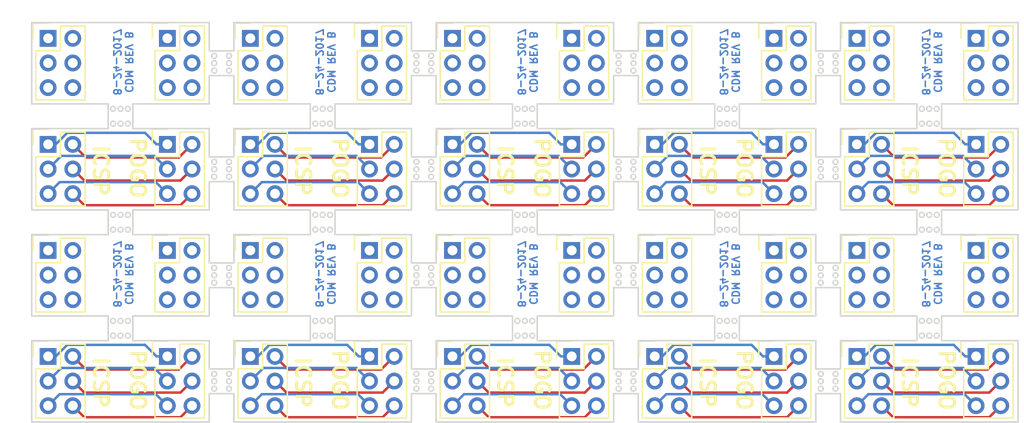
<source format=kicad_pcb>
(kicad_pcb (version 4) (host pcbnew 4.0.5+dfsg1-4)

  (general
    (links 234)
    (no_connects 174)
    (area 149.055767 71.7506 254.715334 117.666601)
    (thickness 1.6)
    (drawings 420)
    (tracks 250)
    (zones 0)
    (modules 40)
    (nets 7)
  )

  (page A4)
  (layers
    (0 F.Cu signal)
    (31 B.Cu signal)
    (32 B.Adhes user)
    (33 F.Adhes user)
    (34 B.Paste user)
    (35 F.Paste user)
    (36 B.SilkS user)
    (37 F.SilkS user)
    (38 B.Mask user)
    (39 F.Mask user)
    (40 Dwgs.User user)
    (41 Cmts.User user)
    (42 Eco1.User user)
    (43 Eco2.User user)
    (44 Edge.Cuts user)
    (45 Margin user)
    (46 B.CrtYd user)
    (47 F.CrtYd user)
    (48 B.Fab user)
    (49 F.Fab user)
  )

  (setup
    (last_trace_width 0.25)
    (trace_clearance 0.2)
    (zone_clearance 0.508)
    (zone_45_only no)
    (trace_min 0.2)
    (segment_width 0.2)
    (edge_width 0.15)
    (via_size 0.6)
    (via_drill 0.4)
    (via_min_size 0.4)
    (via_min_drill 0.3)
    (uvia_size 0.3)
    (uvia_drill 0.1)
    (uvias_allowed no)
    (uvia_min_size 0.2)
    (uvia_min_drill 0.1)
    (pcb_text_width 0.3)
    (pcb_text_size 1.5 1.5)
    (mod_edge_width 0.15)
    (mod_text_size 1 1)
    (mod_text_width 0.15)
    (pad_size 1.524 1.524)
    (pad_drill 0.762)
    (pad_to_mask_clearance 0.2)
    (aux_axis_origin 0 0)
    (visible_elements FFFEFF7F)
    (pcbplotparams
      (layerselection 0x010f0_80000001)
      (usegerberextensions true)
      (excludeedgelayer true)
      (linewidth 0.100000)
      (plotframeref false)
      (viasonmask false)
      (mode 1)
      (useauxorigin false)
      (hpglpennumber 1)
      (hpglpenspeed 20)
      (hpglpendiameter 15)
      (hpglpenoverlay 2)
      (psnegative false)
      (psa4output false)
      (plotreference true)
      (plotvalue true)
      (plotinvisibletext false)
      (padsonsilk false)
      (subtractmaskfromsilk false)
      (outputformat 1)
      (mirror false)
      (drillshape 0)
      (scaleselection 1)
      (outputdirectory "POGO REV B GERBER"))
  )

  (net 0 "")
  (net 1 "Net-(P1-Pad1)")
  (net 2 "Net-(P1-Pad2)")
  (net 3 "Net-(P1-Pad3)")
  (net 4 "Net-(P1-Pad4)")
  (net 5 "Net-(P1-Pad5)")
  (net 6 "Net-(P1-Pad6)")

  (net_class Default "This is the default net class."
    (clearance 0.2)
    (trace_width 0.25)
    (via_dia 0.6)
    (via_drill 0.4)
    (uvia_dia 0.3)
    (uvia_drill 0.1)
    (add_net "Net-(P1-Pad1)")
    (add_net "Net-(P1-Pad2)")
    (add_net "Net-(P1-Pad3)")
    (add_net "Net-(P1-Pad4)")
    (add_net "Net-(P1-Pad5)")
    (add_net "Net-(P1-Pad6)")
  )

  (module Pin_Headers:Pin_Header_Straight_2x03 (layer F.Cu) (tedit 598B2316) (tstamp 599F7418)
    (at 237.4011 88.7476)
    (descr "Through hole pin header")
    (tags "pin header")
    (path /598B2288)
    (fp_text reference P2 (at 0 -5.1) (layer F.SilkS) hide
      (effects (font (size 1 1) (thickness 0.15)))
    )
    (fp_text value CONN_02X03 (at 0 -3.1) (layer F.Fab)
      (effects (font (size 1 1) (thickness 0.15)))
    )
    (fp_line (start -1.27 1.27) (end -1.27 6.35) (layer F.SilkS) (width 0.15))
    (fp_line (start -1.55 -1.55) (end 0 -1.55) (layer F.SilkS) (width 0.15))
    (fp_line (start -1.75 -1.75) (end -1.75 6.85) (layer F.CrtYd) (width 0.05))
    (fp_line (start 4.3 -1.75) (end 4.3 6.85) (layer F.CrtYd) (width 0.05))
    (fp_line (start -1.75 -1.75) (end 4.3 -1.75) (layer F.CrtYd) (width 0.05))
    (fp_line (start -1.75 6.85) (end 4.3 6.85) (layer F.CrtYd) (width 0.05))
    (fp_line (start 1.27 -1.27) (end 1.27 1.27) (layer F.SilkS) (width 0.15))
    (fp_line (start 1.27 1.27) (end -1.27 1.27) (layer F.SilkS) (width 0.15))
    (fp_line (start -1.27 6.35) (end 3.81 6.35) (layer F.SilkS) (width 0.15))
    (fp_line (start 3.81 6.35) (end 3.81 1.27) (layer F.SilkS) (width 0.15))
    (fp_line (start -1.55 -1.55) (end -1.55 0) (layer F.SilkS) (width 0.15))
    (fp_line (start 3.81 -1.27) (end 1.27 -1.27) (layer F.SilkS) (width 0.15))
    (fp_line (start 3.81 1.27) (end 3.81 -1.27) (layer F.SilkS) (width 0.15))
    (pad 1 thru_hole rect (at 0 0) (size 1.7272 1.7272) (drill 1.016) (layers *.Cu *.Mask)
      (net 1 "Net-(P1-Pad1)"))
    (pad 2 thru_hole oval (at 2.54 0) (size 1.7272 1.7272) (drill 1.016) (layers *.Cu *.Mask)
      (net 2 "Net-(P1-Pad2)"))
    (pad 3 thru_hole oval (at 0 2.54) (size 1.7272 1.7272) (drill 1.016) (layers *.Cu *.Mask)
      (net 3 "Net-(P1-Pad3)"))
    (pad 4 thru_hole oval (at 2.54 2.54) (size 1.7272 1.7272) (drill 1.016) (layers *.Cu *.Mask)
      (net 4 "Net-(P1-Pad4)"))
    (pad 5 thru_hole oval (at 0 5.08) (size 1.7272 1.7272) (drill 1.016) (layers *.Cu *.Mask)
      (net 5 "Net-(P1-Pad5)"))
    (pad 6 thru_hole oval (at 2.54 5.08) (size 1.7272 1.7272) (drill 1.016) (layers *.Cu *.Mask)
      (net 6 "Net-(P1-Pad6)"))
    (model Pin_Headers.3dshapes/Pin_Header_Straight_2x03.wrl
      (at (xyz 0.05 -0.1 0))
      (scale (xyz 1 1 1))
      (rotate (xyz 0 0 90))
    )
  )

  (module Pin_Headers:Pin_Header_Straight_2x03 (layer F.Cu) (tedit 598B2316) (tstamp 599F7402)
    (at 237.4011 77.8256)
    (descr "Through hole pin header")
    (tags "pin header")
    (path /598B2288)
    (fp_text reference P2 (at 0 -5.1) (layer F.SilkS) hide
      (effects (font (size 1 1) (thickness 0.15)))
    )
    (fp_text value CONN_02X03 (at 0 -3.1) (layer F.Fab)
      (effects (font (size 1 1) (thickness 0.15)))
    )
    (fp_line (start -1.27 1.27) (end -1.27 6.35) (layer F.SilkS) (width 0.15))
    (fp_line (start -1.55 -1.55) (end 0 -1.55) (layer F.SilkS) (width 0.15))
    (fp_line (start -1.75 -1.75) (end -1.75 6.85) (layer F.CrtYd) (width 0.05))
    (fp_line (start 4.3 -1.75) (end 4.3 6.85) (layer F.CrtYd) (width 0.05))
    (fp_line (start -1.75 -1.75) (end 4.3 -1.75) (layer F.CrtYd) (width 0.05))
    (fp_line (start -1.75 6.85) (end 4.3 6.85) (layer F.CrtYd) (width 0.05))
    (fp_line (start 1.27 -1.27) (end 1.27 1.27) (layer F.SilkS) (width 0.15))
    (fp_line (start 1.27 1.27) (end -1.27 1.27) (layer F.SilkS) (width 0.15))
    (fp_line (start -1.27 6.35) (end 3.81 6.35) (layer F.SilkS) (width 0.15))
    (fp_line (start 3.81 6.35) (end 3.81 1.27) (layer F.SilkS) (width 0.15))
    (fp_line (start -1.55 -1.55) (end -1.55 0) (layer F.SilkS) (width 0.15))
    (fp_line (start 3.81 -1.27) (end 1.27 -1.27) (layer F.SilkS) (width 0.15))
    (fp_line (start 3.81 1.27) (end 3.81 -1.27) (layer F.SilkS) (width 0.15))
    (pad 1 thru_hole rect (at 0 0) (size 1.7272 1.7272) (drill 1.016) (layers *.Cu *.Mask)
      (net 1 "Net-(P1-Pad1)"))
    (pad 2 thru_hole oval (at 2.54 0) (size 1.7272 1.7272) (drill 1.016) (layers *.Cu *.Mask)
      (net 2 "Net-(P1-Pad2)"))
    (pad 3 thru_hole oval (at 0 2.54) (size 1.7272 1.7272) (drill 1.016) (layers *.Cu *.Mask)
      (net 3 "Net-(P1-Pad3)"))
    (pad 4 thru_hole oval (at 2.54 2.54) (size 1.7272 1.7272) (drill 1.016) (layers *.Cu *.Mask)
      (net 4 "Net-(P1-Pad4)"))
    (pad 5 thru_hole oval (at 0 5.08) (size 1.7272 1.7272) (drill 1.016) (layers *.Cu *.Mask)
      (net 5 "Net-(P1-Pad5)"))
    (pad 6 thru_hole oval (at 2.54 5.08) (size 1.7272 1.7272) (drill 1.016) (layers *.Cu *.Mask)
      (net 6 "Net-(P1-Pad6)"))
    (model Pin_Headers.3dshapes/Pin_Header_Straight_2x03.wrl
      (at (xyz 0.05 -0.1 0))
      (scale (xyz 1 1 1))
      (rotate (xyz 0 0 90))
    )
  )

  (module Pin_Headers:Pin_Header_Straight_2x03 (layer F.Cu) (tedit 598B2319) (tstamp 599F73EC)
    (at 249.682 88.7476)
    (descr "Through hole pin header")
    (tags "pin header")
    (path /598B223B)
    (fp_text reference P1 (at 0 -5.1) (layer F.SilkS) hide
      (effects (font (size 1 1) (thickness 0.15)))
    )
    (fp_text value CONN_02X03 (at 0 -3.1) (layer F.Fab)
      (effects (font (size 1 1) (thickness 0.15)))
    )
    (fp_line (start -1.27 1.27) (end -1.27 6.35) (layer F.SilkS) (width 0.15))
    (fp_line (start -1.55 -1.55) (end 0 -1.55) (layer F.SilkS) (width 0.15))
    (fp_line (start -1.75 -1.75) (end -1.75 6.85) (layer F.CrtYd) (width 0.05))
    (fp_line (start 4.3 -1.75) (end 4.3 6.85) (layer F.CrtYd) (width 0.05))
    (fp_line (start -1.75 -1.75) (end 4.3 -1.75) (layer F.CrtYd) (width 0.05))
    (fp_line (start -1.75 6.85) (end 4.3 6.85) (layer F.CrtYd) (width 0.05))
    (fp_line (start 1.27 -1.27) (end 1.27 1.27) (layer F.SilkS) (width 0.15))
    (fp_line (start 1.27 1.27) (end -1.27 1.27) (layer F.SilkS) (width 0.15))
    (fp_line (start -1.27 6.35) (end 3.81 6.35) (layer F.SilkS) (width 0.15))
    (fp_line (start 3.81 6.35) (end 3.81 1.27) (layer F.SilkS) (width 0.15))
    (fp_line (start -1.55 -1.55) (end -1.55 0) (layer F.SilkS) (width 0.15))
    (fp_line (start 3.81 -1.27) (end 1.27 -1.27) (layer F.SilkS) (width 0.15))
    (fp_line (start 3.81 1.27) (end 3.81 -1.27) (layer F.SilkS) (width 0.15))
    (pad 1 thru_hole rect (at 0 0) (size 1.7272 1.7272) (drill 1.016) (layers *.Cu *.Mask)
      (net 1 "Net-(P1-Pad1)"))
    (pad 2 thru_hole oval (at 2.54 0) (size 1.7272 1.7272) (drill 1.016) (layers *.Cu *.Mask)
      (net 2 "Net-(P1-Pad2)"))
    (pad 3 thru_hole oval (at 0 2.54) (size 1.7272 1.7272) (drill 1.016) (layers *.Cu *.Mask)
      (net 3 "Net-(P1-Pad3)"))
    (pad 4 thru_hole oval (at 2.54 2.54) (size 1.7272 1.7272) (drill 1.016) (layers *.Cu *.Mask)
      (net 4 "Net-(P1-Pad4)"))
    (pad 5 thru_hole oval (at 0 5.08) (size 1.7272 1.7272) (drill 1.016) (layers *.Cu *.Mask)
      (net 5 "Net-(P1-Pad5)"))
    (pad 6 thru_hole oval (at 2.54 5.08) (size 1.7272 1.7272) (drill 1.016) (layers *.Cu *.Mask)
      (net 6 "Net-(P1-Pad6)"))
    (model Pin_Headers.3dshapes/Pin_Header_Straight_2x03.wrl
      (at (xyz 0.05 -0.1 0))
      (scale (xyz 1 1 1))
      (rotate (xyz 0 0 90))
    )
  )

  (module Pin_Headers:Pin_Header_Straight_2x03 (layer F.Cu) (tedit 598B2316) (tstamp 599F73D6)
    (at 237.4011 99.6696)
    (descr "Through hole pin header")
    (tags "pin header")
    (path /598B2288)
    (fp_text reference P2 (at 0 -5.1) (layer F.SilkS) hide
      (effects (font (size 1 1) (thickness 0.15)))
    )
    (fp_text value CONN_02X03 (at 0 -3.1) (layer F.Fab)
      (effects (font (size 1 1) (thickness 0.15)))
    )
    (fp_line (start -1.27 1.27) (end -1.27 6.35) (layer F.SilkS) (width 0.15))
    (fp_line (start -1.55 -1.55) (end 0 -1.55) (layer F.SilkS) (width 0.15))
    (fp_line (start -1.75 -1.75) (end -1.75 6.85) (layer F.CrtYd) (width 0.05))
    (fp_line (start 4.3 -1.75) (end 4.3 6.85) (layer F.CrtYd) (width 0.05))
    (fp_line (start -1.75 -1.75) (end 4.3 -1.75) (layer F.CrtYd) (width 0.05))
    (fp_line (start -1.75 6.85) (end 4.3 6.85) (layer F.CrtYd) (width 0.05))
    (fp_line (start 1.27 -1.27) (end 1.27 1.27) (layer F.SilkS) (width 0.15))
    (fp_line (start 1.27 1.27) (end -1.27 1.27) (layer F.SilkS) (width 0.15))
    (fp_line (start -1.27 6.35) (end 3.81 6.35) (layer F.SilkS) (width 0.15))
    (fp_line (start 3.81 6.35) (end 3.81 1.27) (layer F.SilkS) (width 0.15))
    (fp_line (start -1.55 -1.55) (end -1.55 0) (layer F.SilkS) (width 0.15))
    (fp_line (start 3.81 -1.27) (end 1.27 -1.27) (layer F.SilkS) (width 0.15))
    (fp_line (start 3.81 1.27) (end 3.81 -1.27) (layer F.SilkS) (width 0.15))
    (pad 1 thru_hole rect (at 0 0) (size 1.7272 1.7272) (drill 1.016) (layers *.Cu *.Mask)
      (net 1 "Net-(P1-Pad1)"))
    (pad 2 thru_hole oval (at 2.54 0) (size 1.7272 1.7272) (drill 1.016) (layers *.Cu *.Mask)
      (net 2 "Net-(P1-Pad2)"))
    (pad 3 thru_hole oval (at 0 2.54) (size 1.7272 1.7272) (drill 1.016) (layers *.Cu *.Mask)
      (net 3 "Net-(P1-Pad3)"))
    (pad 4 thru_hole oval (at 2.54 2.54) (size 1.7272 1.7272) (drill 1.016) (layers *.Cu *.Mask)
      (net 4 "Net-(P1-Pad4)"))
    (pad 5 thru_hole oval (at 0 5.08) (size 1.7272 1.7272) (drill 1.016) (layers *.Cu *.Mask)
      (net 5 "Net-(P1-Pad5)"))
    (pad 6 thru_hole oval (at 2.54 5.08) (size 1.7272 1.7272) (drill 1.016) (layers *.Cu *.Mask)
      (net 6 "Net-(P1-Pad6)"))
    (model Pin_Headers.3dshapes/Pin_Header_Straight_2x03.wrl
      (at (xyz 0.05 -0.1 0))
      (scale (xyz 1 1 1))
      (rotate (xyz 0 0 90))
    )
  )

  (module Pin_Headers:Pin_Header_Straight_2x03 (layer F.Cu) (tedit 598B2319) (tstamp 599F73C0)
    (at 249.682 110.5916)
    (descr "Through hole pin header")
    (tags "pin header")
    (path /598B223B)
    (fp_text reference P1 (at 0 -5.1) (layer F.SilkS) hide
      (effects (font (size 1 1) (thickness 0.15)))
    )
    (fp_text value CONN_02X03 (at 0 -3.1) (layer F.Fab)
      (effects (font (size 1 1) (thickness 0.15)))
    )
    (fp_line (start -1.27 1.27) (end -1.27 6.35) (layer F.SilkS) (width 0.15))
    (fp_line (start -1.55 -1.55) (end 0 -1.55) (layer F.SilkS) (width 0.15))
    (fp_line (start -1.75 -1.75) (end -1.75 6.85) (layer F.CrtYd) (width 0.05))
    (fp_line (start 4.3 -1.75) (end 4.3 6.85) (layer F.CrtYd) (width 0.05))
    (fp_line (start -1.75 -1.75) (end 4.3 -1.75) (layer F.CrtYd) (width 0.05))
    (fp_line (start -1.75 6.85) (end 4.3 6.85) (layer F.CrtYd) (width 0.05))
    (fp_line (start 1.27 -1.27) (end 1.27 1.27) (layer F.SilkS) (width 0.15))
    (fp_line (start 1.27 1.27) (end -1.27 1.27) (layer F.SilkS) (width 0.15))
    (fp_line (start -1.27 6.35) (end 3.81 6.35) (layer F.SilkS) (width 0.15))
    (fp_line (start 3.81 6.35) (end 3.81 1.27) (layer F.SilkS) (width 0.15))
    (fp_line (start -1.55 -1.55) (end -1.55 0) (layer F.SilkS) (width 0.15))
    (fp_line (start 3.81 -1.27) (end 1.27 -1.27) (layer F.SilkS) (width 0.15))
    (fp_line (start 3.81 1.27) (end 3.81 -1.27) (layer F.SilkS) (width 0.15))
    (pad 1 thru_hole rect (at 0 0) (size 1.7272 1.7272) (drill 1.016) (layers *.Cu *.Mask)
      (net 1 "Net-(P1-Pad1)"))
    (pad 2 thru_hole oval (at 2.54 0) (size 1.7272 1.7272) (drill 1.016) (layers *.Cu *.Mask)
      (net 2 "Net-(P1-Pad2)"))
    (pad 3 thru_hole oval (at 0 2.54) (size 1.7272 1.7272) (drill 1.016) (layers *.Cu *.Mask)
      (net 3 "Net-(P1-Pad3)"))
    (pad 4 thru_hole oval (at 2.54 2.54) (size 1.7272 1.7272) (drill 1.016) (layers *.Cu *.Mask)
      (net 4 "Net-(P1-Pad4)"))
    (pad 5 thru_hole oval (at 0 5.08) (size 1.7272 1.7272) (drill 1.016) (layers *.Cu *.Mask)
      (net 5 "Net-(P1-Pad5)"))
    (pad 6 thru_hole oval (at 2.54 5.08) (size 1.7272 1.7272) (drill 1.016) (layers *.Cu *.Mask)
      (net 6 "Net-(P1-Pad6)"))
    (model Pin_Headers.3dshapes/Pin_Header_Straight_2x03.wrl
      (at (xyz 0.05 -0.1 0))
      (scale (xyz 1 1 1))
      (rotate (xyz 0 0 90))
    )
  )

  (module Pin_Headers:Pin_Header_Straight_2x03 (layer F.Cu) (tedit 598B2319) (tstamp 599F73AA)
    (at 249.682 77.8256)
    (descr "Through hole pin header")
    (tags "pin header")
    (path /598B223B)
    (fp_text reference P1 (at 0 -5.1) (layer F.SilkS) hide
      (effects (font (size 1 1) (thickness 0.15)))
    )
    (fp_text value CONN_02X03 (at 0 -3.1) (layer F.Fab)
      (effects (font (size 1 1) (thickness 0.15)))
    )
    (fp_line (start -1.27 1.27) (end -1.27 6.35) (layer F.SilkS) (width 0.15))
    (fp_line (start -1.55 -1.55) (end 0 -1.55) (layer F.SilkS) (width 0.15))
    (fp_line (start -1.75 -1.75) (end -1.75 6.85) (layer F.CrtYd) (width 0.05))
    (fp_line (start 4.3 -1.75) (end 4.3 6.85) (layer F.CrtYd) (width 0.05))
    (fp_line (start -1.75 -1.75) (end 4.3 -1.75) (layer F.CrtYd) (width 0.05))
    (fp_line (start -1.75 6.85) (end 4.3 6.85) (layer F.CrtYd) (width 0.05))
    (fp_line (start 1.27 -1.27) (end 1.27 1.27) (layer F.SilkS) (width 0.15))
    (fp_line (start 1.27 1.27) (end -1.27 1.27) (layer F.SilkS) (width 0.15))
    (fp_line (start -1.27 6.35) (end 3.81 6.35) (layer F.SilkS) (width 0.15))
    (fp_line (start 3.81 6.35) (end 3.81 1.27) (layer F.SilkS) (width 0.15))
    (fp_line (start -1.55 -1.55) (end -1.55 0) (layer F.SilkS) (width 0.15))
    (fp_line (start 3.81 -1.27) (end 1.27 -1.27) (layer F.SilkS) (width 0.15))
    (fp_line (start 3.81 1.27) (end 3.81 -1.27) (layer F.SilkS) (width 0.15))
    (pad 1 thru_hole rect (at 0 0) (size 1.7272 1.7272) (drill 1.016) (layers *.Cu *.Mask)
      (net 1 "Net-(P1-Pad1)"))
    (pad 2 thru_hole oval (at 2.54 0) (size 1.7272 1.7272) (drill 1.016) (layers *.Cu *.Mask)
      (net 2 "Net-(P1-Pad2)"))
    (pad 3 thru_hole oval (at 0 2.54) (size 1.7272 1.7272) (drill 1.016) (layers *.Cu *.Mask)
      (net 3 "Net-(P1-Pad3)"))
    (pad 4 thru_hole oval (at 2.54 2.54) (size 1.7272 1.7272) (drill 1.016) (layers *.Cu *.Mask)
      (net 4 "Net-(P1-Pad4)"))
    (pad 5 thru_hole oval (at 0 5.08) (size 1.7272 1.7272) (drill 1.016) (layers *.Cu *.Mask)
      (net 5 "Net-(P1-Pad5)"))
    (pad 6 thru_hole oval (at 2.54 5.08) (size 1.7272 1.7272) (drill 1.016) (layers *.Cu *.Mask)
      (net 6 "Net-(P1-Pad6)"))
    (model Pin_Headers.3dshapes/Pin_Header_Straight_2x03.wrl
      (at (xyz 0.05 -0.1 0))
      (scale (xyz 1 1 1))
      (rotate (xyz 0 0 90))
    )
  )

  (module Pin_Headers:Pin_Header_Straight_2x03 (layer F.Cu) (tedit 598B2319) (tstamp 599F7394)
    (at 249.682 99.6696)
    (descr "Through hole pin header")
    (tags "pin header")
    (path /598B223B)
    (fp_text reference P1 (at 0 -5.1) (layer F.SilkS) hide
      (effects (font (size 1 1) (thickness 0.15)))
    )
    (fp_text value CONN_02X03 (at 0 -3.1) (layer F.Fab)
      (effects (font (size 1 1) (thickness 0.15)))
    )
    (fp_line (start -1.27 1.27) (end -1.27 6.35) (layer F.SilkS) (width 0.15))
    (fp_line (start -1.55 -1.55) (end 0 -1.55) (layer F.SilkS) (width 0.15))
    (fp_line (start -1.75 -1.75) (end -1.75 6.85) (layer F.CrtYd) (width 0.05))
    (fp_line (start 4.3 -1.75) (end 4.3 6.85) (layer F.CrtYd) (width 0.05))
    (fp_line (start -1.75 -1.75) (end 4.3 -1.75) (layer F.CrtYd) (width 0.05))
    (fp_line (start -1.75 6.85) (end 4.3 6.85) (layer F.CrtYd) (width 0.05))
    (fp_line (start 1.27 -1.27) (end 1.27 1.27) (layer F.SilkS) (width 0.15))
    (fp_line (start 1.27 1.27) (end -1.27 1.27) (layer F.SilkS) (width 0.15))
    (fp_line (start -1.27 6.35) (end 3.81 6.35) (layer F.SilkS) (width 0.15))
    (fp_line (start 3.81 6.35) (end 3.81 1.27) (layer F.SilkS) (width 0.15))
    (fp_line (start -1.55 -1.55) (end -1.55 0) (layer F.SilkS) (width 0.15))
    (fp_line (start 3.81 -1.27) (end 1.27 -1.27) (layer F.SilkS) (width 0.15))
    (fp_line (start 3.81 1.27) (end 3.81 -1.27) (layer F.SilkS) (width 0.15))
    (pad 1 thru_hole rect (at 0 0) (size 1.7272 1.7272) (drill 1.016) (layers *.Cu *.Mask)
      (net 1 "Net-(P1-Pad1)"))
    (pad 2 thru_hole oval (at 2.54 0) (size 1.7272 1.7272) (drill 1.016) (layers *.Cu *.Mask)
      (net 2 "Net-(P1-Pad2)"))
    (pad 3 thru_hole oval (at 0 2.54) (size 1.7272 1.7272) (drill 1.016) (layers *.Cu *.Mask)
      (net 3 "Net-(P1-Pad3)"))
    (pad 4 thru_hole oval (at 2.54 2.54) (size 1.7272 1.7272) (drill 1.016) (layers *.Cu *.Mask)
      (net 4 "Net-(P1-Pad4)"))
    (pad 5 thru_hole oval (at 0 5.08) (size 1.7272 1.7272) (drill 1.016) (layers *.Cu *.Mask)
      (net 5 "Net-(P1-Pad5)"))
    (pad 6 thru_hole oval (at 2.54 5.08) (size 1.7272 1.7272) (drill 1.016) (layers *.Cu *.Mask)
      (net 6 "Net-(P1-Pad6)"))
    (model Pin_Headers.3dshapes/Pin_Header_Straight_2x03.wrl
      (at (xyz 0.05 -0.1 0))
      (scale (xyz 1 1 1))
      (rotate (xyz 0 0 90))
    )
  )

  (module Pin_Headers:Pin_Header_Straight_2x03 (layer F.Cu) (tedit 598B2316) (tstamp 599F737E)
    (at 237.4011 110.5916)
    (descr "Through hole pin header")
    (tags "pin header")
    (path /598B2288)
    (fp_text reference P2 (at 0 -5.1) (layer F.SilkS) hide
      (effects (font (size 1 1) (thickness 0.15)))
    )
    (fp_text value CONN_02X03 (at 0 -3.1) (layer F.Fab)
      (effects (font (size 1 1) (thickness 0.15)))
    )
    (fp_line (start -1.27 1.27) (end -1.27 6.35) (layer F.SilkS) (width 0.15))
    (fp_line (start -1.55 -1.55) (end 0 -1.55) (layer F.SilkS) (width 0.15))
    (fp_line (start -1.75 -1.75) (end -1.75 6.85) (layer F.CrtYd) (width 0.05))
    (fp_line (start 4.3 -1.75) (end 4.3 6.85) (layer F.CrtYd) (width 0.05))
    (fp_line (start -1.75 -1.75) (end 4.3 -1.75) (layer F.CrtYd) (width 0.05))
    (fp_line (start -1.75 6.85) (end 4.3 6.85) (layer F.CrtYd) (width 0.05))
    (fp_line (start 1.27 -1.27) (end 1.27 1.27) (layer F.SilkS) (width 0.15))
    (fp_line (start 1.27 1.27) (end -1.27 1.27) (layer F.SilkS) (width 0.15))
    (fp_line (start -1.27 6.35) (end 3.81 6.35) (layer F.SilkS) (width 0.15))
    (fp_line (start 3.81 6.35) (end 3.81 1.27) (layer F.SilkS) (width 0.15))
    (fp_line (start -1.55 -1.55) (end -1.55 0) (layer F.SilkS) (width 0.15))
    (fp_line (start 3.81 -1.27) (end 1.27 -1.27) (layer F.SilkS) (width 0.15))
    (fp_line (start 3.81 1.27) (end 3.81 -1.27) (layer F.SilkS) (width 0.15))
    (pad 1 thru_hole rect (at 0 0) (size 1.7272 1.7272) (drill 1.016) (layers *.Cu *.Mask)
      (net 1 "Net-(P1-Pad1)"))
    (pad 2 thru_hole oval (at 2.54 0) (size 1.7272 1.7272) (drill 1.016) (layers *.Cu *.Mask)
      (net 2 "Net-(P1-Pad2)"))
    (pad 3 thru_hole oval (at 0 2.54) (size 1.7272 1.7272) (drill 1.016) (layers *.Cu *.Mask)
      (net 3 "Net-(P1-Pad3)"))
    (pad 4 thru_hole oval (at 2.54 2.54) (size 1.7272 1.7272) (drill 1.016) (layers *.Cu *.Mask)
      (net 4 "Net-(P1-Pad4)"))
    (pad 5 thru_hole oval (at 0 5.08) (size 1.7272 1.7272) (drill 1.016) (layers *.Cu *.Mask)
      (net 5 "Net-(P1-Pad5)"))
    (pad 6 thru_hole oval (at 2.54 5.08) (size 1.7272 1.7272) (drill 1.016) (layers *.Cu *.Mask)
      (net 6 "Net-(P1-Pad6)"))
    (model Pin_Headers.3dshapes/Pin_Header_Straight_2x03.wrl
      (at (xyz 0.05 -0.1 0))
      (scale (xyz 1 1 1))
      (rotate (xyz 0 0 90))
    )
  )

  (module Pin_Headers:Pin_Header_Straight_2x03 (layer F.Cu) (tedit 598B2319) (tstamp 599F729E)
    (at 228.854 77.8256)
    (descr "Through hole pin header")
    (tags "pin header")
    (path /598B223B)
    (fp_text reference P1 (at 0 -5.1) (layer F.SilkS) hide
      (effects (font (size 1 1) (thickness 0.15)))
    )
    (fp_text value CONN_02X03 (at 0 -3.1) (layer F.Fab)
      (effects (font (size 1 1) (thickness 0.15)))
    )
    (fp_line (start -1.27 1.27) (end -1.27 6.35) (layer F.SilkS) (width 0.15))
    (fp_line (start -1.55 -1.55) (end 0 -1.55) (layer F.SilkS) (width 0.15))
    (fp_line (start -1.75 -1.75) (end -1.75 6.85) (layer F.CrtYd) (width 0.05))
    (fp_line (start 4.3 -1.75) (end 4.3 6.85) (layer F.CrtYd) (width 0.05))
    (fp_line (start -1.75 -1.75) (end 4.3 -1.75) (layer F.CrtYd) (width 0.05))
    (fp_line (start -1.75 6.85) (end 4.3 6.85) (layer F.CrtYd) (width 0.05))
    (fp_line (start 1.27 -1.27) (end 1.27 1.27) (layer F.SilkS) (width 0.15))
    (fp_line (start 1.27 1.27) (end -1.27 1.27) (layer F.SilkS) (width 0.15))
    (fp_line (start -1.27 6.35) (end 3.81 6.35) (layer F.SilkS) (width 0.15))
    (fp_line (start 3.81 6.35) (end 3.81 1.27) (layer F.SilkS) (width 0.15))
    (fp_line (start -1.55 -1.55) (end -1.55 0) (layer F.SilkS) (width 0.15))
    (fp_line (start 3.81 -1.27) (end 1.27 -1.27) (layer F.SilkS) (width 0.15))
    (fp_line (start 3.81 1.27) (end 3.81 -1.27) (layer F.SilkS) (width 0.15))
    (pad 1 thru_hole rect (at 0 0) (size 1.7272 1.7272) (drill 1.016) (layers *.Cu *.Mask)
      (net 1 "Net-(P1-Pad1)"))
    (pad 2 thru_hole oval (at 2.54 0) (size 1.7272 1.7272) (drill 1.016) (layers *.Cu *.Mask)
      (net 2 "Net-(P1-Pad2)"))
    (pad 3 thru_hole oval (at 0 2.54) (size 1.7272 1.7272) (drill 1.016) (layers *.Cu *.Mask)
      (net 3 "Net-(P1-Pad3)"))
    (pad 4 thru_hole oval (at 2.54 2.54) (size 1.7272 1.7272) (drill 1.016) (layers *.Cu *.Mask)
      (net 4 "Net-(P1-Pad4)"))
    (pad 5 thru_hole oval (at 0 5.08) (size 1.7272 1.7272) (drill 1.016) (layers *.Cu *.Mask)
      (net 5 "Net-(P1-Pad5)"))
    (pad 6 thru_hole oval (at 2.54 5.08) (size 1.7272 1.7272) (drill 1.016) (layers *.Cu *.Mask)
      (net 6 "Net-(P1-Pad6)"))
    (model Pin_Headers.3dshapes/Pin_Header_Straight_2x03.wrl
      (at (xyz 0.05 -0.1 0))
      (scale (xyz 1 1 1))
      (rotate (xyz 0 0 90))
    )
  )

  (module Pin_Headers:Pin_Header_Straight_2x03 (layer F.Cu) (tedit 598B2316) (tstamp 599F7288)
    (at 195.7451 77.8256)
    (descr "Through hole pin header")
    (tags "pin header")
    (path /598B2288)
    (fp_text reference P2 (at 0 -5.1) (layer F.SilkS) hide
      (effects (font (size 1 1) (thickness 0.15)))
    )
    (fp_text value CONN_02X03 (at 0 -3.1) (layer F.Fab)
      (effects (font (size 1 1) (thickness 0.15)))
    )
    (fp_line (start -1.27 1.27) (end -1.27 6.35) (layer F.SilkS) (width 0.15))
    (fp_line (start -1.55 -1.55) (end 0 -1.55) (layer F.SilkS) (width 0.15))
    (fp_line (start -1.75 -1.75) (end -1.75 6.85) (layer F.CrtYd) (width 0.05))
    (fp_line (start 4.3 -1.75) (end 4.3 6.85) (layer F.CrtYd) (width 0.05))
    (fp_line (start -1.75 -1.75) (end 4.3 -1.75) (layer F.CrtYd) (width 0.05))
    (fp_line (start -1.75 6.85) (end 4.3 6.85) (layer F.CrtYd) (width 0.05))
    (fp_line (start 1.27 -1.27) (end 1.27 1.27) (layer F.SilkS) (width 0.15))
    (fp_line (start 1.27 1.27) (end -1.27 1.27) (layer F.SilkS) (width 0.15))
    (fp_line (start -1.27 6.35) (end 3.81 6.35) (layer F.SilkS) (width 0.15))
    (fp_line (start 3.81 6.35) (end 3.81 1.27) (layer F.SilkS) (width 0.15))
    (fp_line (start -1.55 -1.55) (end -1.55 0) (layer F.SilkS) (width 0.15))
    (fp_line (start 3.81 -1.27) (end 1.27 -1.27) (layer F.SilkS) (width 0.15))
    (fp_line (start 3.81 1.27) (end 3.81 -1.27) (layer F.SilkS) (width 0.15))
    (pad 1 thru_hole rect (at 0 0) (size 1.7272 1.7272) (drill 1.016) (layers *.Cu *.Mask)
      (net 1 "Net-(P1-Pad1)"))
    (pad 2 thru_hole oval (at 2.54 0) (size 1.7272 1.7272) (drill 1.016) (layers *.Cu *.Mask)
      (net 2 "Net-(P1-Pad2)"))
    (pad 3 thru_hole oval (at 0 2.54) (size 1.7272 1.7272) (drill 1.016) (layers *.Cu *.Mask)
      (net 3 "Net-(P1-Pad3)"))
    (pad 4 thru_hole oval (at 2.54 2.54) (size 1.7272 1.7272) (drill 1.016) (layers *.Cu *.Mask)
      (net 4 "Net-(P1-Pad4)"))
    (pad 5 thru_hole oval (at 0 5.08) (size 1.7272 1.7272) (drill 1.016) (layers *.Cu *.Mask)
      (net 5 "Net-(P1-Pad5)"))
    (pad 6 thru_hole oval (at 2.54 5.08) (size 1.7272 1.7272) (drill 1.016) (layers *.Cu *.Mask)
      (net 6 "Net-(P1-Pad6)"))
    (model Pin_Headers.3dshapes/Pin_Header_Straight_2x03.wrl
      (at (xyz 0.05 -0.1 0))
      (scale (xyz 1 1 1))
      (rotate (xyz 0 0 90))
    )
  )

  (module Pin_Headers:Pin_Header_Straight_2x03 (layer F.Cu) (tedit 598B2319) (tstamp 599F7272)
    (at 208.026 77.8256)
    (descr "Through hole pin header")
    (tags "pin header")
    (path /598B223B)
    (fp_text reference P1 (at 0 -5.1) (layer F.SilkS) hide
      (effects (font (size 1 1) (thickness 0.15)))
    )
    (fp_text value CONN_02X03 (at 0 -3.1) (layer F.Fab)
      (effects (font (size 1 1) (thickness 0.15)))
    )
    (fp_line (start -1.27 1.27) (end -1.27 6.35) (layer F.SilkS) (width 0.15))
    (fp_line (start -1.55 -1.55) (end 0 -1.55) (layer F.SilkS) (width 0.15))
    (fp_line (start -1.75 -1.75) (end -1.75 6.85) (layer F.CrtYd) (width 0.05))
    (fp_line (start 4.3 -1.75) (end 4.3 6.85) (layer F.CrtYd) (width 0.05))
    (fp_line (start -1.75 -1.75) (end 4.3 -1.75) (layer F.CrtYd) (width 0.05))
    (fp_line (start -1.75 6.85) (end 4.3 6.85) (layer F.CrtYd) (width 0.05))
    (fp_line (start 1.27 -1.27) (end 1.27 1.27) (layer F.SilkS) (width 0.15))
    (fp_line (start 1.27 1.27) (end -1.27 1.27) (layer F.SilkS) (width 0.15))
    (fp_line (start -1.27 6.35) (end 3.81 6.35) (layer F.SilkS) (width 0.15))
    (fp_line (start 3.81 6.35) (end 3.81 1.27) (layer F.SilkS) (width 0.15))
    (fp_line (start -1.55 -1.55) (end -1.55 0) (layer F.SilkS) (width 0.15))
    (fp_line (start 3.81 -1.27) (end 1.27 -1.27) (layer F.SilkS) (width 0.15))
    (fp_line (start 3.81 1.27) (end 3.81 -1.27) (layer F.SilkS) (width 0.15))
    (pad 1 thru_hole rect (at 0 0) (size 1.7272 1.7272) (drill 1.016) (layers *.Cu *.Mask)
      (net 1 "Net-(P1-Pad1)"))
    (pad 2 thru_hole oval (at 2.54 0) (size 1.7272 1.7272) (drill 1.016) (layers *.Cu *.Mask)
      (net 2 "Net-(P1-Pad2)"))
    (pad 3 thru_hole oval (at 0 2.54) (size 1.7272 1.7272) (drill 1.016) (layers *.Cu *.Mask)
      (net 3 "Net-(P1-Pad3)"))
    (pad 4 thru_hole oval (at 2.54 2.54) (size 1.7272 1.7272) (drill 1.016) (layers *.Cu *.Mask)
      (net 4 "Net-(P1-Pad4)"))
    (pad 5 thru_hole oval (at 0 5.08) (size 1.7272 1.7272) (drill 1.016) (layers *.Cu *.Mask)
      (net 5 "Net-(P1-Pad5)"))
    (pad 6 thru_hole oval (at 2.54 5.08) (size 1.7272 1.7272) (drill 1.016) (layers *.Cu *.Mask)
      (net 6 "Net-(P1-Pad6)"))
    (model Pin_Headers.3dshapes/Pin_Header_Straight_2x03.wrl
      (at (xyz 0.05 -0.1 0))
      (scale (xyz 1 1 1))
      (rotate (xyz 0 0 90))
    )
  )

  (module Pin_Headers:Pin_Header_Straight_2x03 (layer F.Cu) (tedit 598B2316) (tstamp 599F725C)
    (at 195.7451 88.7476)
    (descr "Through hole pin header")
    (tags "pin header")
    (path /598B2288)
    (fp_text reference P2 (at 0 -5.1) (layer F.SilkS) hide
      (effects (font (size 1 1) (thickness 0.15)))
    )
    (fp_text value CONN_02X03 (at 0 -3.1) (layer F.Fab)
      (effects (font (size 1 1) (thickness 0.15)))
    )
    (fp_line (start -1.27 1.27) (end -1.27 6.35) (layer F.SilkS) (width 0.15))
    (fp_line (start -1.55 -1.55) (end 0 -1.55) (layer F.SilkS) (width 0.15))
    (fp_line (start -1.75 -1.75) (end -1.75 6.85) (layer F.CrtYd) (width 0.05))
    (fp_line (start 4.3 -1.75) (end 4.3 6.85) (layer F.CrtYd) (width 0.05))
    (fp_line (start -1.75 -1.75) (end 4.3 -1.75) (layer F.CrtYd) (width 0.05))
    (fp_line (start -1.75 6.85) (end 4.3 6.85) (layer F.CrtYd) (width 0.05))
    (fp_line (start 1.27 -1.27) (end 1.27 1.27) (layer F.SilkS) (width 0.15))
    (fp_line (start 1.27 1.27) (end -1.27 1.27) (layer F.SilkS) (width 0.15))
    (fp_line (start -1.27 6.35) (end 3.81 6.35) (layer F.SilkS) (width 0.15))
    (fp_line (start 3.81 6.35) (end 3.81 1.27) (layer F.SilkS) (width 0.15))
    (fp_line (start -1.55 -1.55) (end -1.55 0) (layer F.SilkS) (width 0.15))
    (fp_line (start 3.81 -1.27) (end 1.27 -1.27) (layer F.SilkS) (width 0.15))
    (fp_line (start 3.81 1.27) (end 3.81 -1.27) (layer F.SilkS) (width 0.15))
    (pad 1 thru_hole rect (at 0 0) (size 1.7272 1.7272) (drill 1.016) (layers *.Cu *.Mask)
      (net 1 "Net-(P1-Pad1)"))
    (pad 2 thru_hole oval (at 2.54 0) (size 1.7272 1.7272) (drill 1.016) (layers *.Cu *.Mask)
      (net 2 "Net-(P1-Pad2)"))
    (pad 3 thru_hole oval (at 0 2.54) (size 1.7272 1.7272) (drill 1.016) (layers *.Cu *.Mask)
      (net 3 "Net-(P1-Pad3)"))
    (pad 4 thru_hole oval (at 2.54 2.54) (size 1.7272 1.7272) (drill 1.016) (layers *.Cu *.Mask)
      (net 4 "Net-(P1-Pad4)"))
    (pad 5 thru_hole oval (at 0 5.08) (size 1.7272 1.7272) (drill 1.016) (layers *.Cu *.Mask)
      (net 5 "Net-(P1-Pad5)"))
    (pad 6 thru_hole oval (at 2.54 5.08) (size 1.7272 1.7272) (drill 1.016) (layers *.Cu *.Mask)
      (net 6 "Net-(P1-Pad6)"))
    (model Pin_Headers.3dshapes/Pin_Header_Straight_2x03.wrl
      (at (xyz 0.05 -0.1 0))
      (scale (xyz 1 1 1))
      (rotate (xyz 0 0 90))
    )
  )

  (module Pin_Headers:Pin_Header_Straight_2x03 (layer F.Cu) (tedit 598B2316) (tstamp 599F7246)
    (at 216.5731 77.8256)
    (descr "Through hole pin header")
    (tags "pin header")
    (path /598B2288)
    (fp_text reference P2 (at 0 -5.1) (layer F.SilkS) hide
      (effects (font (size 1 1) (thickness 0.15)))
    )
    (fp_text value CONN_02X03 (at 0 -3.1) (layer F.Fab)
      (effects (font (size 1 1) (thickness 0.15)))
    )
    (fp_line (start -1.27 1.27) (end -1.27 6.35) (layer F.SilkS) (width 0.15))
    (fp_line (start -1.55 -1.55) (end 0 -1.55) (layer F.SilkS) (width 0.15))
    (fp_line (start -1.75 -1.75) (end -1.75 6.85) (layer F.CrtYd) (width 0.05))
    (fp_line (start 4.3 -1.75) (end 4.3 6.85) (layer F.CrtYd) (width 0.05))
    (fp_line (start -1.75 -1.75) (end 4.3 -1.75) (layer F.CrtYd) (width 0.05))
    (fp_line (start -1.75 6.85) (end 4.3 6.85) (layer F.CrtYd) (width 0.05))
    (fp_line (start 1.27 -1.27) (end 1.27 1.27) (layer F.SilkS) (width 0.15))
    (fp_line (start 1.27 1.27) (end -1.27 1.27) (layer F.SilkS) (width 0.15))
    (fp_line (start -1.27 6.35) (end 3.81 6.35) (layer F.SilkS) (width 0.15))
    (fp_line (start 3.81 6.35) (end 3.81 1.27) (layer F.SilkS) (width 0.15))
    (fp_line (start -1.55 -1.55) (end -1.55 0) (layer F.SilkS) (width 0.15))
    (fp_line (start 3.81 -1.27) (end 1.27 -1.27) (layer F.SilkS) (width 0.15))
    (fp_line (start 3.81 1.27) (end 3.81 -1.27) (layer F.SilkS) (width 0.15))
    (pad 1 thru_hole rect (at 0 0) (size 1.7272 1.7272) (drill 1.016) (layers *.Cu *.Mask)
      (net 1 "Net-(P1-Pad1)"))
    (pad 2 thru_hole oval (at 2.54 0) (size 1.7272 1.7272) (drill 1.016) (layers *.Cu *.Mask)
      (net 2 "Net-(P1-Pad2)"))
    (pad 3 thru_hole oval (at 0 2.54) (size 1.7272 1.7272) (drill 1.016) (layers *.Cu *.Mask)
      (net 3 "Net-(P1-Pad3)"))
    (pad 4 thru_hole oval (at 2.54 2.54) (size 1.7272 1.7272) (drill 1.016) (layers *.Cu *.Mask)
      (net 4 "Net-(P1-Pad4)"))
    (pad 5 thru_hole oval (at 0 5.08) (size 1.7272 1.7272) (drill 1.016) (layers *.Cu *.Mask)
      (net 5 "Net-(P1-Pad5)"))
    (pad 6 thru_hole oval (at 2.54 5.08) (size 1.7272 1.7272) (drill 1.016) (layers *.Cu *.Mask)
      (net 6 "Net-(P1-Pad6)"))
    (model Pin_Headers.3dshapes/Pin_Header_Straight_2x03.wrl
      (at (xyz 0.05 -0.1 0))
      (scale (xyz 1 1 1))
      (rotate (xyz 0 0 90))
    )
  )

  (module Pin_Headers:Pin_Header_Straight_2x03 (layer F.Cu) (tedit 598B2319) (tstamp 599F7230)
    (at 208.026 88.7476)
    (descr "Through hole pin header")
    (tags "pin header")
    (path /598B223B)
    (fp_text reference P1 (at 0 -5.1) (layer F.SilkS) hide
      (effects (font (size 1 1) (thickness 0.15)))
    )
    (fp_text value CONN_02X03 (at 0 -3.1) (layer F.Fab)
      (effects (font (size 1 1) (thickness 0.15)))
    )
    (fp_line (start -1.27 1.27) (end -1.27 6.35) (layer F.SilkS) (width 0.15))
    (fp_line (start -1.55 -1.55) (end 0 -1.55) (layer F.SilkS) (width 0.15))
    (fp_line (start -1.75 -1.75) (end -1.75 6.85) (layer F.CrtYd) (width 0.05))
    (fp_line (start 4.3 -1.75) (end 4.3 6.85) (layer F.CrtYd) (width 0.05))
    (fp_line (start -1.75 -1.75) (end 4.3 -1.75) (layer F.CrtYd) (width 0.05))
    (fp_line (start -1.75 6.85) (end 4.3 6.85) (layer F.CrtYd) (width 0.05))
    (fp_line (start 1.27 -1.27) (end 1.27 1.27) (layer F.SilkS) (width 0.15))
    (fp_line (start 1.27 1.27) (end -1.27 1.27) (layer F.SilkS) (width 0.15))
    (fp_line (start -1.27 6.35) (end 3.81 6.35) (layer F.SilkS) (width 0.15))
    (fp_line (start 3.81 6.35) (end 3.81 1.27) (layer F.SilkS) (width 0.15))
    (fp_line (start -1.55 -1.55) (end -1.55 0) (layer F.SilkS) (width 0.15))
    (fp_line (start 3.81 -1.27) (end 1.27 -1.27) (layer F.SilkS) (width 0.15))
    (fp_line (start 3.81 1.27) (end 3.81 -1.27) (layer F.SilkS) (width 0.15))
    (pad 1 thru_hole rect (at 0 0) (size 1.7272 1.7272) (drill 1.016) (layers *.Cu *.Mask)
      (net 1 "Net-(P1-Pad1)"))
    (pad 2 thru_hole oval (at 2.54 0) (size 1.7272 1.7272) (drill 1.016) (layers *.Cu *.Mask)
      (net 2 "Net-(P1-Pad2)"))
    (pad 3 thru_hole oval (at 0 2.54) (size 1.7272 1.7272) (drill 1.016) (layers *.Cu *.Mask)
      (net 3 "Net-(P1-Pad3)"))
    (pad 4 thru_hole oval (at 2.54 2.54) (size 1.7272 1.7272) (drill 1.016) (layers *.Cu *.Mask)
      (net 4 "Net-(P1-Pad4)"))
    (pad 5 thru_hole oval (at 0 5.08) (size 1.7272 1.7272) (drill 1.016) (layers *.Cu *.Mask)
      (net 5 "Net-(P1-Pad5)"))
    (pad 6 thru_hole oval (at 2.54 5.08) (size 1.7272 1.7272) (drill 1.016) (layers *.Cu *.Mask)
      (net 6 "Net-(P1-Pad6)"))
    (model Pin_Headers.3dshapes/Pin_Header_Straight_2x03.wrl
      (at (xyz 0.05 -0.1 0))
      (scale (xyz 1 1 1))
      (rotate (xyz 0 0 90))
    )
  )

  (module Pin_Headers:Pin_Header_Straight_2x03 (layer F.Cu) (tedit 598B2319) (tstamp 599F721A)
    (at 228.854 88.7476)
    (descr "Through hole pin header")
    (tags "pin header")
    (path /598B223B)
    (fp_text reference P1 (at 0 -5.1) (layer F.SilkS) hide
      (effects (font (size 1 1) (thickness 0.15)))
    )
    (fp_text value CONN_02X03 (at 0 -3.1) (layer F.Fab)
      (effects (font (size 1 1) (thickness 0.15)))
    )
    (fp_line (start -1.27 1.27) (end -1.27 6.35) (layer F.SilkS) (width 0.15))
    (fp_line (start -1.55 -1.55) (end 0 -1.55) (layer F.SilkS) (width 0.15))
    (fp_line (start -1.75 -1.75) (end -1.75 6.85) (layer F.CrtYd) (width 0.05))
    (fp_line (start 4.3 -1.75) (end 4.3 6.85) (layer F.CrtYd) (width 0.05))
    (fp_line (start -1.75 -1.75) (end 4.3 -1.75) (layer F.CrtYd) (width 0.05))
    (fp_line (start -1.75 6.85) (end 4.3 6.85) (layer F.CrtYd) (width 0.05))
    (fp_line (start 1.27 -1.27) (end 1.27 1.27) (layer F.SilkS) (width 0.15))
    (fp_line (start 1.27 1.27) (end -1.27 1.27) (layer F.SilkS) (width 0.15))
    (fp_line (start -1.27 6.35) (end 3.81 6.35) (layer F.SilkS) (width 0.15))
    (fp_line (start 3.81 6.35) (end 3.81 1.27) (layer F.SilkS) (width 0.15))
    (fp_line (start -1.55 -1.55) (end -1.55 0) (layer F.SilkS) (width 0.15))
    (fp_line (start 3.81 -1.27) (end 1.27 -1.27) (layer F.SilkS) (width 0.15))
    (fp_line (start 3.81 1.27) (end 3.81 -1.27) (layer F.SilkS) (width 0.15))
    (pad 1 thru_hole rect (at 0 0) (size 1.7272 1.7272) (drill 1.016) (layers *.Cu *.Mask)
      (net 1 "Net-(P1-Pad1)"))
    (pad 2 thru_hole oval (at 2.54 0) (size 1.7272 1.7272) (drill 1.016) (layers *.Cu *.Mask)
      (net 2 "Net-(P1-Pad2)"))
    (pad 3 thru_hole oval (at 0 2.54) (size 1.7272 1.7272) (drill 1.016) (layers *.Cu *.Mask)
      (net 3 "Net-(P1-Pad3)"))
    (pad 4 thru_hole oval (at 2.54 2.54) (size 1.7272 1.7272) (drill 1.016) (layers *.Cu *.Mask)
      (net 4 "Net-(P1-Pad4)"))
    (pad 5 thru_hole oval (at 0 5.08) (size 1.7272 1.7272) (drill 1.016) (layers *.Cu *.Mask)
      (net 5 "Net-(P1-Pad5)"))
    (pad 6 thru_hole oval (at 2.54 5.08) (size 1.7272 1.7272) (drill 1.016) (layers *.Cu *.Mask)
      (net 6 "Net-(P1-Pad6)"))
    (model Pin_Headers.3dshapes/Pin_Header_Straight_2x03.wrl
      (at (xyz 0.05 -0.1 0))
      (scale (xyz 1 1 1))
      (rotate (xyz 0 0 90))
    )
  )

  (module Pin_Headers:Pin_Header_Straight_2x03 (layer F.Cu) (tedit 598B2316) (tstamp 599F7204)
    (at 216.5731 88.7476)
    (descr "Through hole pin header")
    (tags "pin header")
    (path /598B2288)
    (fp_text reference P2 (at 0 -5.1) (layer F.SilkS) hide
      (effects (font (size 1 1) (thickness 0.15)))
    )
    (fp_text value CONN_02X03 (at 0 -3.1) (layer F.Fab)
      (effects (font (size 1 1) (thickness 0.15)))
    )
    (fp_line (start -1.27 1.27) (end -1.27 6.35) (layer F.SilkS) (width 0.15))
    (fp_line (start -1.55 -1.55) (end 0 -1.55) (layer F.SilkS) (width 0.15))
    (fp_line (start -1.75 -1.75) (end -1.75 6.85) (layer F.CrtYd) (width 0.05))
    (fp_line (start 4.3 -1.75) (end 4.3 6.85) (layer F.CrtYd) (width 0.05))
    (fp_line (start -1.75 -1.75) (end 4.3 -1.75) (layer F.CrtYd) (width 0.05))
    (fp_line (start -1.75 6.85) (end 4.3 6.85) (layer F.CrtYd) (width 0.05))
    (fp_line (start 1.27 -1.27) (end 1.27 1.27) (layer F.SilkS) (width 0.15))
    (fp_line (start 1.27 1.27) (end -1.27 1.27) (layer F.SilkS) (width 0.15))
    (fp_line (start -1.27 6.35) (end 3.81 6.35) (layer F.SilkS) (width 0.15))
    (fp_line (start 3.81 6.35) (end 3.81 1.27) (layer F.SilkS) (width 0.15))
    (fp_line (start -1.55 -1.55) (end -1.55 0) (layer F.SilkS) (width 0.15))
    (fp_line (start 3.81 -1.27) (end 1.27 -1.27) (layer F.SilkS) (width 0.15))
    (fp_line (start 3.81 1.27) (end 3.81 -1.27) (layer F.SilkS) (width 0.15))
    (pad 1 thru_hole rect (at 0 0) (size 1.7272 1.7272) (drill 1.016) (layers *.Cu *.Mask)
      (net 1 "Net-(P1-Pad1)"))
    (pad 2 thru_hole oval (at 2.54 0) (size 1.7272 1.7272) (drill 1.016) (layers *.Cu *.Mask)
      (net 2 "Net-(P1-Pad2)"))
    (pad 3 thru_hole oval (at 0 2.54) (size 1.7272 1.7272) (drill 1.016) (layers *.Cu *.Mask)
      (net 3 "Net-(P1-Pad3)"))
    (pad 4 thru_hole oval (at 2.54 2.54) (size 1.7272 1.7272) (drill 1.016) (layers *.Cu *.Mask)
      (net 4 "Net-(P1-Pad4)"))
    (pad 5 thru_hole oval (at 0 5.08) (size 1.7272 1.7272) (drill 1.016) (layers *.Cu *.Mask)
      (net 5 "Net-(P1-Pad5)"))
    (pad 6 thru_hole oval (at 2.54 5.08) (size 1.7272 1.7272) (drill 1.016) (layers *.Cu *.Mask)
      (net 6 "Net-(P1-Pad6)"))
    (model Pin_Headers.3dshapes/Pin_Header_Straight_2x03.wrl
      (at (xyz 0.05 -0.1 0))
      (scale (xyz 1 1 1))
      (rotate (xyz 0 0 90))
    )
  )

  (module Pin_Headers:Pin_Header_Straight_2x03 (layer F.Cu) (tedit 598B2319) (tstamp 599F71EE)
    (at 228.854 99.6696)
    (descr "Through hole pin header")
    (tags "pin header")
    (path /598B223B)
    (fp_text reference P1 (at 0 -5.1) (layer F.SilkS) hide
      (effects (font (size 1 1) (thickness 0.15)))
    )
    (fp_text value CONN_02X03 (at 0 -3.1) (layer F.Fab)
      (effects (font (size 1 1) (thickness 0.15)))
    )
    (fp_line (start -1.27 1.27) (end -1.27 6.35) (layer F.SilkS) (width 0.15))
    (fp_line (start -1.55 -1.55) (end 0 -1.55) (layer F.SilkS) (width 0.15))
    (fp_line (start -1.75 -1.75) (end -1.75 6.85) (layer F.CrtYd) (width 0.05))
    (fp_line (start 4.3 -1.75) (end 4.3 6.85) (layer F.CrtYd) (width 0.05))
    (fp_line (start -1.75 -1.75) (end 4.3 -1.75) (layer F.CrtYd) (width 0.05))
    (fp_line (start -1.75 6.85) (end 4.3 6.85) (layer F.CrtYd) (width 0.05))
    (fp_line (start 1.27 -1.27) (end 1.27 1.27) (layer F.SilkS) (width 0.15))
    (fp_line (start 1.27 1.27) (end -1.27 1.27) (layer F.SilkS) (width 0.15))
    (fp_line (start -1.27 6.35) (end 3.81 6.35) (layer F.SilkS) (width 0.15))
    (fp_line (start 3.81 6.35) (end 3.81 1.27) (layer F.SilkS) (width 0.15))
    (fp_line (start -1.55 -1.55) (end -1.55 0) (layer F.SilkS) (width 0.15))
    (fp_line (start 3.81 -1.27) (end 1.27 -1.27) (layer F.SilkS) (width 0.15))
    (fp_line (start 3.81 1.27) (end 3.81 -1.27) (layer F.SilkS) (width 0.15))
    (pad 1 thru_hole rect (at 0 0) (size 1.7272 1.7272) (drill 1.016) (layers *.Cu *.Mask)
      (net 1 "Net-(P1-Pad1)"))
    (pad 2 thru_hole oval (at 2.54 0) (size 1.7272 1.7272) (drill 1.016) (layers *.Cu *.Mask)
      (net 2 "Net-(P1-Pad2)"))
    (pad 3 thru_hole oval (at 0 2.54) (size 1.7272 1.7272) (drill 1.016) (layers *.Cu *.Mask)
      (net 3 "Net-(P1-Pad3)"))
    (pad 4 thru_hole oval (at 2.54 2.54) (size 1.7272 1.7272) (drill 1.016) (layers *.Cu *.Mask)
      (net 4 "Net-(P1-Pad4)"))
    (pad 5 thru_hole oval (at 0 5.08) (size 1.7272 1.7272) (drill 1.016) (layers *.Cu *.Mask)
      (net 5 "Net-(P1-Pad5)"))
    (pad 6 thru_hole oval (at 2.54 5.08) (size 1.7272 1.7272) (drill 1.016) (layers *.Cu *.Mask)
      (net 6 "Net-(P1-Pad6)"))
    (model Pin_Headers.3dshapes/Pin_Header_Straight_2x03.wrl
      (at (xyz 0.05 -0.1 0))
      (scale (xyz 1 1 1))
      (rotate (xyz 0 0 90))
    )
  )

  (module Pin_Headers:Pin_Header_Straight_2x03 (layer F.Cu) (tedit 598B2316) (tstamp 599F71D8)
    (at 195.7451 110.5916)
    (descr "Through hole pin header")
    (tags "pin header")
    (path /598B2288)
    (fp_text reference P2 (at 0 -5.1) (layer F.SilkS) hide
      (effects (font (size 1 1) (thickness 0.15)))
    )
    (fp_text value CONN_02X03 (at 0 -3.1) (layer F.Fab)
      (effects (font (size 1 1) (thickness 0.15)))
    )
    (fp_line (start -1.27 1.27) (end -1.27 6.35) (layer F.SilkS) (width 0.15))
    (fp_line (start -1.55 -1.55) (end 0 -1.55) (layer F.SilkS) (width 0.15))
    (fp_line (start -1.75 -1.75) (end -1.75 6.85) (layer F.CrtYd) (width 0.05))
    (fp_line (start 4.3 -1.75) (end 4.3 6.85) (layer F.CrtYd) (width 0.05))
    (fp_line (start -1.75 -1.75) (end 4.3 -1.75) (layer F.CrtYd) (width 0.05))
    (fp_line (start -1.75 6.85) (end 4.3 6.85) (layer F.CrtYd) (width 0.05))
    (fp_line (start 1.27 -1.27) (end 1.27 1.27) (layer F.SilkS) (width 0.15))
    (fp_line (start 1.27 1.27) (end -1.27 1.27) (layer F.SilkS) (width 0.15))
    (fp_line (start -1.27 6.35) (end 3.81 6.35) (layer F.SilkS) (width 0.15))
    (fp_line (start 3.81 6.35) (end 3.81 1.27) (layer F.SilkS) (width 0.15))
    (fp_line (start -1.55 -1.55) (end -1.55 0) (layer F.SilkS) (width 0.15))
    (fp_line (start 3.81 -1.27) (end 1.27 -1.27) (layer F.SilkS) (width 0.15))
    (fp_line (start 3.81 1.27) (end 3.81 -1.27) (layer F.SilkS) (width 0.15))
    (pad 1 thru_hole rect (at 0 0) (size 1.7272 1.7272) (drill 1.016) (layers *.Cu *.Mask)
      (net 1 "Net-(P1-Pad1)"))
    (pad 2 thru_hole oval (at 2.54 0) (size 1.7272 1.7272) (drill 1.016) (layers *.Cu *.Mask)
      (net 2 "Net-(P1-Pad2)"))
    (pad 3 thru_hole oval (at 0 2.54) (size 1.7272 1.7272) (drill 1.016) (layers *.Cu *.Mask)
      (net 3 "Net-(P1-Pad3)"))
    (pad 4 thru_hole oval (at 2.54 2.54) (size 1.7272 1.7272) (drill 1.016) (layers *.Cu *.Mask)
      (net 4 "Net-(P1-Pad4)"))
    (pad 5 thru_hole oval (at 0 5.08) (size 1.7272 1.7272) (drill 1.016) (layers *.Cu *.Mask)
      (net 5 "Net-(P1-Pad5)"))
    (pad 6 thru_hole oval (at 2.54 5.08) (size 1.7272 1.7272) (drill 1.016) (layers *.Cu *.Mask)
      (net 6 "Net-(P1-Pad6)"))
    (model Pin_Headers.3dshapes/Pin_Header_Straight_2x03.wrl
      (at (xyz 0.05 -0.1 0))
      (scale (xyz 1 1 1))
      (rotate (xyz 0 0 90))
    )
  )

  (module Pin_Headers:Pin_Header_Straight_2x03 (layer F.Cu) (tedit 598B2319) (tstamp 599F71C2)
    (at 208.026 110.5916)
    (descr "Through hole pin header")
    (tags "pin header")
    (path /598B223B)
    (fp_text reference P1 (at 0 -5.1) (layer F.SilkS) hide
      (effects (font (size 1 1) (thickness 0.15)))
    )
    (fp_text value CONN_02X03 (at 0 -3.1) (layer F.Fab)
      (effects (font (size 1 1) (thickness 0.15)))
    )
    (fp_line (start -1.27 1.27) (end -1.27 6.35) (layer F.SilkS) (width 0.15))
    (fp_line (start -1.55 -1.55) (end 0 -1.55) (layer F.SilkS) (width 0.15))
    (fp_line (start -1.75 -1.75) (end -1.75 6.85) (layer F.CrtYd) (width 0.05))
    (fp_line (start 4.3 -1.75) (end 4.3 6.85) (layer F.CrtYd) (width 0.05))
    (fp_line (start -1.75 -1.75) (end 4.3 -1.75) (layer F.CrtYd) (width 0.05))
    (fp_line (start -1.75 6.85) (end 4.3 6.85) (layer F.CrtYd) (width 0.05))
    (fp_line (start 1.27 -1.27) (end 1.27 1.27) (layer F.SilkS) (width 0.15))
    (fp_line (start 1.27 1.27) (end -1.27 1.27) (layer F.SilkS) (width 0.15))
    (fp_line (start -1.27 6.35) (end 3.81 6.35) (layer F.SilkS) (width 0.15))
    (fp_line (start 3.81 6.35) (end 3.81 1.27) (layer F.SilkS) (width 0.15))
    (fp_line (start -1.55 -1.55) (end -1.55 0) (layer F.SilkS) (width 0.15))
    (fp_line (start 3.81 -1.27) (end 1.27 -1.27) (layer F.SilkS) (width 0.15))
    (fp_line (start 3.81 1.27) (end 3.81 -1.27) (layer F.SilkS) (width 0.15))
    (pad 1 thru_hole rect (at 0 0) (size 1.7272 1.7272) (drill 1.016) (layers *.Cu *.Mask)
      (net 1 "Net-(P1-Pad1)"))
    (pad 2 thru_hole oval (at 2.54 0) (size 1.7272 1.7272) (drill 1.016) (layers *.Cu *.Mask)
      (net 2 "Net-(P1-Pad2)"))
    (pad 3 thru_hole oval (at 0 2.54) (size 1.7272 1.7272) (drill 1.016) (layers *.Cu *.Mask)
      (net 3 "Net-(P1-Pad3)"))
    (pad 4 thru_hole oval (at 2.54 2.54) (size 1.7272 1.7272) (drill 1.016) (layers *.Cu *.Mask)
      (net 4 "Net-(P1-Pad4)"))
    (pad 5 thru_hole oval (at 0 5.08) (size 1.7272 1.7272) (drill 1.016) (layers *.Cu *.Mask)
      (net 5 "Net-(P1-Pad5)"))
    (pad 6 thru_hole oval (at 2.54 5.08) (size 1.7272 1.7272) (drill 1.016) (layers *.Cu *.Mask)
      (net 6 "Net-(P1-Pad6)"))
    (model Pin_Headers.3dshapes/Pin_Header_Straight_2x03.wrl
      (at (xyz 0.05 -0.1 0))
      (scale (xyz 1 1 1))
      (rotate (xyz 0 0 90))
    )
  )

  (module Pin_Headers:Pin_Header_Straight_2x03 (layer F.Cu) (tedit 598B2316) (tstamp 599F71AC)
    (at 195.7451 99.6696)
    (descr "Through hole pin header")
    (tags "pin header")
    (path /598B2288)
    (fp_text reference P2 (at 0 -5.1) (layer F.SilkS) hide
      (effects (font (size 1 1) (thickness 0.15)))
    )
    (fp_text value CONN_02X03 (at 0 -3.1) (layer F.Fab)
      (effects (font (size 1 1) (thickness 0.15)))
    )
    (fp_line (start -1.27 1.27) (end -1.27 6.35) (layer F.SilkS) (width 0.15))
    (fp_line (start -1.55 -1.55) (end 0 -1.55) (layer F.SilkS) (width 0.15))
    (fp_line (start -1.75 -1.75) (end -1.75 6.85) (layer F.CrtYd) (width 0.05))
    (fp_line (start 4.3 -1.75) (end 4.3 6.85) (layer F.CrtYd) (width 0.05))
    (fp_line (start -1.75 -1.75) (end 4.3 -1.75) (layer F.CrtYd) (width 0.05))
    (fp_line (start -1.75 6.85) (end 4.3 6.85) (layer F.CrtYd) (width 0.05))
    (fp_line (start 1.27 -1.27) (end 1.27 1.27) (layer F.SilkS) (width 0.15))
    (fp_line (start 1.27 1.27) (end -1.27 1.27) (layer F.SilkS) (width 0.15))
    (fp_line (start -1.27 6.35) (end 3.81 6.35) (layer F.SilkS) (width 0.15))
    (fp_line (start 3.81 6.35) (end 3.81 1.27) (layer F.SilkS) (width 0.15))
    (fp_line (start -1.55 -1.55) (end -1.55 0) (layer F.SilkS) (width 0.15))
    (fp_line (start 3.81 -1.27) (end 1.27 -1.27) (layer F.SilkS) (width 0.15))
    (fp_line (start 3.81 1.27) (end 3.81 -1.27) (layer F.SilkS) (width 0.15))
    (pad 1 thru_hole rect (at 0 0) (size 1.7272 1.7272) (drill 1.016) (layers *.Cu *.Mask)
      (net 1 "Net-(P1-Pad1)"))
    (pad 2 thru_hole oval (at 2.54 0) (size 1.7272 1.7272) (drill 1.016) (layers *.Cu *.Mask)
      (net 2 "Net-(P1-Pad2)"))
    (pad 3 thru_hole oval (at 0 2.54) (size 1.7272 1.7272) (drill 1.016) (layers *.Cu *.Mask)
      (net 3 "Net-(P1-Pad3)"))
    (pad 4 thru_hole oval (at 2.54 2.54) (size 1.7272 1.7272) (drill 1.016) (layers *.Cu *.Mask)
      (net 4 "Net-(P1-Pad4)"))
    (pad 5 thru_hole oval (at 0 5.08) (size 1.7272 1.7272) (drill 1.016) (layers *.Cu *.Mask)
      (net 5 "Net-(P1-Pad5)"))
    (pad 6 thru_hole oval (at 2.54 5.08) (size 1.7272 1.7272) (drill 1.016) (layers *.Cu *.Mask)
      (net 6 "Net-(P1-Pad6)"))
    (model Pin_Headers.3dshapes/Pin_Header_Straight_2x03.wrl
      (at (xyz 0.05 -0.1 0))
      (scale (xyz 1 1 1))
      (rotate (xyz 0 0 90))
    )
  )

  (module Pin_Headers:Pin_Header_Straight_2x03 (layer F.Cu) (tedit 598B2319) (tstamp 599F7196)
    (at 228.854 110.5916)
    (descr "Through hole pin header")
    (tags "pin header")
    (path /598B223B)
    (fp_text reference P1 (at 0 -5.1) (layer F.SilkS) hide
      (effects (font (size 1 1) (thickness 0.15)))
    )
    (fp_text value CONN_02X03 (at 0 -3.1) (layer F.Fab)
      (effects (font (size 1 1) (thickness 0.15)))
    )
    (fp_line (start -1.27 1.27) (end -1.27 6.35) (layer F.SilkS) (width 0.15))
    (fp_line (start -1.55 -1.55) (end 0 -1.55) (layer F.SilkS) (width 0.15))
    (fp_line (start -1.75 -1.75) (end -1.75 6.85) (layer F.CrtYd) (width 0.05))
    (fp_line (start 4.3 -1.75) (end 4.3 6.85) (layer F.CrtYd) (width 0.05))
    (fp_line (start -1.75 -1.75) (end 4.3 -1.75) (layer F.CrtYd) (width 0.05))
    (fp_line (start -1.75 6.85) (end 4.3 6.85) (layer F.CrtYd) (width 0.05))
    (fp_line (start 1.27 -1.27) (end 1.27 1.27) (layer F.SilkS) (width 0.15))
    (fp_line (start 1.27 1.27) (end -1.27 1.27) (layer F.SilkS) (width 0.15))
    (fp_line (start -1.27 6.35) (end 3.81 6.35) (layer F.SilkS) (width 0.15))
    (fp_line (start 3.81 6.35) (end 3.81 1.27) (layer F.SilkS) (width 0.15))
    (fp_line (start -1.55 -1.55) (end -1.55 0) (layer F.SilkS) (width 0.15))
    (fp_line (start 3.81 -1.27) (end 1.27 -1.27) (layer F.SilkS) (width 0.15))
    (fp_line (start 3.81 1.27) (end 3.81 -1.27) (layer F.SilkS) (width 0.15))
    (pad 1 thru_hole rect (at 0 0) (size 1.7272 1.7272) (drill 1.016) (layers *.Cu *.Mask)
      (net 1 "Net-(P1-Pad1)"))
    (pad 2 thru_hole oval (at 2.54 0) (size 1.7272 1.7272) (drill 1.016) (layers *.Cu *.Mask)
      (net 2 "Net-(P1-Pad2)"))
    (pad 3 thru_hole oval (at 0 2.54) (size 1.7272 1.7272) (drill 1.016) (layers *.Cu *.Mask)
      (net 3 "Net-(P1-Pad3)"))
    (pad 4 thru_hole oval (at 2.54 2.54) (size 1.7272 1.7272) (drill 1.016) (layers *.Cu *.Mask)
      (net 4 "Net-(P1-Pad4)"))
    (pad 5 thru_hole oval (at 0 5.08) (size 1.7272 1.7272) (drill 1.016) (layers *.Cu *.Mask)
      (net 5 "Net-(P1-Pad5)"))
    (pad 6 thru_hole oval (at 2.54 5.08) (size 1.7272 1.7272) (drill 1.016) (layers *.Cu *.Mask)
      (net 6 "Net-(P1-Pad6)"))
    (model Pin_Headers.3dshapes/Pin_Header_Straight_2x03.wrl
      (at (xyz 0.05 -0.1 0))
      (scale (xyz 1 1 1))
      (rotate (xyz 0 0 90))
    )
  )

  (module Pin_Headers:Pin_Header_Straight_2x03 (layer F.Cu) (tedit 598B2316) (tstamp 599F7180)
    (at 216.5731 99.6696)
    (descr "Through hole pin header")
    (tags "pin header")
    (path /598B2288)
    (fp_text reference P2 (at 0 -5.1) (layer F.SilkS) hide
      (effects (font (size 1 1) (thickness 0.15)))
    )
    (fp_text value CONN_02X03 (at 0 -3.1) (layer F.Fab)
      (effects (font (size 1 1) (thickness 0.15)))
    )
    (fp_line (start -1.27 1.27) (end -1.27 6.35) (layer F.SilkS) (width 0.15))
    (fp_line (start -1.55 -1.55) (end 0 -1.55) (layer F.SilkS) (width 0.15))
    (fp_line (start -1.75 -1.75) (end -1.75 6.85) (layer F.CrtYd) (width 0.05))
    (fp_line (start 4.3 -1.75) (end 4.3 6.85) (layer F.CrtYd) (width 0.05))
    (fp_line (start -1.75 -1.75) (end 4.3 -1.75) (layer F.CrtYd) (width 0.05))
    (fp_line (start -1.75 6.85) (end 4.3 6.85) (layer F.CrtYd) (width 0.05))
    (fp_line (start 1.27 -1.27) (end 1.27 1.27) (layer F.SilkS) (width 0.15))
    (fp_line (start 1.27 1.27) (end -1.27 1.27) (layer F.SilkS) (width 0.15))
    (fp_line (start -1.27 6.35) (end 3.81 6.35) (layer F.SilkS) (width 0.15))
    (fp_line (start 3.81 6.35) (end 3.81 1.27) (layer F.SilkS) (width 0.15))
    (fp_line (start -1.55 -1.55) (end -1.55 0) (layer F.SilkS) (width 0.15))
    (fp_line (start 3.81 -1.27) (end 1.27 -1.27) (layer F.SilkS) (width 0.15))
    (fp_line (start 3.81 1.27) (end 3.81 -1.27) (layer F.SilkS) (width 0.15))
    (pad 1 thru_hole rect (at 0 0) (size 1.7272 1.7272) (drill 1.016) (layers *.Cu *.Mask)
      (net 1 "Net-(P1-Pad1)"))
    (pad 2 thru_hole oval (at 2.54 0) (size 1.7272 1.7272) (drill 1.016) (layers *.Cu *.Mask)
      (net 2 "Net-(P1-Pad2)"))
    (pad 3 thru_hole oval (at 0 2.54) (size 1.7272 1.7272) (drill 1.016) (layers *.Cu *.Mask)
      (net 3 "Net-(P1-Pad3)"))
    (pad 4 thru_hole oval (at 2.54 2.54) (size 1.7272 1.7272) (drill 1.016) (layers *.Cu *.Mask)
      (net 4 "Net-(P1-Pad4)"))
    (pad 5 thru_hole oval (at 0 5.08) (size 1.7272 1.7272) (drill 1.016) (layers *.Cu *.Mask)
      (net 5 "Net-(P1-Pad5)"))
    (pad 6 thru_hole oval (at 2.54 5.08) (size 1.7272 1.7272) (drill 1.016) (layers *.Cu *.Mask)
      (net 6 "Net-(P1-Pad6)"))
    (model Pin_Headers.3dshapes/Pin_Header_Straight_2x03.wrl
      (at (xyz 0.05 -0.1 0))
      (scale (xyz 1 1 1))
      (rotate (xyz 0 0 90))
    )
  )

  (module Pin_Headers:Pin_Header_Straight_2x03 (layer F.Cu) (tedit 598B2316) (tstamp 599F716A)
    (at 216.5731 110.5916)
    (descr "Through hole pin header")
    (tags "pin header")
    (path /598B2288)
    (fp_text reference P2 (at 0 -5.1) (layer F.SilkS) hide
      (effects (font (size 1 1) (thickness 0.15)))
    )
    (fp_text value CONN_02X03 (at 0 -3.1) (layer F.Fab)
      (effects (font (size 1 1) (thickness 0.15)))
    )
    (fp_line (start -1.27 1.27) (end -1.27 6.35) (layer F.SilkS) (width 0.15))
    (fp_line (start -1.55 -1.55) (end 0 -1.55) (layer F.SilkS) (width 0.15))
    (fp_line (start -1.75 -1.75) (end -1.75 6.85) (layer F.CrtYd) (width 0.05))
    (fp_line (start 4.3 -1.75) (end 4.3 6.85) (layer F.CrtYd) (width 0.05))
    (fp_line (start -1.75 -1.75) (end 4.3 -1.75) (layer F.CrtYd) (width 0.05))
    (fp_line (start -1.75 6.85) (end 4.3 6.85) (layer F.CrtYd) (width 0.05))
    (fp_line (start 1.27 -1.27) (end 1.27 1.27) (layer F.SilkS) (width 0.15))
    (fp_line (start 1.27 1.27) (end -1.27 1.27) (layer F.SilkS) (width 0.15))
    (fp_line (start -1.27 6.35) (end 3.81 6.35) (layer F.SilkS) (width 0.15))
    (fp_line (start 3.81 6.35) (end 3.81 1.27) (layer F.SilkS) (width 0.15))
    (fp_line (start -1.55 -1.55) (end -1.55 0) (layer F.SilkS) (width 0.15))
    (fp_line (start 3.81 -1.27) (end 1.27 -1.27) (layer F.SilkS) (width 0.15))
    (fp_line (start 3.81 1.27) (end 3.81 -1.27) (layer F.SilkS) (width 0.15))
    (pad 1 thru_hole rect (at 0 0) (size 1.7272 1.7272) (drill 1.016) (layers *.Cu *.Mask)
      (net 1 "Net-(P1-Pad1)"))
    (pad 2 thru_hole oval (at 2.54 0) (size 1.7272 1.7272) (drill 1.016) (layers *.Cu *.Mask)
      (net 2 "Net-(P1-Pad2)"))
    (pad 3 thru_hole oval (at 0 2.54) (size 1.7272 1.7272) (drill 1.016) (layers *.Cu *.Mask)
      (net 3 "Net-(P1-Pad3)"))
    (pad 4 thru_hole oval (at 2.54 2.54) (size 1.7272 1.7272) (drill 1.016) (layers *.Cu *.Mask)
      (net 4 "Net-(P1-Pad4)"))
    (pad 5 thru_hole oval (at 0 5.08) (size 1.7272 1.7272) (drill 1.016) (layers *.Cu *.Mask)
      (net 5 "Net-(P1-Pad5)"))
    (pad 6 thru_hole oval (at 2.54 5.08) (size 1.7272 1.7272) (drill 1.016) (layers *.Cu *.Mask)
      (net 6 "Net-(P1-Pad6)"))
    (model Pin_Headers.3dshapes/Pin_Header_Straight_2x03.wrl
      (at (xyz 0.05 -0.1 0))
      (scale (xyz 1 1 1))
      (rotate (xyz 0 0 90))
    )
  )

  (module Pin_Headers:Pin_Header_Straight_2x03 (layer F.Cu) (tedit 598B2319) (tstamp 599F7154)
    (at 208.026 99.6696)
    (descr "Through hole pin header")
    (tags "pin header")
    (path /598B223B)
    (fp_text reference P1 (at 0 -5.1) (layer F.SilkS) hide
      (effects (font (size 1 1) (thickness 0.15)))
    )
    (fp_text value CONN_02X03 (at 0 -3.1) (layer F.Fab)
      (effects (font (size 1 1) (thickness 0.15)))
    )
    (fp_line (start -1.27 1.27) (end -1.27 6.35) (layer F.SilkS) (width 0.15))
    (fp_line (start -1.55 -1.55) (end 0 -1.55) (layer F.SilkS) (width 0.15))
    (fp_line (start -1.75 -1.75) (end -1.75 6.85) (layer F.CrtYd) (width 0.05))
    (fp_line (start 4.3 -1.75) (end 4.3 6.85) (layer F.CrtYd) (width 0.05))
    (fp_line (start -1.75 -1.75) (end 4.3 -1.75) (layer F.CrtYd) (width 0.05))
    (fp_line (start -1.75 6.85) (end 4.3 6.85) (layer F.CrtYd) (width 0.05))
    (fp_line (start 1.27 -1.27) (end 1.27 1.27) (layer F.SilkS) (width 0.15))
    (fp_line (start 1.27 1.27) (end -1.27 1.27) (layer F.SilkS) (width 0.15))
    (fp_line (start -1.27 6.35) (end 3.81 6.35) (layer F.SilkS) (width 0.15))
    (fp_line (start 3.81 6.35) (end 3.81 1.27) (layer F.SilkS) (width 0.15))
    (fp_line (start -1.55 -1.55) (end -1.55 0) (layer F.SilkS) (width 0.15))
    (fp_line (start 3.81 -1.27) (end 1.27 -1.27) (layer F.SilkS) (width 0.15))
    (fp_line (start 3.81 1.27) (end 3.81 -1.27) (layer F.SilkS) (width 0.15))
    (pad 1 thru_hole rect (at 0 0) (size 1.7272 1.7272) (drill 1.016) (layers *.Cu *.Mask)
      (net 1 "Net-(P1-Pad1)"))
    (pad 2 thru_hole oval (at 2.54 0) (size 1.7272 1.7272) (drill 1.016) (layers *.Cu *.Mask)
      (net 2 "Net-(P1-Pad2)"))
    (pad 3 thru_hole oval (at 0 2.54) (size 1.7272 1.7272) (drill 1.016) (layers *.Cu *.Mask)
      (net 3 "Net-(P1-Pad3)"))
    (pad 4 thru_hole oval (at 2.54 2.54) (size 1.7272 1.7272) (drill 1.016) (layers *.Cu *.Mask)
      (net 4 "Net-(P1-Pad4)"))
    (pad 5 thru_hole oval (at 0 5.08) (size 1.7272 1.7272) (drill 1.016) (layers *.Cu *.Mask)
      (net 5 "Net-(P1-Pad5)"))
    (pad 6 thru_hole oval (at 2.54 5.08) (size 1.7272 1.7272) (drill 1.016) (layers *.Cu *.Mask)
      (net 6 "Net-(P1-Pad6)"))
    (model Pin_Headers.3dshapes/Pin_Header_Straight_2x03.wrl
      (at (xyz 0.05 -0.1 0))
      (scale (xyz 1 1 1))
      (rotate (xyz 0 0 90))
    )
  )

  (module Pin_Headers:Pin_Header_Straight_2x03 (layer F.Cu) (tedit 598B2319) (tstamp 599F7029)
    (at 187.198 99.6696)
    (descr "Through hole pin header")
    (tags "pin header")
    (path /598B223B)
    (fp_text reference P1 (at 0 -5.1) (layer F.SilkS) hide
      (effects (font (size 1 1) (thickness 0.15)))
    )
    (fp_text value CONN_02X03 (at 0 -3.1) (layer F.Fab)
      (effects (font (size 1 1) (thickness 0.15)))
    )
    (fp_line (start -1.27 1.27) (end -1.27 6.35) (layer F.SilkS) (width 0.15))
    (fp_line (start -1.55 -1.55) (end 0 -1.55) (layer F.SilkS) (width 0.15))
    (fp_line (start -1.75 -1.75) (end -1.75 6.85) (layer F.CrtYd) (width 0.05))
    (fp_line (start 4.3 -1.75) (end 4.3 6.85) (layer F.CrtYd) (width 0.05))
    (fp_line (start -1.75 -1.75) (end 4.3 -1.75) (layer F.CrtYd) (width 0.05))
    (fp_line (start -1.75 6.85) (end 4.3 6.85) (layer F.CrtYd) (width 0.05))
    (fp_line (start 1.27 -1.27) (end 1.27 1.27) (layer F.SilkS) (width 0.15))
    (fp_line (start 1.27 1.27) (end -1.27 1.27) (layer F.SilkS) (width 0.15))
    (fp_line (start -1.27 6.35) (end 3.81 6.35) (layer F.SilkS) (width 0.15))
    (fp_line (start 3.81 6.35) (end 3.81 1.27) (layer F.SilkS) (width 0.15))
    (fp_line (start -1.55 -1.55) (end -1.55 0) (layer F.SilkS) (width 0.15))
    (fp_line (start 3.81 -1.27) (end 1.27 -1.27) (layer F.SilkS) (width 0.15))
    (fp_line (start 3.81 1.27) (end 3.81 -1.27) (layer F.SilkS) (width 0.15))
    (pad 1 thru_hole rect (at 0 0) (size 1.7272 1.7272) (drill 1.016) (layers *.Cu *.Mask)
      (net 1 "Net-(P1-Pad1)"))
    (pad 2 thru_hole oval (at 2.54 0) (size 1.7272 1.7272) (drill 1.016) (layers *.Cu *.Mask)
      (net 2 "Net-(P1-Pad2)"))
    (pad 3 thru_hole oval (at 0 2.54) (size 1.7272 1.7272) (drill 1.016) (layers *.Cu *.Mask)
      (net 3 "Net-(P1-Pad3)"))
    (pad 4 thru_hole oval (at 2.54 2.54) (size 1.7272 1.7272) (drill 1.016) (layers *.Cu *.Mask)
      (net 4 "Net-(P1-Pad4)"))
    (pad 5 thru_hole oval (at 0 5.08) (size 1.7272 1.7272) (drill 1.016) (layers *.Cu *.Mask)
      (net 5 "Net-(P1-Pad5)"))
    (pad 6 thru_hole oval (at 2.54 5.08) (size 1.7272 1.7272) (drill 1.016) (layers *.Cu *.Mask)
      (net 6 "Net-(P1-Pad6)"))
    (model Pin_Headers.3dshapes/Pin_Header_Straight_2x03.wrl
      (at (xyz 0.05 -0.1 0))
      (scale (xyz 1 1 1))
      (rotate (xyz 0 0 90))
    )
  )

  (module Pin_Headers:Pin_Header_Straight_2x03 (layer F.Cu) (tedit 598B2319) (tstamp 599F7013)
    (at 187.198 88.7476)
    (descr "Through hole pin header")
    (tags "pin header")
    (path /598B223B)
    (fp_text reference P1 (at 0 -5.1) (layer F.SilkS) hide
      (effects (font (size 1 1) (thickness 0.15)))
    )
    (fp_text value CONN_02X03 (at 0 -3.1) (layer F.Fab)
      (effects (font (size 1 1) (thickness 0.15)))
    )
    (fp_line (start -1.27 1.27) (end -1.27 6.35) (layer F.SilkS) (width 0.15))
    (fp_line (start -1.55 -1.55) (end 0 -1.55) (layer F.SilkS) (width 0.15))
    (fp_line (start -1.75 -1.75) (end -1.75 6.85) (layer F.CrtYd) (width 0.05))
    (fp_line (start 4.3 -1.75) (end 4.3 6.85) (layer F.CrtYd) (width 0.05))
    (fp_line (start -1.75 -1.75) (end 4.3 -1.75) (layer F.CrtYd) (width 0.05))
    (fp_line (start -1.75 6.85) (end 4.3 6.85) (layer F.CrtYd) (width 0.05))
    (fp_line (start 1.27 -1.27) (end 1.27 1.27) (layer F.SilkS) (width 0.15))
    (fp_line (start 1.27 1.27) (end -1.27 1.27) (layer F.SilkS) (width 0.15))
    (fp_line (start -1.27 6.35) (end 3.81 6.35) (layer F.SilkS) (width 0.15))
    (fp_line (start 3.81 6.35) (end 3.81 1.27) (layer F.SilkS) (width 0.15))
    (fp_line (start -1.55 -1.55) (end -1.55 0) (layer F.SilkS) (width 0.15))
    (fp_line (start 3.81 -1.27) (end 1.27 -1.27) (layer F.SilkS) (width 0.15))
    (fp_line (start 3.81 1.27) (end 3.81 -1.27) (layer F.SilkS) (width 0.15))
    (pad 1 thru_hole rect (at 0 0) (size 1.7272 1.7272) (drill 1.016) (layers *.Cu *.Mask)
      (net 1 "Net-(P1-Pad1)"))
    (pad 2 thru_hole oval (at 2.54 0) (size 1.7272 1.7272) (drill 1.016) (layers *.Cu *.Mask)
      (net 2 "Net-(P1-Pad2)"))
    (pad 3 thru_hole oval (at 0 2.54) (size 1.7272 1.7272) (drill 1.016) (layers *.Cu *.Mask)
      (net 3 "Net-(P1-Pad3)"))
    (pad 4 thru_hole oval (at 2.54 2.54) (size 1.7272 1.7272) (drill 1.016) (layers *.Cu *.Mask)
      (net 4 "Net-(P1-Pad4)"))
    (pad 5 thru_hole oval (at 0 5.08) (size 1.7272 1.7272) (drill 1.016) (layers *.Cu *.Mask)
      (net 5 "Net-(P1-Pad5)"))
    (pad 6 thru_hole oval (at 2.54 5.08) (size 1.7272 1.7272) (drill 1.016) (layers *.Cu *.Mask)
      (net 6 "Net-(P1-Pad6)"))
    (model Pin_Headers.3dshapes/Pin_Header_Straight_2x03.wrl
      (at (xyz 0.05 -0.1 0))
      (scale (xyz 1 1 1))
      (rotate (xyz 0 0 90))
    )
  )

  (module Pin_Headers:Pin_Header_Straight_2x03 (layer F.Cu) (tedit 598B2316) (tstamp 599F6FFD)
    (at 174.9171 77.8256)
    (descr "Through hole pin header")
    (tags "pin header")
    (path /598B2288)
    (fp_text reference P2 (at 0 -5.1) (layer F.SilkS) hide
      (effects (font (size 1 1) (thickness 0.15)))
    )
    (fp_text value CONN_02X03 (at 0 -3.1) (layer F.Fab)
      (effects (font (size 1 1) (thickness 0.15)))
    )
    (fp_line (start -1.27 1.27) (end -1.27 6.35) (layer F.SilkS) (width 0.15))
    (fp_line (start -1.55 -1.55) (end 0 -1.55) (layer F.SilkS) (width 0.15))
    (fp_line (start -1.75 -1.75) (end -1.75 6.85) (layer F.CrtYd) (width 0.05))
    (fp_line (start 4.3 -1.75) (end 4.3 6.85) (layer F.CrtYd) (width 0.05))
    (fp_line (start -1.75 -1.75) (end 4.3 -1.75) (layer F.CrtYd) (width 0.05))
    (fp_line (start -1.75 6.85) (end 4.3 6.85) (layer F.CrtYd) (width 0.05))
    (fp_line (start 1.27 -1.27) (end 1.27 1.27) (layer F.SilkS) (width 0.15))
    (fp_line (start 1.27 1.27) (end -1.27 1.27) (layer F.SilkS) (width 0.15))
    (fp_line (start -1.27 6.35) (end 3.81 6.35) (layer F.SilkS) (width 0.15))
    (fp_line (start 3.81 6.35) (end 3.81 1.27) (layer F.SilkS) (width 0.15))
    (fp_line (start -1.55 -1.55) (end -1.55 0) (layer F.SilkS) (width 0.15))
    (fp_line (start 3.81 -1.27) (end 1.27 -1.27) (layer F.SilkS) (width 0.15))
    (fp_line (start 3.81 1.27) (end 3.81 -1.27) (layer F.SilkS) (width 0.15))
    (pad 1 thru_hole rect (at 0 0) (size 1.7272 1.7272) (drill 1.016) (layers *.Cu *.Mask)
      (net 1 "Net-(P1-Pad1)"))
    (pad 2 thru_hole oval (at 2.54 0) (size 1.7272 1.7272) (drill 1.016) (layers *.Cu *.Mask)
      (net 2 "Net-(P1-Pad2)"))
    (pad 3 thru_hole oval (at 0 2.54) (size 1.7272 1.7272) (drill 1.016) (layers *.Cu *.Mask)
      (net 3 "Net-(P1-Pad3)"))
    (pad 4 thru_hole oval (at 2.54 2.54) (size 1.7272 1.7272) (drill 1.016) (layers *.Cu *.Mask)
      (net 4 "Net-(P1-Pad4)"))
    (pad 5 thru_hole oval (at 0 5.08) (size 1.7272 1.7272) (drill 1.016) (layers *.Cu *.Mask)
      (net 5 "Net-(P1-Pad5)"))
    (pad 6 thru_hole oval (at 2.54 5.08) (size 1.7272 1.7272) (drill 1.016) (layers *.Cu *.Mask)
      (net 6 "Net-(P1-Pad6)"))
    (model Pin_Headers.3dshapes/Pin_Header_Straight_2x03.wrl
      (at (xyz 0.05 -0.1 0))
      (scale (xyz 1 1 1))
      (rotate (xyz 0 0 90))
    )
  )

  (module Pin_Headers:Pin_Header_Straight_2x03 (layer F.Cu) (tedit 598B2319) (tstamp 599F6FE7)
    (at 187.198 77.8256)
    (descr "Through hole pin header")
    (tags "pin header")
    (path /598B223B)
    (fp_text reference P1 (at 0 -5.1) (layer F.SilkS) hide
      (effects (font (size 1 1) (thickness 0.15)))
    )
    (fp_text value CONN_02X03 (at 0 -3.1) (layer F.Fab)
      (effects (font (size 1 1) (thickness 0.15)))
    )
    (fp_line (start -1.27 1.27) (end -1.27 6.35) (layer F.SilkS) (width 0.15))
    (fp_line (start -1.55 -1.55) (end 0 -1.55) (layer F.SilkS) (width 0.15))
    (fp_line (start -1.75 -1.75) (end -1.75 6.85) (layer F.CrtYd) (width 0.05))
    (fp_line (start 4.3 -1.75) (end 4.3 6.85) (layer F.CrtYd) (width 0.05))
    (fp_line (start -1.75 -1.75) (end 4.3 -1.75) (layer F.CrtYd) (width 0.05))
    (fp_line (start -1.75 6.85) (end 4.3 6.85) (layer F.CrtYd) (width 0.05))
    (fp_line (start 1.27 -1.27) (end 1.27 1.27) (layer F.SilkS) (width 0.15))
    (fp_line (start 1.27 1.27) (end -1.27 1.27) (layer F.SilkS) (width 0.15))
    (fp_line (start -1.27 6.35) (end 3.81 6.35) (layer F.SilkS) (width 0.15))
    (fp_line (start 3.81 6.35) (end 3.81 1.27) (layer F.SilkS) (width 0.15))
    (fp_line (start -1.55 -1.55) (end -1.55 0) (layer F.SilkS) (width 0.15))
    (fp_line (start 3.81 -1.27) (end 1.27 -1.27) (layer F.SilkS) (width 0.15))
    (fp_line (start 3.81 1.27) (end 3.81 -1.27) (layer F.SilkS) (width 0.15))
    (pad 1 thru_hole rect (at 0 0) (size 1.7272 1.7272) (drill 1.016) (layers *.Cu *.Mask)
      (net 1 "Net-(P1-Pad1)"))
    (pad 2 thru_hole oval (at 2.54 0) (size 1.7272 1.7272) (drill 1.016) (layers *.Cu *.Mask)
      (net 2 "Net-(P1-Pad2)"))
    (pad 3 thru_hole oval (at 0 2.54) (size 1.7272 1.7272) (drill 1.016) (layers *.Cu *.Mask)
      (net 3 "Net-(P1-Pad3)"))
    (pad 4 thru_hole oval (at 2.54 2.54) (size 1.7272 1.7272) (drill 1.016) (layers *.Cu *.Mask)
      (net 4 "Net-(P1-Pad4)"))
    (pad 5 thru_hole oval (at 0 5.08) (size 1.7272 1.7272) (drill 1.016) (layers *.Cu *.Mask)
      (net 5 "Net-(P1-Pad5)"))
    (pad 6 thru_hole oval (at 2.54 5.08) (size 1.7272 1.7272) (drill 1.016) (layers *.Cu *.Mask)
      (net 6 "Net-(P1-Pad6)"))
    (model Pin_Headers.3dshapes/Pin_Header_Straight_2x03.wrl
      (at (xyz 0.05 -0.1 0))
      (scale (xyz 1 1 1))
      (rotate (xyz 0 0 90))
    )
  )

  (module Pin_Headers:Pin_Header_Straight_2x03 (layer F.Cu) (tedit 598B2316) (tstamp 599F6FD1)
    (at 174.9171 110.5916)
    (descr "Through hole pin header")
    (tags "pin header")
    (path /598B2288)
    (fp_text reference P2 (at 0 -5.1) (layer F.SilkS) hide
      (effects (font (size 1 1) (thickness 0.15)))
    )
    (fp_text value CONN_02X03 (at 0 -3.1) (layer F.Fab)
      (effects (font (size 1 1) (thickness 0.15)))
    )
    (fp_line (start -1.27 1.27) (end -1.27 6.35) (layer F.SilkS) (width 0.15))
    (fp_line (start -1.55 -1.55) (end 0 -1.55) (layer F.SilkS) (width 0.15))
    (fp_line (start -1.75 -1.75) (end -1.75 6.85) (layer F.CrtYd) (width 0.05))
    (fp_line (start 4.3 -1.75) (end 4.3 6.85) (layer F.CrtYd) (width 0.05))
    (fp_line (start -1.75 -1.75) (end 4.3 -1.75) (layer F.CrtYd) (width 0.05))
    (fp_line (start -1.75 6.85) (end 4.3 6.85) (layer F.CrtYd) (width 0.05))
    (fp_line (start 1.27 -1.27) (end 1.27 1.27) (layer F.SilkS) (width 0.15))
    (fp_line (start 1.27 1.27) (end -1.27 1.27) (layer F.SilkS) (width 0.15))
    (fp_line (start -1.27 6.35) (end 3.81 6.35) (layer F.SilkS) (width 0.15))
    (fp_line (start 3.81 6.35) (end 3.81 1.27) (layer F.SilkS) (width 0.15))
    (fp_line (start -1.55 -1.55) (end -1.55 0) (layer F.SilkS) (width 0.15))
    (fp_line (start 3.81 -1.27) (end 1.27 -1.27) (layer F.SilkS) (width 0.15))
    (fp_line (start 3.81 1.27) (end 3.81 -1.27) (layer F.SilkS) (width 0.15))
    (pad 1 thru_hole rect (at 0 0) (size 1.7272 1.7272) (drill 1.016) (layers *.Cu *.Mask)
      (net 1 "Net-(P1-Pad1)"))
    (pad 2 thru_hole oval (at 2.54 0) (size 1.7272 1.7272) (drill 1.016) (layers *.Cu *.Mask)
      (net 2 "Net-(P1-Pad2)"))
    (pad 3 thru_hole oval (at 0 2.54) (size 1.7272 1.7272) (drill 1.016) (layers *.Cu *.Mask)
      (net 3 "Net-(P1-Pad3)"))
    (pad 4 thru_hole oval (at 2.54 2.54) (size 1.7272 1.7272) (drill 1.016) (layers *.Cu *.Mask)
      (net 4 "Net-(P1-Pad4)"))
    (pad 5 thru_hole oval (at 0 5.08) (size 1.7272 1.7272) (drill 1.016) (layers *.Cu *.Mask)
      (net 5 "Net-(P1-Pad5)"))
    (pad 6 thru_hole oval (at 2.54 5.08) (size 1.7272 1.7272) (drill 1.016) (layers *.Cu *.Mask)
      (net 6 "Net-(P1-Pad6)"))
    (model Pin_Headers.3dshapes/Pin_Header_Straight_2x03.wrl
      (at (xyz 0.05 -0.1 0))
      (scale (xyz 1 1 1))
      (rotate (xyz 0 0 90))
    )
  )

  (module Pin_Headers:Pin_Header_Straight_2x03 (layer F.Cu) (tedit 598B2319) (tstamp 599F6FBB)
    (at 187.198 110.5916)
    (descr "Through hole pin header")
    (tags "pin header")
    (path /598B223B)
    (fp_text reference P1 (at 0 -5.1) (layer F.SilkS) hide
      (effects (font (size 1 1) (thickness 0.15)))
    )
    (fp_text value CONN_02X03 (at 0 -3.1) (layer F.Fab)
      (effects (font (size 1 1) (thickness 0.15)))
    )
    (fp_line (start -1.27 1.27) (end -1.27 6.35) (layer F.SilkS) (width 0.15))
    (fp_line (start -1.55 -1.55) (end 0 -1.55) (layer F.SilkS) (width 0.15))
    (fp_line (start -1.75 -1.75) (end -1.75 6.85) (layer F.CrtYd) (width 0.05))
    (fp_line (start 4.3 -1.75) (end 4.3 6.85) (layer F.CrtYd) (width 0.05))
    (fp_line (start -1.75 -1.75) (end 4.3 -1.75) (layer F.CrtYd) (width 0.05))
    (fp_line (start -1.75 6.85) (end 4.3 6.85) (layer F.CrtYd) (width 0.05))
    (fp_line (start 1.27 -1.27) (end 1.27 1.27) (layer F.SilkS) (width 0.15))
    (fp_line (start 1.27 1.27) (end -1.27 1.27) (layer F.SilkS) (width 0.15))
    (fp_line (start -1.27 6.35) (end 3.81 6.35) (layer F.SilkS) (width 0.15))
    (fp_line (start 3.81 6.35) (end 3.81 1.27) (layer F.SilkS) (width 0.15))
    (fp_line (start -1.55 -1.55) (end -1.55 0) (layer F.SilkS) (width 0.15))
    (fp_line (start 3.81 -1.27) (end 1.27 -1.27) (layer F.SilkS) (width 0.15))
    (fp_line (start 3.81 1.27) (end 3.81 -1.27) (layer F.SilkS) (width 0.15))
    (pad 1 thru_hole rect (at 0 0) (size 1.7272 1.7272) (drill 1.016) (layers *.Cu *.Mask)
      (net 1 "Net-(P1-Pad1)"))
    (pad 2 thru_hole oval (at 2.54 0) (size 1.7272 1.7272) (drill 1.016) (layers *.Cu *.Mask)
      (net 2 "Net-(P1-Pad2)"))
    (pad 3 thru_hole oval (at 0 2.54) (size 1.7272 1.7272) (drill 1.016) (layers *.Cu *.Mask)
      (net 3 "Net-(P1-Pad3)"))
    (pad 4 thru_hole oval (at 2.54 2.54) (size 1.7272 1.7272) (drill 1.016) (layers *.Cu *.Mask)
      (net 4 "Net-(P1-Pad4)"))
    (pad 5 thru_hole oval (at 0 5.08) (size 1.7272 1.7272) (drill 1.016) (layers *.Cu *.Mask)
      (net 5 "Net-(P1-Pad5)"))
    (pad 6 thru_hole oval (at 2.54 5.08) (size 1.7272 1.7272) (drill 1.016) (layers *.Cu *.Mask)
      (net 6 "Net-(P1-Pad6)"))
    (model Pin_Headers.3dshapes/Pin_Header_Straight_2x03.wrl
      (at (xyz 0.05 -0.1 0))
      (scale (xyz 1 1 1))
      (rotate (xyz 0 0 90))
    )
  )

  (module Pin_Headers:Pin_Header_Straight_2x03 (layer F.Cu) (tedit 598B2316) (tstamp 599F6FA5)
    (at 174.9171 99.6696)
    (descr "Through hole pin header")
    (tags "pin header")
    (path /598B2288)
    (fp_text reference P2 (at 0 -5.1) (layer F.SilkS) hide
      (effects (font (size 1 1) (thickness 0.15)))
    )
    (fp_text value CONN_02X03 (at 0 -3.1) (layer F.Fab)
      (effects (font (size 1 1) (thickness 0.15)))
    )
    (fp_line (start -1.27 1.27) (end -1.27 6.35) (layer F.SilkS) (width 0.15))
    (fp_line (start -1.55 -1.55) (end 0 -1.55) (layer F.SilkS) (width 0.15))
    (fp_line (start -1.75 -1.75) (end -1.75 6.85) (layer F.CrtYd) (width 0.05))
    (fp_line (start 4.3 -1.75) (end 4.3 6.85) (layer F.CrtYd) (width 0.05))
    (fp_line (start -1.75 -1.75) (end 4.3 -1.75) (layer F.CrtYd) (width 0.05))
    (fp_line (start -1.75 6.85) (end 4.3 6.85) (layer F.CrtYd) (width 0.05))
    (fp_line (start 1.27 -1.27) (end 1.27 1.27) (layer F.SilkS) (width 0.15))
    (fp_line (start 1.27 1.27) (end -1.27 1.27) (layer F.SilkS) (width 0.15))
    (fp_line (start -1.27 6.35) (end 3.81 6.35) (layer F.SilkS) (width 0.15))
    (fp_line (start 3.81 6.35) (end 3.81 1.27) (layer F.SilkS) (width 0.15))
    (fp_line (start -1.55 -1.55) (end -1.55 0) (layer F.SilkS) (width 0.15))
    (fp_line (start 3.81 -1.27) (end 1.27 -1.27) (layer F.SilkS) (width 0.15))
    (fp_line (start 3.81 1.27) (end 3.81 -1.27) (layer F.SilkS) (width 0.15))
    (pad 1 thru_hole rect (at 0 0) (size 1.7272 1.7272) (drill 1.016) (layers *.Cu *.Mask)
      (net 1 "Net-(P1-Pad1)"))
    (pad 2 thru_hole oval (at 2.54 0) (size 1.7272 1.7272) (drill 1.016) (layers *.Cu *.Mask)
      (net 2 "Net-(P1-Pad2)"))
    (pad 3 thru_hole oval (at 0 2.54) (size 1.7272 1.7272) (drill 1.016) (layers *.Cu *.Mask)
      (net 3 "Net-(P1-Pad3)"))
    (pad 4 thru_hole oval (at 2.54 2.54) (size 1.7272 1.7272) (drill 1.016) (layers *.Cu *.Mask)
      (net 4 "Net-(P1-Pad4)"))
    (pad 5 thru_hole oval (at 0 5.08) (size 1.7272 1.7272) (drill 1.016) (layers *.Cu *.Mask)
      (net 5 "Net-(P1-Pad5)"))
    (pad 6 thru_hole oval (at 2.54 5.08) (size 1.7272 1.7272) (drill 1.016) (layers *.Cu *.Mask)
      (net 6 "Net-(P1-Pad6)"))
    (model Pin_Headers.3dshapes/Pin_Header_Straight_2x03.wrl
      (at (xyz 0.05 -0.1 0))
      (scale (xyz 1 1 1))
      (rotate (xyz 0 0 90))
    )
  )

  (module Pin_Headers:Pin_Header_Straight_2x03 (layer F.Cu) (tedit 598B2316) (tstamp 599F6F8F)
    (at 174.9171 88.7476)
    (descr "Through hole pin header")
    (tags "pin header")
    (path /598B2288)
    (fp_text reference P2 (at 0 -5.1) (layer F.SilkS) hide
      (effects (font (size 1 1) (thickness 0.15)))
    )
    (fp_text value CONN_02X03 (at 0 -3.1) (layer F.Fab)
      (effects (font (size 1 1) (thickness 0.15)))
    )
    (fp_line (start -1.27 1.27) (end -1.27 6.35) (layer F.SilkS) (width 0.15))
    (fp_line (start -1.55 -1.55) (end 0 -1.55) (layer F.SilkS) (width 0.15))
    (fp_line (start -1.75 -1.75) (end -1.75 6.85) (layer F.CrtYd) (width 0.05))
    (fp_line (start 4.3 -1.75) (end 4.3 6.85) (layer F.CrtYd) (width 0.05))
    (fp_line (start -1.75 -1.75) (end 4.3 -1.75) (layer F.CrtYd) (width 0.05))
    (fp_line (start -1.75 6.85) (end 4.3 6.85) (layer F.CrtYd) (width 0.05))
    (fp_line (start 1.27 -1.27) (end 1.27 1.27) (layer F.SilkS) (width 0.15))
    (fp_line (start 1.27 1.27) (end -1.27 1.27) (layer F.SilkS) (width 0.15))
    (fp_line (start -1.27 6.35) (end 3.81 6.35) (layer F.SilkS) (width 0.15))
    (fp_line (start 3.81 6.35) (end 3.81 1.27) (layer F.SilkS) (width 0.15))
    (fp_line (start -1.55 -1.55) (end -1.55 0) (layer F.SilkS) (width 0.15))
    (fp_line (start 3.81 -1.27) (end 1.27 -1.27) (layer F.SilkS) (width 0.15))
    (fp_line (start 3.81 1.27) (end 3.81 -1.27) (layer F.SilkS) (width 0.15))
    (pad 1 thru_hole rect (at 0 0) (size 1.7272 1.7272) (drill 1.016) (layers *.Cu *.Mask)
      (net 1 "Net-(P1-Pad1)"))
    (pad 2 thru_hole oval (at 2.54 0) (size 1.7272 1.7272) (drill 1.016) (layers *.Cu *.Mask)
      (net 2 "Net-(P1-Pad2)"))
    (pad 3 thru_hole oval (at 0 2.54) (size 1.7272 1.7272) (drill 1.016) (layers *.Cu *.Mask)
      (net 3 "Net-(P1-Pad3)"))
    (pad 4 thru_hole oval (at 2.54 2.54) (size 1.7272 1.7272) (drill 1.016) (layers *.Cu *.Mask)
      (net 4 "Net-(P1-Pad4)"))
    (pad 5 thru_hole oval (at 0 5.08) (size 1.7272 1.7272) (drill 1.016) (layers *.Cu *.Mask)
      (net 5 "Net-(P1-Pad5)"))
    (pad 6 thru_hole oval (at 2.54 5.08) (size 1.7272 1.7272) (drill 1.016) (layers *.Cu *.Mask)
      (net 6 "Net-(P1-Pad6)"))
    (model Pin_Headers.3dshapes/Pin_Header_Straight_2x03.wrl
      (at (xyz 0.05 -0.1 0))
      (scale (xyz 1 1 1))
      (rotate (xyz 0 0 90))
    )
  )

  (module Pin_Headers:Pin_Header_Straight_2x03 (layer F.Cu) (tedit 598B2316) (tstamp 599F6CFF)
    (at 154.0891 110.5916)
    (descr "Through hole pin header")
    (tags "pin header")
    (path /598B2288)
    (fp_text reference P2 (at 0 -5.1) (layer F.SilkS) hide
      (effects (font (size 1 1) (thickness 0.15)))
    )
    (fp_text value CONN_02X03 (at 0 -3.1) (layer F.Fab)
      (effects (font (size 1 1) (thickness 0.15)))
    )
    (fp_line (start -1.27 1.27) (end -1.27 6.35) (layer F.SilkS) (width 0.15))
    (fp_line (start -1.55 -1.55) (end 0 -1.55) (layer F.SilkS) (width 0.15))
    (fp_line (start -1.75 -1.75) (end -1.75 6.85) (layer F.CrtYd) (width 0.05))
    (fp_line (start 4.3 -1.75) (end 4.3 6.85) (layer F.CrtYd) (width 0.05))
    (fp_line (start -1.75 -1.75) (end 4.3 -1.75) (layer F.CrtYd) (width 0.05))
    (fp_line (start -1.75 6.85) (end 4.3 6.85) (layer F.CrtYd) (width 0.05))
    (fp_line (start 1.27 -1.27) (end 1.27 1.27) (layer F.SilkS) (width 0.15))
    (fp_line (start 1.27 1.27) (end -1.27 1.27) (layer F.SilkS) (width 0.15))
    (fp_line (start -1.27 6.35) (end 3.81 6.35) (layer F.SilkS) (width 0.15))
    (fp_line (start 3.81 6.35) (end 3.81 1.27) (layer F.SilkS) (width 0.15))
    (fp_line (start -1.55 -1.55) (end -1.55 0) (layer F.SilkS) (width 0.15))
    (fp_line (start 3.81 -1.27) (end 1.27 -1.27) (layer F.SilkS) (width 0.15))
    (fp_line (start 3.81 1.27) (end 3.81 -1.27) (layer F.SilkS) (width 0.15))
    (pad 1 thru_hole rect (at 0 0) (size 1.7272 1.7272) (drill 1.016) (layers *.Cu *.Mask)
      (net 1 "Net-(P1-Pad1)"))
    (pad 2 thru_hole oval (at 2.54 0) (size 1.7272 1.7272) (drill 1.016) (layers *.Cu *.Mask)
      (net 2 "Net-(P1-Pad2)"))
    (pad 3 thru_hole oval (at 0 2.54) (size 1.7272 1.7272) (drill 1.016) (layers *.Cu *.Mask)
      (net 3 "Net-(P1-Pad3)"))
    (pad 4 thru_hole oval (at 2.54 2.54) (size 1.7272 1.7272) (drill 1.016) (layers *.Cu *.Mask)
      (net 4 "Net-(P1-Pad4)"))
    (pad 5 thru_hole oval (at 0 5.08) (size 1.7272 1.7272) (drill 1.016) (layers *.Cu *.Mask)
      (net 5 "Net-(P1-Pad5)"))
    (pad 6 thru_hole oval (at 2.54 5.08) (size 1.7272 1.7272) (drill 1.016) (layers *.Cu *.Mask)
      (net 6 "Net-(P1-Pad6)"))
    (model Pin_Headers.3dshapes/Pin_Header_Straight_2x03.wrl
      (at (xyz 0.05 -0.1 0))
      (scale (xyz 1 1 1))
      (rotate (xyz 0 0 90))
    )
  )

  (module Pin_Headers:Pin_Header_Straight_2x03 (layer F.Cu) (tedit 598B2319) (tstamp 599F6CE9)
    (at 166.37 110.5916)
    (descr "Through hole pin header")
    (tags "pin header")
    (path /598B223B)
    (fp_text reference P1 (at 0 -5.1) (layer F.SilkS) hide
      (effects (font (size 1 1) (thickness 0.15)))
    )
    (fp_text value CONN_02X03 (at 0 -3.1) (layer F.Fab)
      (effects (font (size 1 1) (thickness 0.15)))
    )
    (fp_line (start -1.27 1.27) (end -1.27 6.35) (layer F.SilkS) (width 0.15))
    (fp_line (start -1.55 -1.55) (end 0 -1.55) (layer F.SilkS) (width 0.15))
    (fp_line (start -1.75 -1.75) (end -1.75 6.85) (layer F.CrtYd) (width 0.05))
    (fp_line (start 4.3 -1.75) (end 4.3 6.85) (layer F.CrtYd) (width 0.05))
    (fp_line (start -1.75 -1.75) (end 4.3 -1.75) (layer F.CrtYd) (width 0.05))
    (fp_line (start -1.75 6.85) (end 4.3 6.85) (layer F.CrtYd) (width 0.05))
    (fp_line (start 1.27 -1.27) (end 1.27 1.27) (layer F.SilkS) (width 0.15))
    (fp_line (start 1.27 1.27) (end -1.27 1.27) (layer F.SilkS) (width 0.15))
    (fp_line (start -1.27 6.35) (end 3.81 6.35) (layer F.SilkS) (width 0.15))
    (fp_line (start 3.81 6.35) (end 3.81 1.27) (layer F.SilkS) (width 0.15))
    (fp_line (start -1.55 -1.55) (end -1.55 0) (layer F.SilkS) (width 0.15))
    (fp_line (start 3.81 -1.27) (end 1.27 -1.27) (layer F.SilkS) (width 0.15))
    (fp_line (start 3.81 1.27) (end 3.81 -1.27) (layer F.SilkS) (width 0.15))
    (pad 1 thru_hole rect (at 0 0) (size 1.7272 1.7272) (drill 1.016) (layers *.Cu *.Mask)
      (net 1 "Net-(P1-Pad1)"))
    (pad 2 thru_hole oval (at 2.54 0) (size 1.7272 1.7272) (drill 1.016) (layers *.Cu *.Mask)
      (net 2 "Net-(P1-Pad2)"))
    (pad 3 thru_hole oval (at 0 2.54) (size 1.7272 1.7272) (drill 1.016) (layers *.Cu *.Mask)
      (net 3 "Net-(P1-Pad3)"))
    (pad 4 thru_hole oval (at 2.54 2.54) (size 1.7272 1.7272) (drill 1.016) (layers *.Cu *.Mask)
      (net 4 "Net-(P1-Pad4)"))
    (pad 5 thru_hole oval (at 0 5.08) (size 1.7272 1.7272) (drill 1.016) (layers *.Cu *.Mask)
      (net 5 "Net-(P1-Pad5)"))
    (pad 6 thru_hole oval (at 2.54 5.08) (size 1.7272 1.7272) (drill 1.016) (layers *.Cu *.Mask)
      (net 6 "Net-(P1-Pad6)"))
    (model Pin_Headers.3dshapes/Pin_Header_Straight_2x03.wrl
      (at (xyz 0.05 -0.1 0))
      (scale (xyz 1 1 1))
      (rotate (xyz 0 0 90))
    )
  )

  (module Pin_Headers:Pin_Header_Straight_2x03 (layer F.Cu) (tedit 598B2316) (tstamp 599F6CD3)
    (at 154.0891 99.6696)
    (descr "Through hole pin header")
    (tags "pin header")
    (path /598B2288)
    (fp_text reference P2 (at 0 -5.1) (layer F.SilkS) hide
      (effects (font (size 1 1) (thickness 0.15)))
    )
    (fp_text value CONN_02X03 (at 0 -3.1) (layer F.Fab)
      (effects (font (size 1 1) (thickness 0.15)))
    )
    (fp_line (start -1.27 1.27) (end -1.27 6.35) (layer F.SilkS) (width 0.15))
    (fp_line (start -1.55 -1.55) (end 0 -1.55) (layer F.SilkS) (width 0.15))
    (fp_line (start -1.75 -1.75) (end -1.75 6.85) (layer F.CrtYd) (width 0.05))
    (fp_line (start 4.3 -1.75) (end 4.3 6.85) (layer F.CrtYd) (width 0.05))
    (fp_line (start -1.75 -1.75) (end 4.3 -1.75) (layer F.CrtYd) (width 0.05))
    (fp_line (start -1.75 6.85) (end 4.3 6.85) (layer F.CrtYd) (width 0.05))
    (fp_line (start 1.27 -1.27) (end 1.27 1.27) (layer F.SilkS) (width 0.15))
    (fp_line (start 1.27 1.27) (end -1.27 1.27) (layer F.SilkS) (width 0.15))
    (fp_line (start -1.27 6.35) (end 3.81 6.35) (layer F.SilkS) (width 0.15))
    (fp_line (start 3.81 6.35) (end 3.81 1.27) (layer F.SilkS) (width 0.15))
    (fp_line (start -1.55 -1.55) (end -1.55 0) (layer F.SilkS) (width 0.15))
    (fp_line (start 3.81 -1.27) (end 1.27 -1.27) (layer F.SilkS) (width 0.15))
    (fp_line (start 3.81 1.27) (end 3.81 -1.27) (layer F.SilkS) (width 0.15))
    (pad 1 thru_hole rect (at 0 0) (size 1.7272 1.7272) (drill 1.016) (layers *.Cu *.Mask)
      (net 1 "Net-(P1-Pad1)"))
    (pad 2 thru_hole oval (at 2.54 0) (size 1.7272 1.7272) (drill 1.016) (layers *.Cu *.Mask)
      (net 2 "Net-(P1-Pad2)"))
    (pad 3 thru_hole oval (at 0 2.54) (size 1.7272 1.7272) (drill 1.016) (layers *.Cu *.Mask)
      (net 3 "Net-(P1-Pad3)"))
    (pad 4 thru_hole oval (at 2.54 2.54) (size 1.7272 1.7272) (drill 1.016) (layers *.Cu *.Mask)
      (net 4 "Net-(P1-Pad4)"))
    (pad 5 thru_hole oval (at 0 5.08) (size 1.7272 1.7272) (drill 1.016) (layers *.Cu *.Mask)
      (net 5 "Net-(P1-Pad5)"))
    (pad 6 thru_hole oval (at 2.54 5.08) (size 1.7272 1.7272) (drill 1.016) (layers *.Cu *.Mask)
      (net 6 "Net-(P1-Pad6)"))
    (model Pin_Headers.3dshapes/Pin_Header_Straight_2x03.wrl
      (at (xyz 0.05 -0.1 0))
      (scale (xyz 1 1 1))
      (rotate (xyz 0 0 90))
    )
  )

  (module Pin_Headers:Pin_Header_Straight_2x03 (layer F.Cu) (tedit 598B2319) (tstamp 599F6CBD)
    (at 166.37 99.6696)
    (descr "Through hole pin header")
    (tags "pin header")
    (path /598B223B)
    (fp_text reference P1 (at 0 -5.1) (layer F.SilkS) hide
      (effects (font (size 1 1) (thickness 0.15)))
    )
    (fp_text value CONN_02X03 (at 0 -3.1) (layer F.Fab)
      (effects (font (size 1 1) (thickness 0.15)))
    )
    (fp_line (start -1.27 1.27) (end -1.27 6.35) (layer F.SilkS) (width 0.15))
    (fp_line (start -1.55 -1.55) (end 0 -1.55) (layer F.SilkS) (width 0.15))
    (fp_line (start -1.75 -1.75) (end -1.75 6.85) (layer F.CrtYd) (width 0.05))
    (fp_line (start 4.3 -1.75) (end 4.3 6.85) (layer F.CrtYd) (width 0.05))
    (fp_line (start -1.75 -1.75) (end 4.3 -1.75) (layer F.CrtYd) (width 0.05))
    (fp_line (start -1.75 6.85) (end 4.3 6.85) (layer F.CrtYd) (width 0.05))
    (fp_line (start 1.27 -1.27) (end 1.27 1.27) (layer F.SilkS) (width 0.15))
    (fp_line (start 1.27 1.27) (end -1.27 1.27) (layer F.SilkS) (width 0.15))
    (fp_line (start -1.27 6.35) (end 3.81 6.35) (layer F.SilkS) (width 0.15))
    (fp_line (start 3.81 6.35) (end 3.81 1.27) (layer F.SilkS) (width 0.15))
    (fp_line (start -1.55 -1.55) (end -1.55 0) (layer F.SilkS) (width 0.15))
    (fp_line (start 3.81 -1.27) (end 1.27 -1.27) (layer F.SilkS) (width 0.15))
    (fp_line (start 3.81 1.27) (end 3.81 -1.27) (layer F.SilkS) (width 0.15))
    (pad 1 thru_hole rect (at 0 0) (size 1.7272 1.7272) (drill 1.016) (layers *.Cu *.Mask)
      (net 1 "Net-(P1-Pad1)"))
    (pad 2 thru_hole oval (at 2.54 0) (size 1.7272 1.7272) (drill 1.016) (layers *.Cu *.Mask)
      (net 2 "Net-(P1-Pad2)"))
    (pad 3 thru_hole oval (at 0 2.54) (size 1.7272 1.7272) (drill 1.016) (layers *.Cu *.Mask)
      (net 3 "Net-(P1-Pad3)"))
    (pad 4 thru_hole oval (at 2.54 2.54) (size 1.7272 1.7272) (drill 1.016) (layers *.Cu *.Mask)
      (net 4 "Net-(P1-Pad4)"))
    (pad 5 thru_hole oval (at 0 5.08) (size 1.7272 1.7272) (drill 1.016) (layers *.Cu *.Mask)
      (net 5 "Net-(P1-Pad5)"))
    (pad 6 thru_hole oval (at 2.54 5.08) (size 1.7272 1.7272) (drill 1.016) (layers *.Cu *.Mask)
      (net 6 "Net-(P1-Pad6)"))
    (model Pin_Headers.3dshapes/Pin_Header_Straight_2x03.wrl
      (at (xyz 0.05 -0.1 0))
      (scale (xyz 1 1 1))
      (rotate (xyz 0 0 90))
    )
  )

  (module Pin_Headers:Pin_Header_Straight_2x03 (layer F.Cu) (tedit 598B2316) (tstamp 599F6880)
    (at 154.0891 77.8256)
    (descr "Through hole pin header")
    (tags "pin header")
    (path /598B2288)
    (fp_text reference P2 (at 0 -5.1) (layer F.SilkS) hide
      (effects (font (size 1 1) (thickness 0.15)))
    )
    (fp_text value CONN_02X03 (at 0 -3.1) (layer F.Fab)
      (effects (font (size 1 1) (thickness 0.15)))
    )
    (fp_line (start -1.27 1.27) (end -1.27 6.35) (layer F.SilkS) (width 0.15))
    (fp_line (start -1.55 -1.55) (end 0 -1.55) (layer F.SilkS) (width 0.15))
    (fp_line (start -1.75 -1.75) (end -1.75 6.85) (layer F.CrtYd) (width 0.05))
    (fp_line (start 4.3 -1.75) (end 4.3 6.85) (layer F.CrtYd) (width 0.05))
    (fp_line (start -1.75 -1.75) (end 4.3 -1.75) (layer F.CrtYd) (width 0.05))
    (fp_line (start -1.75 6.85) (end 4.3 6.85) (layer F.CrtYd) (width 0.05))
    (fp_line (start 1.27 -1.27) (end 1.27 1.27) (layer F.SilkS) (width 0.15))
    (fp_line (start 1.27 1.27) (end -1.27 1.27) (layer F.SilkS) (width 0.15))
    (fp_line (start -1.27 6.35) (end 3.81 6.35) (layer F.SilkS) (width 0.15))
    (fp_line (start 3.81 6.35) (end 3.81 1.27) (layer F.SilkS) (width 0.15))
    (fp_line (start -1.55 -1.55) (end -1.55 0) (layer F.SilkS) (width 0.15))
    (fp_line (start 3.81 -1.27) (end 1.27 -1.27) (layer F.SilkS) (width 0.15))
    (fp_line (start 3.81 1.27) (end 3.81 -1.27) (layer F.SilkS) (width 0.15))
    (pad 1 thru_hole rect (at 0 0) (size 1.7272 1.7272) (drill 1.016) (layers *.Cu *.Mask)
      (net 1 "Net-(P1-Pad1)"))
    (pad 2 thru_hole oval (at 2.54 0) (size 1.7272 1.7272) (drill 1.016) (layers *.Cu *.Mask)
      (net 2 "Net-(P1-Pad2)"))
    (pad 3 thru_hole oval (at 0 2.54) (size 1.7272 1.7272) (drill 1.016) (layers *.Cu *.Mask)
      (net 3 "Net-(P1-Pad3)"))
    (pad 4 thru_hole oval (at 2.54 2.54) (size 1.7272 1.7272) (drill 1.016) (layers *.Cu *.Mask)
      (net 4 "Net-(P1-Pad4)"))
    (pad 5 thru_hole oval (at 0 5.08) (size 1.7272 1.7272) (drill 1.016) (layers *.Cu *.Mask)
      (net 5 "Net-(P1-Pad5)"))
    (pad 6 thru_hole oval (at 2.54 5.08) (size 1.7272 1.7272) (drill 1.016) (layers *.Cu *.Mask)
      (net 6 "Net-(P1-Pad6)"))
    (model Pin_Headers.3dshapes/Pin_Header_Straight_2x03.wrl
      (at (xyz 0.05 -0.1 0))
      (scale (xyz 1 1 1))
      (rotate (xyz 0 0 90))
    )
  )

  (module Pin_Headers:Pin_Header_Straight_2x03 (layer F.Cu) (tedit 598B2319) (tstamp 599F686A)
    (at 166.37 77.8256)
    (descr "Through hole pin header")
    (tags "pin header")
    (path /598B223B)
    (fp_text reference P1 (at 0 -5.1) (layer F.SilkS) hide
      (effects (font (size 1 1) (thickness 0.15)))
    )
    (fp_text value CONN_02X03 (at 0 -3.1) (layer F.Fab)
      (effects (font (size 1 1) (thickness 0.15)))
    )
    (fp_line (start -1.27 1.27) (end -1.27 6.35) (layer F.SilkS) (width 0.15))
    (fp_line (start -1.55 -1.55) (end 0 -1.55) (layer F.SilkS) (width 0.15))
    (fp_line (start -1.75 -1.75) (end -1.75 6.85) (layer F.CrtYd) (width 0.05))
    (fp_line (start 4.3 -1.75) (end 4.3 6.85) (layer F.CrtYd) (width 0.05))
    (fp_line (start -1.75 -1.75) (end 4.3 -1.75) (layer F.CrtYd) (width 0.05))
    (fp_line (start -1.75 6.85) (end 4.3 6.85) (layer F.CrtYd) (width 0.05))
    (fp_line (start 1.27 -1.27) (end 1.27 1.27) (layer F.SilkS) (width 0.15))
    (fp_line (start 1.27 1.27) (end -1.27 1.27) (layer F.SilkS) (width 0.15))
    (fp_line (start -1.27 6.35) (end 3.81 6.35) (layer F.SilkS) (width 0.15))
    (fp_line (start 3.81 6.35) (end 3.81 1.27) (layer F.SilkS) (width 0.15))
    (fp_line (start -1.55 -1.55) (end -1.55 0) (layer F.SilkS) (width 0.15))
    (fp_line (start 3.81 -1.27) (end 1.27 -1.27) (layer F.SilkS) (width 0.15))
    (fp_line (start 3.81 1.27) (end 3.81 -1.27) (layer F.SilkS) (width 0.15))
    (pad 1 thru_hole rect (at 0 0) (size 1.7272 1.7272) (drill 1.016) (layers *.Cu *.Mask)
      (net 1 "Net-(P1-Pad1)"))
    (pad 2 thru_hole oval (at 2.54 0) (size 1.7272 1.7272) (drill 1.016) (layers *.Cu *.Mask)
      (net 2 "Net-(P1-Pad2)"))
    (pad 3 thru_hole oval (at 0 2.54) (size 1.7272 1.7272) (drill 1.016) (layers *.Cu *.Mask)
      (net 3 "Net-(P1-Pad3)"))
    (pad 4 thru_hole oval (at 2.54 2.54) (size 1.7272 1.7272) (drill 1.016) (layers *.Cu *.Mask)
      (net 4 "Net-(P1-Pad4)"))
    (pad 5 thru_hole oval (at 0 5.08) (size 1.7272 1.7272) (drill 1.016) (layers *.Cu *.Mask)
      (net 5 "Net-(P1-Pad5)"))
    (pad 6 thru_hole oval (at 2.54 5.08) (size 1.7272 1.7272) (drill 1.016) (layers *.Cu *.Mask)
      (net 6 "Net-(P1-Pad6)"))
    (model Pin_Headers.3dshapes/Pin_Header_Straight_2x03.wrl
      (at (xyz 0.05 -0.1 0))
      (scale (xyz 1 1 1))
      (rotate (xyz 0 0 90))
    )
  )

  (module Pin_Headers:Pin_Header_Straight_2x03 (layer F.Cu) (tedit 598B2319) (tstamp 598B22D0)
    (at 166.37 88.7476)
    (descr "Through hole pin header")
    (tags "pin header")
    (path /598B223B)
    (fp_text reference P1 (at 0 -5.1) (layer F.SilkS) hide
      (effects (font (size 1 1) (thickness 0.15)))
    )
    (fp_text value CONN_02X03 (at 0 -3.1) (layer F.Fab)
      (effects (font (size 1 1) (thickness 0.15)))
    )
    (fp_line (start -1.27 1.27) (end -1.27 6.35) (layer F.SilkS) (width 0.15))
    (fp_line (start -1.55 -1.55) (end 0 -1.55) (layer F.SilkS) (width 0.15))
    (fp_line (start -1.75 -1.75) (end -1.75 6.85) (layer F.CrtYd) (width 0.05))
    (fp_line (start 4.3 -1.75) (end 4.3 6.85) (layer F.CrtYd) (width 0.05))
    (fp_line (start -1.75 -1.75) (end 4.3 -1.75) (layer F.CrtYd) (width 0.05))
    (fp_line (start -1.75 6.85) (end 4.3 6.85) (layer F.CrtYd) (width 0.05))
    (fp_line (start 1.27 -1.27) (end 1.27 1.27) (layer F.SilkS) (width 0.15))
    (fp_line (start 1.27 1.27) (end -1.27 1.27) (layer F.SilkS) (width 0.15))
    (fp_line (start -1.27 6.35) (end 3.81 6.35) (layer F.SilkS) (width 0.15))
    (fp_line (start 3.81 6.35) (end 3.81 1.27) (layer F.SilkS) (width 0.15))
    (fp_line (start -1.55 -1.55) (end -1.55 0) (layer F.SilkS) (width 0.15))
    (fp_line (start 3.81 -1.27) (end 1.27 -1.27) (layer F.SilkS) (width 0.15))
    (fp_line (start 3.81 1.27) (end 3.81 -1.27) (layer F.SilkS) (width 0.15))
    (pad 1 thru_hole rect (at 0 0) (size 1.7272 1.7272) (drill 1.016) (layers *.Cu *.Mask)
      (net 1 "Net-(P1-Pad1)"))
    (pad 2 thru_hole oval (at 2.54 0) (size 1.7272 1.7272) (drill 1.016) (layers *.Cu *.Mask)
      (net 2 "Net-(P1-Pad2)"))
    (pad 3 thru_hole oval (at 0 2.54) (size 1.7272 1.7272) (drill 1.016) (layers *.Cu *.Mask)
      (net 3 "Net-(P1-Pad3)"))
    (pad 4 thru_hole oval (at 2.54 2.54) (size 1.7272 1.7272) (drill 1.016) (layers *.Cu *.Mask)
      (net 4 "Net-(P1-Pad4)"))
    (pad 5 thru_hole oval (at 0 5.08) (size 1.7272 1.7272) (drill 1.016) (layers *.Cu *.Mask)
      (net 5 "Net-(P1-Pad5)"))
    (pad 6 thru_hole oval (at 2.54 5.08) (size 1.7272 1.7272) (drill 1.016) (layers *.Cu *.Mask)
      (net 6 "Net-(P1-Pad6)"))
    (model Pin_Headers.3dshapes/Pin_Header_Straight_2x03.wrl
      (at (xyz 0.05 -0.1 0))
      (scale (xyz 1 1 1))
      (rotate (xyz 0 0 90))
    )
  )

  (module Pin_Headers:Pin_Header_Straight_2x03 (layer F.Cu) (tedit 598B2316) (tstamp 598B22DA)
    (at 154.0891 88.7476)
    (descr "Through hole pin header")
    (tags "pin header")
    (path /598B2288)
    (fp_text reference P2 (at 0 -5.1) (layer F.SilkS) hide
      (effects (font (size 1 1) (thickness 0.15)))
    )
    (fp_text value CONN_02X03 (at 0 -3.1) (layer F.Fab)
      (effects (font (size 1 1) (thickness 0.15)))
    )
    (fp_line (start -1.27 1.27) (end -1.27 6.35) (layer F.SilkS) (width 0.15))
    (fp_line (start -1.55 -1.55) (end 0 -1.55) (layer F.SilkS) (width 0.15))
    (fp_line (start -1.75 -1.75) (end -1.75 6.85) (layer F.CrtYd) (width 0.05))
    (fp_line (start 4.3 -1.75) (end 4.3 6.85) (layer F.CrtYd) (width 0.05))
    (fp_line (start -1.75 -1.75) (end 4.3 -1.75) (layer F.CrtYd) (width 0.05))
    (fp_line (start -1.75 6.85) (end 4.3 6.85) (layer F.CrtYd) (width 0.05))
    (fp_line (start 1.27 -1.27) (end 1.27 1.27) (layer F.SilkS) (width 0.15))
    (fp_line (start 1.27 1.27) (end -1.27 1.27) (layer F.SilkS) (width 0.15))
    (fp_line (start -1.27 6.35) (end 3.81 6.35) (layer F.SilkS) (width 0.15))
    (fp_line (start 3.81 6.35) (end 3.81 1.27) (layer F.SilkS) (width 0.15))
    (fp_line (start -1.55 -1.55) (end -1.55 0) (layer F.SilkS) (width 0.15))
    (fp_line (start 3.81 -1.27) (end 1.27 -1.27) (layer F.SilkS) (width 0.15))
    (fp_line (start 3.81 1.27) (end 3.81 -1.27) (layer F.SilkS) (width 0.15))
    (pad 1 thru_hole rect (at 0 0) (size 1.7272 1.7272) (drill 1.016) (layers *.Cu *.Mask)
      (net 1 "Net-(P1-Pad1)"))
    (pad 2 thru_hole oval (at 2.54 0) (size 1.7272 1.7272) (drill 1.016) (layers *.Cu *.Mask)
      (net 2 "Net-(P1-Pad2)"))
    (pad 3 thru_hole oval (at 0 2.54) (size 1.7272 1.7272) (drill 1.016) (layers *.Cu *.Mask)
      (net 3 "Net-(P1-Pad3)"))
    (pad 4 thru_hole oval (at 2.54 2.54) (size 1.7272 1.7272) (drill 1.016) (layers *.Cu *.Mask)
      (net 4 "Net-(P1-Pad4)"))
    (pad 5 thru_hole oval (at 0 5.08) (size 1.7272 1.7272) (drill 1.016) (layers *.Cu *.Mask)
      (net 5 "Net-(P1-Pad5)"))
    (pad 6 thru_hole oval (at 2.54 5.08) (size 1.7272 1.7272) (drill 1.016) (layers *.Cu *.Mask)
      (net 6 "Net-(P1-Pad6)"))
    (model Pin_Headers.3dshapes/Pin_Header_Straight_2x03.wrl
      (at (xyz 0.05 -0.1 0))
      (scale (xyz 1 1 1))
      (rotate (xyz 0 0 90))
    )
  )

  (gr_line (start 254 76.2) (end 235.712 76.2) (layer Edge.Cuts) (width 0.15) (tstamp 599F88AE))
  (gr_line (start 233.172 76.2) (end 214.884 76.2) (layer Edge.Cuts) (width 0.15) (tstamp 599F88AD))
  (gr_line (start 212.344 76.2) (end 194.056 76.2) (layer Edge.Cuts) (width 0.15) (tstamp 599F88AC))
  (gr_line (start 191.516 76.2) (end 173.228 76.2) (layer Edge.Cuts) (width 0.15) (tstamp 599F88AB))
  (gr_line (start 170.688 76.2) (end 152.4 76.2) (layer Edge.Cuts) (width 0.15) (tstamp 599F88AA))
  (gr_line (start 152.4 76.2) (end 152.4 84.582) (layer Edge.Cuts) (width 0.15) (tstamp 599F88A7))
  (gr_line (start 152.4 87.122) (end 152.4 95.504) (layer Edge.Cuts) (width 0.15) (tstamp 599F88A6))
  (gr_line (start 152.4 98.044) (end 152.4 106.426) (layer Edge.Cuts) (width 0.15) (tstamp 599F88A5))
  (gr_line (start 152.4 108.966) (end 152.4 117.348) (layer Edge.Cuts) (width 0.15))
  (gr_line (start 170.688 117.348) (end 152.4 117.348) (layer Edge.Cuts) (width 0.15) (tstamp 599F88A2))
  (gr_line (start 191.516 117.348) (end 173.228 117.348) (layer Edge.Cuts) (width 0.15) (tstamp 599F88A1))
  (gr_line (start 212.344 117.348) (end 194.056 117.348) (layer Edge.Cuts) (width 0.15) (tstamp 599F88A0))
  (gr_line (start 233.172 117.348) (end 214.884 117.348) (layer Edge.Cuts) (width 0.15) (tstamp 599F889F))
  (gr_line (start 254 117.348) (end 235.712 117.348) (layer Edge.Cuts) (width 0.15))
  (gr_line (start 254 84.582) (end 254 76.2) (layer Edge.Cuts) (width 0.15) (tstamp 599F889A))
  (gr_line (start 254 95.504) (end 254 87.122) (layer Edge.Cuts) (width 0.15) (tstamp 599F8899))
  (gr_line (start 254 106.426) (end 254 98.044) (layer Edge.Cuts) (width 0.15) (tstamp 599F8898))
  (gr_line (start 254 117.348) (end 254 108.966) (layer Edge.Cuts) (width 0.15))
  (gr_text "CDM REV B\n8-24-2017" (at 245.11 80.264 270) (layer B.Cu) (tstamp 599F7444)
    (effects (font (size 0.75 0.75) (thickness 0.15)) (justify mirror))
  )
  (gr_text "CDM REV B\n8-24-2017" (at 245.11 102.108 270) (layer B.Cu) (tstamp 599F7435)
    (effects (font (size 0.75 0.75) (thickness 0.15)) (justify mirror))
  )
  (gr_text "POGO\n" (at 246.634 91.186 270) (layer F.SilkS) (tstamp 599F737D)
    (effects (font (size 1.5 1.5) (thickness 0.3)))
  )
  (gr_text ICSP (at 242.824 91.44 270) (layer F.SilkS) (tstamp 599F737C)
    (effects (font (size 1.5 1.5) (thickness 0.3)))
  )
  (gr_text ICSP (at 242.824 113.284 270) (layer F.SilkS) (tstamp 599F737B)
    (effects (font (size 1.5 1.5) (thickness 0.3)))
  )
  (gr_text "POGO\n" (at 246.634 113.03 270) (layer F.SilkS) (tstamp 599F737A)
    (effects (font (size 1.5 1.5) (thickness 0.3)))
  )
  (gr_circle (center 244.856 86.614) (end 244.856 86.36) (layer Edge.Cuts) (width 0.15) (tstamp 599F7352))
  (gr_line (start 246.126 87.122) (end 254 87.122) (layer Edge.Cuts) (width 0.15) (tstamp 599F7350))
  (gr_line (start 254 84.582) (end 246.126 84.582) (layer Edge.Cuts) (width 0.15) (tstamp 599F734F))
  (gr_circle (center 245.618 85.09) (end 245.618 84.836) (layer Edge.Cuts) (width 0.15) (tstamp 599F734E))
  (gr_line (start 246.126 87.122) (end 246.126 84.582) (layer Edge.Cuts) (width 0.15) (tstamp 599F734D))
  (gr_circle (center 245.618 86.614) (end 245.618 86.36) (layer Edge.Cuts) (width 0.15) (tstamp 599F734C))
  (gr_line (start 246.126 98.044) (end 246.126 95.504) (layer Edge.Cuts) (width 0.15) (tstamp 599F7349))
  (gr_line (start 254 95.504) (end 246.126 95.504) (layer Edge.Cuts) (width 0.15) (tstamp 599F7348))
  (gr_line (start 235.712 106.426) (end 235.712 103.505) (layer Edge.Cuts) (width 0.15) (tstamp 599F7346))
  (gr_circle (center 235.204 102.997) (end 235.458 102.997) (layer Edge.Cuts) (width 0.15) (tstamp 599F7345))
  (gr_line (start 233.172 103.505) (end 235.712 103.505) (layer Edge.Cuts) (width 0.15) (tstamp 599F7344))
  (gr_circle (center 233.68 102.235) (end 233.426 102.235) (layer Edge.Cuts) (width 0.15) (tstamp 599F7343))
  (gr_circle (center 235.204 102.235) (end 235.458 102.235) (layer Edge.Cuts) (width 0.15) (tstamp 599F7342))
  (gr_circle (center 235.204 101.473) (end 235.458 101.473) (layer Edge.Cuts) (width 0.15) (tstamp 599F7341))
  (gr_circle (center 233.68 102.997) (end 233.426 102.997) (layer Edge.Cuts) (width 0.15) (tstamp 599F7340))
  (gr_circle (center 233.68 101.473) (end 233.426 101.473) (layer Edge.Cuts) (width 0.15) (tstamp 599F733F))
  (gr_circle (center 233.68 113.919) (end 233.426 113.919) (layer Edge.Cuts) (width 0.15) (tstamp 599F733E))
  (gr_circle (center 233.68 113.157) (end 233.426 113.157) (layer Edge.Cuts) (width 0.15) (tstamp 599F733D))
  (gr_circle (center 235.204 113.919) (end 235.458 113.919) (layer Edge.Cuts) (width 0.15) (tstamp 599F733C))
  (gr_line (start 233.172 114.427) (end 235.712 114.427) (layer Edge.Cuts) (width 0.15) (tstamp 599F733B))
  (gr_circle (center 233.68 112.395) (end 233.426 112.395) (layer Edge.Cuts) (width 0.15) (tstamp 599F733A))
  (gr_circle (center 235.204 112.395) (end 235.458 112.395) (layer Edge.Cuts) (width 0.15) (tstamp 599F7339))
  (gr_circle (center 235.204 113.157) (end 235.458 113.157) (layer Edge.Cuts) (width 0.15) (tstamp 599F7338))
  (gr_line (start 235.712 117.348) (end 235.712 114.427) (layer Edge.Cuts) (width 0.15) (tstamp 599F732F))
  (gr_line (start 235.712 111.887) (end 235.712 108.966) (layer Edge.Cuts) (width 0.15) (tstamp 599F732E))
  (gr_line (start 233.172 111.887) (end 235.712 111.887) (layer Edge.Cuts) (width 0.15) (tstamp 599F732B))
  (gr_circle (center 245.618 108.458) (end 245.618 108.204) (layer Edge.Cuts) (width 0.15) (tstamp 599F732A))
  (gr_line (start 243.586 108.966) (end 235.712 108.966) (layer Edge.Cuts) (width 0.15) (tstamp 599F7329))
  (gr_circle (center 244.856 108.458) (end 244.856 108.204) (layer Edge.Cuts) (width 0.15) (tstamp 599F7328))
  (gr_circle (center 245.618 106.934) (end 245.618 106.68) (layer Edge.Cuts) (width 0.15) (tstamp 599F7327))
  (gr_line (start 243.586 106.426) (end 243.586 108.966) (layer Edge.Cuts) (width 0.15) (tstamp 599F7326))
  (gr_line (start 243.586 106.426) (end 235.712 106.426) (layer Edge.Cuts) (width 0.15) (tstamp 599F7325))
  (gr_circle (center 244.094 106.934) (end 244.094 106.68) (layer Edge.Cuts) (width 0.15) (tstamp 599F7324))
  (gr_circle (center 244.094 108.458) (end 244.094 108.204) (layer Edge.Cuts) (width 0.15) (tstamp 599F7323))
  (gr_line (start 246.126 108.966) (end 254 108.966) (layer Edge.Cuts) (width 0.15) (tstamp 599F7322))
  (gr_line (start 246.126 108.966) (end 246.126 106.426) (layer Edge.Cuts) (width 0.15) (tstamp 599F7321))
  (gr_circle (center 244.856 106.934) (end 244.856 106.68) (layer Edge.Cuts) (width 0.15) (tstamp 599F7320))
  (gr_line (start 254 106.426) (end 246.126 106.426) (layer Edge.Cuts) (width 0.15) (tstamp 599F731F))
  (gr_line (start 254 98.044) (end 246.126 98.044) (layer Edge.Cuts) (width 0.15) (tstamp 599F731B))
  (gr_circle (center 244.856 85.09) (end 244.856 84.836) (layer Edge.Cuts) (width 0.15) (tstamp 599F731A))
  (gr_line (start 235.712 95.504) (end 235.712 92.583) (layer Edge.Cuts) (width 0.15) (tstamp 599F7317))
  (gr_circle (center 235.204 91.313) (end 235.458 91.313) (layer Edge.Cuts) (width 0.15) (tstamp 599F7316))
  (gr_circle (center 235.204 92.075) (end 235.458 92.075) (layer Edge.Cuts) (width 0.15) (tstamp 599F7315))
  (gr_circle (center 233.68 92.075) (end 233.426 92.075) (layer Edge.Cuts) (width 0.15) (tstamp 599F7314))
  (gr_line (start 233.172 92.583) (end 235.712 92.583) (layer Edge.Cuts) (width 0.15) (tstamp 599F7313))
  (gr_circle (center 233.68 91.313) (end 233.426 91.313) (layer Edge.Cuts) (width 0.15) (tstamp 599F7312))
  (gr_circle (center 233.68 81.153) (end 233.426 81.153) (layer Edge.Cuts) (width 0.15) (tstamp 599F7310))
  (gr_line (start 233.172 81.661) (end 235.712 81.661) (layer Edge.Cuts) (width 0.15) (tstamp 599F730F))
  (gr_line (start 235.712 84.582) (end 235.712 81.661) (layer Edge.Cuts) (width 0.15) (tstamp 599F730E))
  (gr_circle (center 235.204 81.153) (end 235.458 81.153) (layer Edge.Cuts) (width 0.15) (tstamp 599F730C))
  (gr_line (start 233.172 79.121) (end 235.712 79.121) (layer Edge.Cuts) (width 0.15) (tstamp 599F730A))
  (gr_line (start 235.712 79.121) (end 235.712 76.2) (layer Edge.Cuts) (width 0.15) (tstamp 599F7309))
  (gr_circle (center 233.68 80.391) (end 233.426 80.391) (layer Edge.Cuts) (width 0.15) (tstamp 599F7308))
  (gr_circle (center 233.68 79.629) (end 233.426 79.629) (layer Edge.Cuts) (width 0.15) (tstamp 599F7307))
  (gr_circle (center 235.204 79.629) (end 235.458 79.629) (layer Edge.Cuts) (width 0.15) (tstamp 599F7305))
  (gr_circle (center 235.204 80.391) (end 235.458 80.391) (layer Edge.Cuts) (width 0.15) (tstamp 599F7304))
  (gr_line (start 233.172 90.043) (end 235.712 90.043) (layer Edge.Cuts) (width 0.15) (tstamp 599F7303))
  (gr_circle (center 233.68 90.551) (end 233.426 90.551) (layer Edge.Cuts) (width 0.15) (tstamp 599F7302))
  (gr_circle (center 235.204 90.551) (end 235.458 90.551) (layer Edge.Cuts) (width 0.15) (tstamp 599F7300))
  (gr_line (start 235.712 90.043) (end 235.712 87.122) (layer Edge.Cuts) (width 0.15) (tstamp 599F72FF))
  (gr_circle (center 244.094 85.09) (end 244.094 84.836) (layer Edge.Cuts) (width 0.15) (tstamp 599F72FE))
  (gr_line (start 243.586 84.582) (end 235.712 84.582) (layer Edge.Cuts) (width 0.15) (tstamp 599F72FD))
  (gr_line (start 243.586 84.582) (end 243.586 87.122) (layer Edge.Cuts) (width 0.15) (tstamp 599F72FC))
  (gr_line (start 243.586 87.122) (end 235.712 87.122) (layer Edge.Cuts) (width 0.15) (tstamp 599F72FB))
  (gr_circle (center 244.094 86.614) (end 244.094 86.36) (layer Edge.Cuts) (width 0.15) (tstamp 599F72FA))
  (gr_circle (center 244.856 96.012) (end 244.856 95.758) (layer Edge.Cuts) (width 0.15) (tstamp 599F72F9))
  (gr_circle (center 245.618 97.536) (end 245.618 97.282) (layer Edge.Cuts) (width 0.15) (tstamp 599F72F8))
  (gr_circle (center 245.618 96.012) (end 245.618 95.758) (layer Edge.Cuts) (width 0.15) (tstamp 599F72F7))
  (gr_circle (center 244.856 97.536) (end 244.856 97.282) (layer Edge.Cuts) (width 0.15) (tstamp 599F72F6))
  (gr_circle (center 244.094 96.012) (end 244.094 95.758) (layer Edge.Cuts) (width 0.15) (tstamp 599F72F5))
  (gr_line (start 233.172 100.965) (end 235.712 100.965) (layer Edge.Cuts) (width 0.15) (tstamp 599F72F3))
  (gr_line (start 243.586 98.044) (end 235.712 98.044) (layer Edge.Cuts) (width 0.15) (tstamp 599F72F2))
  (gr_line (start 243.586 95.504) (end 243.586 98.044) (layer Edge.Cuts) (width 0.15) (tstamp 599F72F1))
  (gr_circle (center 244.094 97.536) (end 244.094 97.282) (layer Edge.Cuts) (width 0.15) (tstamp 599F72F0))
  (gr_line (start 243.586 95.504) (end 235.712 95.504) (layer Edge.Cuts) (width 0.15) (tstamp 599F72EF))
  (gr_line (start 235.712 100.965) (end 235.712 98.044) (layer Edge.Cuts) (width 0.15) (tstamp 599F72EE))
  (gr_text "CDM REV B\n8-24-2017" (at 203.454 80.264 270) (layer B.Cu) (tstamp 599F72EB)
    (effects (font (size 0.75 0.75) (thickness 0.15)) (justify mirror))
  )
  (gr_text "CDM REV B\n8-24-2017" (at 224.282 80.264 270) (layer B.Cu) (tstamp 599F72D6)
    (effects (font (size 0.75 0.75) (thickness 0.15)) (justify mirror))
  )
  (gr_text "CDM REV B\n8-24-2017" (at 203.454 102.108 270) (layer B.Cu) (tstamp 599F72CD)
    (effects (font (size 0.75 0.75) (thickness 0.15)) (justify mirror))
  )
  (gr_text "CDM REV B\n8-24-2017" (at 224.282 102.108 270) (layer B.Cu) (tstamp 599F72C5)
    (effects (font (size 0.75 0.75) (thickness 0.15)) (justify mirror))
  )
  (gr_text ICSP (at 201.168 91.44 270) (layer F.SilkS) (tstamp 599F7153)
    (effects (font (size 1.5 1.5) (thickness 0.3)))
  )
  (gr_text "POGO\n" (at 225.806 113.03 270) (layer F.SilkS) (tstamp 599F7152)
    (effects (font (size 1.5 1.5) (thickness 0.3)))
  )
  (gr_text ICSP (at 221.996 113.284 270) (layer F.SilkS) (tstamp 599F7151)
    (effects (font (size 1.5 1.5) (thickness 0.3)))
  )
  (gr_text ICSP (at 221.996 91.44 270) (layer F.SilkS) (tstamp 599F7150)
    (effects (font (size 1.5 1.5) (thickness 0.3)))
  )
  (gr_text "POGO\n" (at 225.806 91.186 270) (layer F.SilkS) (tstamp 599F714F)
    (effects (font (size 1.5 1.5) (thickness 0.3)))
  )
  (gr_text "POGO\n" (at 204.978 113.03 270) (layer F.SilkS) (tstamp 599F714E)
    (effects (font (size 1.5 1.5) (thickness 0.3)))
  )
  (gr_text ICSP (at 201.168 113.284 270) (layer F.SilkS) (tstamp 599F714D)
    (effects (font (size 1.5 1.5) (thickness 0.3)))
  )
  (gr_text "POGO\n" (at 204.978 91.186 270) (layer F.SilkS) (tstamp 599F714C)
    (effects (font (size 1.5 1.5) (thickness 0.3)))
  )
  (gr_circle (center 212.852 113.919) (end 212.598 113.919) (layer Edge.Cuts) (width 0.15) (tstamp 599F711B))
  (gr_line (start 212.344 114.427) (end 214.884 114.427) (layer Edge.Cuts) (width 0.15) (tstamp 599F711A))
  (gr_line (start 214.884 117.348) (end 214.884 114.427) (layer Edge.Cuts) (width 0.15) (tstamp 599F7119))
  (gr_line (start 212.344 117.348) (end 212.344 114.427) (layer Edge.Cuts) (width 0.15) (tstamp 599F7118))
  (gr_circle (center 214.376 113.919) (end 214.63 113.919) (layer Edge.Cuts) (width 0.15) (tstamp 599F7116))
  (gr_circle (center 212.852 113.157) (end 212.598 113.157) (layer Edge.Cuts) (width 0.15) (tstamp 599F7115))
  (gr_line (start 214.884 111.887) (end 214.884 108.966) (layer Edge.Cuts) (width 0.15) (tstamp 599F7114))
  (gr_line (start 212.344 111.887) (end 214.884 111.887) (layer Edge.Cuts) (width 0.15) (tstamp 599F7113))
  (gr_circle (center 212.852 112.395) (end 212.598 112.395) (layer Edge.Cuts) (width 0.15) (tstamp 599F7112))
  (gr_circle (center 214.376 113.157) (end 214.63 113.157) (layer Edge.Cuts) (width 0.15) (tstamp 599F7111))
  (gr_circle (center 214.376 112.395) (end 214.63 112.395) (layer Edge.Cuts) (width 0.15) (tstamp 599F7110))
  (gr_line (start 212.344 111.887) (end 212.344 108.966) (layer Edge.Cuts) (width 0.15) (tstamp 599F710F))
  (gr_circle (center 214.376 102.997) (end 214.63 102.997) (layer Edge.Cuts) (width 0.15) (tstamp 599F710E))
  (gr_circle (center 212.852 102.997) (end 212.598 102.997) (layer Edge.Cuts) (width 0.15) (tstamp 599F710D))
  (gr_line (start 214.884 106.426) (end 214.884 103.505) (layer Edge.Cuts) (width 0.15) (tstamp 599F710C))
  (gr_line (start 212.344 103.505) (end 214.884 103.505) (layer Edge.Cuts) (width 0.15) (tstamp 599F710B))
  (gr_line (start 212.344 106.426) (end 212.344 103.505) (layer Edge.Cuts) (width 0.15) (tstamp 599F710A))
  (gr_circle (center 214.376 102.235) (end 214.63 102.235) (layer Edge.Cuts) (width 0.15) (tstamp 599F7109))
  (gr_circle (center 214.376 101.473) (end 214.63 101.473) (layer Edge.Cuts) (width 0.15) (tstamp 599F7108))
  (gr_line (start 212.344 100.965) (end 214.884 100.965) (layer Edge.Cuts) (width 0.15) (tstamp 599F7107))
  (gr_line (start 214.884 100.965) (end 214.884 98.044) (layer Edge.Cuts) (width 0.15) (tstamp 599F7106))
  (gr_line (start 212.344 100.965) (end 212.344 98.044) (layer Edge.Cuts) (width 0.15) (tstamp 599F7105))
  (gr_circle (center 203.962 106.934) (end 203.962 106.68) (layer Edge.Cuts) (width 0.15) (tstamp 599F7104))
  (gr_circle (center 203.2 106.934) (end 203.2 106.68) (layer Edge.Cuts) (width 0.15) (tstamp 599F7103))
  (gr_line (start 204.47 108.966) (end 212.344 108.966) (layer Edge.Cuts) (width 0.15) (tstamp 599F7102))
  (gr_line (start 204.47 108.966) (end 204.47 106.426) (layer Edge.Cuts) (width 0.15) (tstamp 599F7101))
  (gr_circle (center 202.438 106.934) (end 202.438 106.68) (layer Edge.Cuts) (width 0.15) (tstamp 599F7100))
  (gr_line (start 212.344 90.043) (end 214.884 90.043) (layer Edge.Cuts) (width 0.15) (tstamp 599F70FF))
  (gr_circle (center 212.852 90.551) (end 212.598 90.551) (layer Edge.Cuts) (width 0.15) (tstamp 599F70FE))
  (gr_line (start 214.884 90.043) (end 214.884 87.122) (layer Edge.Cuts) (width 0.15) (tstamp 599F70FD))
  (gr_circle (center 214.376 90.551) (end 214.63 90.551) (layer Edge.Cuts) (width 0.15) (tstamp 599F70FC))
  (gr_circle (center 223.266 96.012) (end 223.266 95.758) (layer Edge.Cuts) (width 0.15) (tstamp 599F70FB))
  (gr_line (start 222.758 98.044) (end 214.884 98.044) (layer Edge.Cuts) (width 0.15) (tstamp 599F70FA))
  (gr_circle (center 223.266 97.536) (end 223.266 97.282) (layer Edge.Cuts) (width 0.15) (tstamp 599F70F9))
  (gr_line (start 222.758 95.504) (end 222.758 98.044) (layer Edge.Cuts) (width 0.15) (tstamp 599F70F8))
  (gr_line (start 222.758 95.504) (end 214.884 95.504) (layer Edge.Cuts) (width 0.15) (tstamp 599F70F7))
  (gr_line (start 214.884 95.504) (end 214.884 92.583) (layer Edge.Cuts) (width 0.15) (tstamp 599F70F6))
  (gr_circle (center 212.852 91.313) (end 212.598 91.313) (layer Edge.Cuts) (width 0.15) (tstamp 599F70F5))
  (gr_circle (center 214.376 91.313) (end 214.63 91.313) (layer Edge.Cuts) (width 0.15) (tstamp 599F70F4))
  (gr_circle (center 214.376 92.075) (end 214.63 92.075) (layer Edge.Cuts) (width 0.15) (tstamp 599F70F3))
  (gr_line (start 212.344 92.583) (end 214.884 92.583) (layer Edge.Cuts) (width 0.15) (tstamp 599F70F2))
  (gr_circle (center 212.852 92.075) (end 212.598 92.075) (layer Edge.Cuts) (width 0.15) (tstamp 599F70F1))
  (gr_circle (center 214.376 79.629) (end 214.63 79.629) (layer Edge.Cuts) (width 0.15) (tstamp 599F70F0))
  (gr_circle (center 212.852 81.153) (end 212.598 81.153) (layer Edge.Cuts) (width 0.15) (tstamp 599F70EF))
  (gr_circle (center 212.852 80.391) (end 212.598 80.391) (layer Edge.Cuts) (width 0.15) (tstamp 599F70EE))
  (gr_circle (center 214.376 80.391) (end 214.63 80.391) (layer Edge.Cuts) (width 0.15) (tstamp 599F70ED))
  (gr_circle (center 214.376 81.153) (end 214.63 81.153) (layer Edge.Cuts) (width 0.15) (tstamp 599F70EC))
  (gr_line (start 212.344 81.661) (end 214.884 81.661) (layer Edge.Cuts) (width 0.15) (tstamp 599F70EB))
  (gr_line (start 212.344 79.121) (end 214.884 79.121) (layer Edge.Cuts) (width 0.15) (tstamp 599F70EA))
  (gr_circle (center 212.852 79.629) (end 212.598 79.629) (layer Edge.Cuts) (width 0.15) (tstamp 599F70E9))
  (gr_circle (center 223.266 85.09) (end 223.266 84.836) (layer Edge.Cuts) (width 0.15) (tstamp 599F70E7))
  (gr_line (start 222.758 84.582) (end 214.884 84.582) (layer Edge.Cuts) (width 0.15) (tstamp 599F70E6))
  (gr_line (start 222.758 84.582) (end 222.758 87.122) (layer Edge.Cuts) (width 0.15) (tstamp 599F70E5))
  (gr_line (start 222.758 87.122) (end 214.884 87.122) (layer Edge.Cuts) (width 0.15) (tstamp 599F70E4))
  (gr_line (start 214.884 84.582) (end 214.884 81.661) (layer Edge.Cuts) (width 0.15) (tstamp 599F70E3))
  (gr_line (start 214.884 79.121) (end 214.884 76.2) (layer Edge.Cuts) (width 0.15) (tstamp 599F70E2))
  (gr_circle (center 223.266 86.614) (end 223.266 86.36) (layer Edge.Cuts) (width 0.15) (tstamp 599F70E1))
  (gr_line (start 225.298 98.044) (end 225.298 95.504) (layer Edge.Cuts) (width 0.15) (tstamp 599F70E0))
  (gr_line (start 233.172 95.504) (end 225.298 95.504) (layer Edge.Cuts) (width 0.15) (tstamp 599F70DF))
  (gr_line (start 233.172 95.504) (end 233.172 92.583) (layer Edge.Cuts) (width 0.15) (tstamp 599F70DE))
  (gr_line (start 233.172 100.965) (end 233.172 98.044) (layer Edge.Cuts) (width 0.15) (tstamp 599F70DD))
  (gr_line (start 233.172 98.044) (end 225.298 98.044) (layer Edge.Cuts) (width 0.15) (tstamp 599F70DC))
  (gr_circle (center 224.79 85.09) (end 224.79 84.836) (layer Edge.Cuts) (width 0.15) (tstamp 599F70DB))
  (gr_line (start 225.298 87.122) (end 225.298 84.582) (layer Edge.Cuts) (width 0.15) (tstamp 599F70DA))
  (gr_circle (center 224.028 86.614) (end 224.028 86.36) (layer Edge.Cuts) (width 0.15) (tstamp 599F70D9))
  (gr_circle (center 224.79 86.614) (end 224.79 86.36) (layer Edge.Cuts) (width 0.15) (tstamp 599F70D8))
  (gr_circle (center 224.028 85.09) (end 224.028 84.836) (layer Edge.Cuts) (width 0.15) (tstamp 599F70D7))
  (gr_line (start 233.172 79.121) (end 233.172 76.2) (layer Edge.Cuts) (width 0.15) (tstamp 599F70D6))
  (gr_line (start 225.298 87.122) (end 233.172 87.122) (layer Edge.Cuts) (width 0.15) (tstamp 599F70D5))
  (gr_line (start 233.172 84.582) (end 225.298 84.582) (layer Edge.Cuts) (width 0.15) (tstamp 599F70D4))
  (gr_line (start 233.172 84.582) (end 233.172 81.661) (layer Edge.Cuts) (width 0.15) (tstamp 599F70D3))
  (gr_line (start 233.172 90.043) (end 233.172 87.122) (layer Edge.Cuts) (width 0.15) (tstamp 599F70D1))
  (gr_circle (center 202.438 85.09) (end 202.438 84.836) (layer Edge.Cuts) (width 0.15) (tstamp 599F70D0))
  (gr_line (start 201.93 87.122) (end 194.056 87.122) (layer Edge.Cuts) (width 0.15) (tstamp 599F70CF))
  (gr_line (start 201.93 84.582) (end 194.056 84.582) (layer Edge.Cuts) (width 0.15) (tstamp 599F70CE))
  (gr_line (start 201.93 84.582) (end 201.93 87.122) (layer Edge.Cuts) (width 0.15) (tstamp 599F70CD))
  (gr_circle (center 202.438 86.614) (end 202.438 86.36) (layer Edge.Cuts) (width 0.15) (tstamp 599F70CC))
  (gr_circle (center 203.2 86.614) (end 203.2 86.36) (layer Edge.Cuts) (width 0.15) (tstamp 599F70CB))
  (gr_circle (center 203.962 86.614) (end 203.962 86.36) (layer Edge.Cuts) (width 0.15) (tstamp 599F70CA))
  (gr_circle (center 203.2 85.09) (end 203.2 84.836) (layer Edge.Cuts) (width 0.15) (tstamp 599F70C9))
  (gr_line (start 204.47 87.122) (end 204.47 84.582) (layer Edge.Cuts) (width 0.15) (tstamp 599F70C8))
  (gr_circle (center 203.962 85.09) (end 203.962 84.836) (layer Edge.Cuts) (width 0.15) (tstamp 599F70C7))
  (gr_line (start 194.056 95.504) (end 194.056 92.583) (layer Edge.Cuts) (width 0.15) (tstamp 599F70C6))
  (gr_line (start 201.93 95.504) (end 194.056 95.504) (layer Edge.Cuts) (width 0.15) (tstamp 599F70C5))
  (gr_circle (center 193.548 92.075) (end 193.802 92.075) (layer Edge.Cuts) (width 0.15) (tstamp 599F70C4))
  (gr_circle (center 193.548 91.313) (end 193.802 91.313) (layer Edge.Cuts) (width 0.15) (tstamp 599F70C3))
  (gr_line (start 191.516 90.043) (end 194.056 90.043) (layer Edge.Cuts) (width 0.15) (tstamp 599F70C2))
  (gr_line (start 194.056 90.043) (end 194.056 87.122) (layer Edge.Cuts) (width 0.15) (tstamp 599F70C1))
  (gr_circle (center 192.024 91.313) (end 191.77 91.313) (layer Edge.Cuts) (width 0.15) (tstamp 599F70C0))
  (gr_circle (center 192.024 92.075) (end 191.77 92.075) (layer Edge.Cuts) (width 0.15) (tstamp 599F70BF))
  (gr_circle (center 192.024 90.551) (end 191.77 90.551) (layer Edge.Cuts) (width 0.15) (tstamp 599F70BE))
  (gr_line (start 191.516 92.583) (end 194.056 92.583) (layer Edge.Cuts) (width 0.15) (tstamp 599F70BD))
  (gr_circle (center 193.548 90.551) (end 193.802 90.551) (layer Edge.Cuts) (width 0.15) (tstamp 599F70BC))
  (gr_circle (center 212.852 102.235) (end 212.598 102.235) (layer Edge.Cuts) (width 0.15) (tstamp 599F70BB))
  (gr_circle (center 212.852 101.473) (end 212.598 101.473) (layer Edge.Cuts) (width 0.15) (tstamp 599F70BA))
  (gr_line (start 212.344 98.044) (end 204.47 98.044) (layer Edge.Cuts) (width 0.15) (tstamp 599F70B9))
  (gr_line (start 212.344 106.426) (end 204.47 106.426) (layer Edge.Cuts) (width 0.15) (tstamp 599F70B8))
  (gr_circle (center 193.548 102.235) (end 193.802 102.235) (layer Edge.Cuts) (width 0.15) (tstamp 599F70B7))
  (gr_circle (center 193.548 102.997) (end 193.802 102.997) (layer Edge.Cuts) (width 0.15) (tstamp 599F70B6))
  (gr_line (start 194.056 100.965) (end 194.056 98.044) (layer Edge.Cuts) (width 0.15) (tstamp 599F70B5))
  (gr_line (start 201.93 98.044) (end 194.056 98.044) (layer Edge.Cuts) (width 0.15) (tstamp 599F70B4))
  (gr_circle (center 203.962 108.458) (end 203.962 108.204) (layer Edge.Cuts) (width 0.15) (tstamp 599F70B3))
  (gr_circle (center 202.438 108.458) (end 202.438 108.204) (layer Edge.Cuts) (width 0.15) (tstamp 599F70B2))
  (gr_line (start 201.93 106.426) (end 201.93 108.966) (layer Edge.Cuts) (width 0.15) (tstamp 599F70B1))
  (gr_circle (center 203.2 108.458) (end 203.2 108.204) (layer Edge.Cuts) (width 0.15) (tstamp 599F70B0))
  (gr_line (start 204.47 98.044) (end 204.47 95.504) (layer Edge.Cuts) (width 0.15) (tstamp 599F70AF))
  (gr_circle (center 202.438 96.012) (end 202.438 95.758) (layer Edge.Cuts) (width 0.15) (tstamp 599F70AE))
  (gr_circle (center 202.438 97.536) (end 202.438 97.282) (layer Edge.Cuts) (width 0.15) (tstamp 599F70AD))
  (gr_circle (center 203.2 97.536) (end 203.2 97.282) (layer Edge.Cuts) (width 0.15) (tstamp 599F70AC))
  (gr_circle (center 203.962 96.012) (end 203.962 95.758) (layer Edge.Cuts) (width 0.15) (tstamp 599F70AB))
  (gr_circle (center 203.962 97.536) (end 203.962 97.282) (layer Edge.Cuts) (width 0.15) (tstamp 599F70AA))
  (gr_circle (center 203.2 96.012) (end 203.2 95.758) (layer Edge.Cuts) (width 0.15) (tstamp 599F70A9))
  (gr_line (start 201.93 95.504) (end 201.93 98.044) (layer Edge.Cuts) (width 0.15) (tstamp 599F70A8))
  (gr_circle (center 192.024 79.629) (end 191.77 79.629) (layer Edge.Cuts) (width 0.15) (tstamp 599F70A7))
  (gr_circle (center 192.024 80.391) (end 191.77 80.391) (layer Edge.Cuts) (width 0.15) (tstamp 599F70A6))
  (gr_line (start 194.056 79.121) (end 194.056 76.2) (layer Edge.Cuts) (width 0.15) (tstamp 599F70A5))
  (gr_circle (center 192.024 81.153) (end 191.77 81.153) (layer Edge.Cuts) (width 0.15) (tstamp 599F70A4))
  (gr_line (start 212.344 79.121) (end 212.344 76.2) (layer Edge.Cuts) (width 0.15) (tstamp 599F70A1))
  (gr_line (start 212.344 84.582) (end 204.47 84.582) (layer Edge.Cuts) (width 0.15) (tstamp 599F70A0))
  (gr_line (start 212.344 84.582) (end 212.344 81.661) (layer Edge.Cuts) (width 0.15) (tstamp 599F709F))
  (gr_line (start 212.344 90.043) (end 212.344 87.122) (layer Edge.Cuts) (width 0.15) (tstamp 599F709E))
  (gr_line (start 212.344 95.504) (end 204.47 95.504) (layer Edge.Cuts) (width 0.15) (tstamp 599F709D))
  (gr_line (start 204.47 87.122) (end 212.344 87.122) (layer Edge.Cuts) (width 0.15) (tstamp 599F709C))
  (gr_line (start 212.344 95.504) (end 212.344 92.583) (layer Edge.Cuts) (width 0.15) (tstamp 599F709B))
  (gr_line (start 191.516 81.661) (end 194.056 81.661) (layer Edge.Cuts) (width 0.15) (tstamp 599F709A))
  (gr_circle (center 193.548 81.153) (end 193.802 81.153) (layer Edge.Cuts) (width 0.15) (tstamp 599F7099))
  (gr_circle (center 193.548 80.391) (end 193.802 80.391) (layer Edge.Cuts) (width 0.15) (tstamp 599F7098))
  (gr_circle (center 193.548 79.629) (end 193.802 79.629) (layer Edge.Cuts) (width 0.15) (tstamp 599F7097))
  (gr_line (start 191.516 79.121) (end 194.056 79.121) (layer Edge.Cuts) (width 0.15) (tstamp 599F7096))
  (gr_line (start 194.056 84.582) (end 194.056 81.661) (layer Edge.Cuts) (width 0.15) (tstamp 599F7095))
  (gr_circle (center 193.548 101.473) (end 193.802 101.473) (layer Edge.Cuts) (width 0.15) (tstamp 599F708C))
  (gr_line (start 191.516 100.965) (end 194.056 100.965) (layer Edge.Cuts) (width 0.15) (tstamp 599F708B))
  (gr_circle (center 192.024 101.473) (end 191.77 101.473) (layer Edge.Cuts) (width 0.15) (tstamp 599F708A))
  (gr_line (start 194.056 106.426) (end 194.056 103.505) (layer Edge.Cuts) (width 0.15) (tstamp 599F7089))
  (gr_circle (center 192.024 102.997) (end 191.77 102.997) (layer Edge.Cuts) (width 0.15) (tstamp 599F7088))
  (gr_line (start 191.516 103.505) (end 194.056 103.505) (layer Edge.Cuts) (width 0.15) (tstamp 599F7087))
  (gr_circle (center 192.024 102.235) (end 191.77 102.235) (layer Edge.Cuts) (width 0.15) (tstamp 599F7086))
  (gr_line (start 194.056 111.887) (end 194.056 108.966) (layer Edge.Cuts) (width 0.15) (tstamp 599F7085))
  (gr_line (start 194.056 117.348) (end 194.056 114.427) (layer Edge.Cuts) (width 0.15) (tstamp 599F7084))
  (gr_line (start 201.93 108.966) (end 194.056 108.966) (layer Edge.Cuts) (width 0.15) (tstamp 599F7082))
  (gr_circle (center 193.548 112.395) (end 193.802 112.395) (layer Edge.Cuts) (width 0.15) (tstamp 599F7081))
  (gr_line (start 201.93 106.426) (end 194.056 106.426) (layer Edge.Cuts) (width 0.15) (tstamp 599F7080))
  (gr_line (start 191.516 111.887) (end 194.056 111.887) (layer Edge.Cuts) (width 0.15) (tstamp 599F707F))
  (gr_circle (center 192.024 113.157) (end 191.77 113.157) (layer Edge.Cuts) (width 0.15) (tstamp 599F707E))
  (gr_circle (center 193.548 113.919) (end 193.802 113.919) (layer Edge.Cuts) (width 0.15) (tstamp 599F707D))
  (gr_circle (center 193.548 113.157) (end 193.802 113.157) (layer Edge.Cuts) (width 0.15) (tstamp 599F707C))
  (gr_line (start 191.516 114.427) (end 194.056 114.427) (layer Edge.Cuts) (width 0.15) (tstamp 599F707B))
  (gr_circle (center 192.024 113.919) (end 191.77 113.919) (layer Edge.Cuts) (width 0.15) (tstamp 599F707A))
  (gr_circle (center 192.024 112.395) (end 191.77 112.395) (layer Edge.Cuts) (width 0.15) (tstamp 599F7079))
  (gr_line (start 222.758 106.426) (end 222.758 108.966) (layer Edge.Cuts) (width 0.15) (tstamp 599F7078))
  (gr_line (start 222.758 106.426) (end 214.884 106.426) (layer Edge.Cuts) (width 0.15) (tstamp 599F7077))
  (gr_line (start 222.758 108.966) (end 214.884 108.966) (layer Edge.Cuts) (width 0.15) (tstamp 599F7076))
  (gr_circle (center 223.266 108.458) (end 223.266 108.204) (layer Edge.Cuts) (width 0.15) (tstamp 599F7075))
  (gr_line (start 233.172 117.348) (end 233.172 114.427) (layer Edge.Cuts) (width 0.15) (tstamp 599F7070))
  (gr_line (start 233.172 106.426) (end 233.172 103.505) (layer Edge.Cuts) (width 0.15) (tstamp 599F706F))
  (gr_line (start 233.172 111.887) (end 233.172 108.966) (layer Edge.Cuts) (width 0.15) (tstamp 599F706E))
  (gr_line (start 225.298 108.966) (end 233.172 108.966) (layer Edge.Cuts) (width 0.15) (tstamp 599F706D))
  (gr_line (start 225.298 108.966) (end 225.298 106.426) (layer Edge.Cuts) (width 0.15) (tstamp 599F706C))
  (gr_line (start 233.172 106.426) (end 225.298 106.426) (layer Edge.Cuts) (width 0.15) (tstamp 599F706B))
  (gr_circle (center 224.79 108.458) (end 224.79 108.204) (layer Edge.Cuts) (width 0.15) (tstamp 599F7064))
  (gr_circle (center 224.028 106.934) (end 224.028 106.68) (layer Edge.Cuts) (width 0.15) (tstamp 599F7063))
  (gr_circle (center 224.79 106.934) (end 224.79 106.68) (layer Edge.Cuts) (width 0.15) (tstamp 599F7062))
  (gr_circle (center 224.028 108.458) (end 224.028 108.204) (layer Edge.Cuts) (width 0.15) (tstamp 599F7061))
  (gr_circle (center 223.266 106.934) (end 223.266 106.68) (layer Edge.Cuts) (width 0.15) (tstamp 599F7060))
  (gr_circle (center 224.028 96.012) (end 224.028 95.758) (layer Edge.Cuts) (width 0.15) (tstamp 599F705F))
  (gr_circle (center 224.028 97.536) (end 224.028 97.282) (layer Edge.Cuts) (width 0.15) (tstamp 599F705E))
  (gr_circle (center 224.79 97.536) (end 224.79 97.282) (layer Edge.Cuts) (width 0.15) (tstamp 599F705D))
  (gr_circle (center 224.79 96.012) (end 224.79 95.758) (layer Edge.Cuts) (width 0.15) (tstamp 599F705C))
  (gr_text "CDM REV B\n8-24-2017" (at 182.626 102.108 270) (layer B.Cu) (tstamp 599F7050)
    (effects (font (size 0.75 0.75) (thickness 0.15)) (justify mirror))
  )
  (gr_text "CDM REV B\n8-24-2017" (at 182.626 80.264 270) (layer B.Cu) (tstamp 599F7047)
    (effects (font (size 0.75 0.75) (thickness 0.15)) (justify mirror))
  )
  (gr_text "POGO\n" (at 184.15 113.03 270) (layer F.SilkS) (tstamp 599F6F8E)
    (effects (font (size 1.5 1.5) (thickness 0.3)))
  )
  (gr_text ICSP (at 180.34 113.284 270) (layer F.SilkS) (tstamp 599F6F8D)
    (effects (font (size 1.5 1.5) (thickness 0.3)))
  )
  (gr_text "POGO\n" (at 184.15 91.186 270) (layer F.SilkS) (tstamp 599F6F8C)
    (effects (font (size 1.5 1.5) (thickness 0.3)))
  )
  (gr_text ICSP (at 180.34 91.44 270) (layer F.SilkS) (tstamp 599F6F8B)
    (effects (font (size 1.5 1.5) (thickness 0.3)))
  )
  (gr_line (start 181.102 95.504) (end 173.228 95.504) (layer Edge.Cuts) (width 0.15) (tstamp 599F6F72))
  (gr_circle (center 181.61 86.614) (end 181.61 86.36) (layer Edge.Cuts) (width 0.15) (tstamp 599F6F71))
  (gr_line (start 173.228 90.043) (end 173.228 87.122) (layer Edge.Cuts) (width 0.15) (tstamp 599F6F70))
  (gr_circle (center 181.61 85.09) (end 181.61 84.836) (layer Edge.Cuts) (width 0.15) (tstamp 599F6F6F))
  (gr_line (start 181.102 84.582) (end 173.228 84.582) (layer Edge.Cuts) (width 0.15) (tstamp 599F6F6E))
  (gr_line (start 181.102 84.582) (end 181.102 87.122) (layer Edge.Cuts) (width 0.15) (tstamp 599F6F6D))
  (gr_line (start 181.102 87.122) (end 173.228 87.122) (layer Edge.Cuts) (width 0.15) (tstamp 599F6F6C))
  (gr_circle (center 171.196 81.153) (end 170.942 81.153) (layer Edge.Cuts) (width 0.15) (tstamp 599F6F6B))
  (gr_line (start 173.228 84.582) (end 173.228 81.661) (layer Edge.Cuts) (width 0.15) (tstamp 599F6F6A))
  (gr_circle (center 172.72 81.153) (end 172.974 81.153) (layer Edge.Cuts) (width 0.15) (tstamp 599F6F69))
  (gr_line (start 170.688 81.661) (end 173.228 81.661) (layer Edge.Cuts) (width 0.15) (tstamp 599F6F68))
  (gr_line (start 173.228 79.121) (end 173.228 76.2) (layer Edge.Cuts) (width 0.15) (tstamp 599F6F67))
  (gr_line (start 170.688 79.121) (end 173.228 79.121) (layer Edge.Cuts) (width 0.15) (tstamp 599F6F65))
  (gr_circle (center 172.72 80.391) (end 172.974 80.391) (layer Edge.Cuts) (width 0.15) (tstamp 599F6F64))
  (gr_circle (center 171.196 79.629) (end 170.942 79.629) (layer Edge.Cuts) (width 0.15) (tstamp 599F6F63))
  (gr_circle (center 171.196 80.391) (end 170.942 80.391) (layer Edge.Cuts) (width 0.15) (tstamp 599F6F62))
  (gr_circle (center 172.72 79.629) (end 172.974 79.629) (layer Edge.Cuts) (width 0.15) (tstamp 599F6F61))
  (gr_line (start 170.688 90.043) (end 173.228 90.043) (layer Edge.Cuts) (width 0.15) (tstamp 599F6F60))
  (gr_circle (center 172.72 90.551) (end 172.974 90.551) (layer Edge.Cuts) (width 0.15) (tstamp 599F6F5F))
  (gr_circle (center 171.196 91.313) (end 170.942 91.313) (layer Edge.Cuts) (width 0.15) (tstamp 599F6F5E))
  (gr_circle (center 171.196 90.551) (end 170.942 90.551) (layer Edge.Cuts) (width 0.15) (tstamp 599F6F5D))
  (gr_circle (center 172.72 91.313) (end 172.974 91.313) (layer Edge.Cuts) (width 0.15) (tstamp 599F6F5C))
  (gr_circle (center 172.72 92.075) (end 172.974 92.075) (layer Edge.Cuts) (width 0.15) (tstamp 599F6F5B))
  (gr_line (start 170.688 92.583) (end 173.228 92.583) (layer Edge.Cuts) (width 0.15) (tstamp 599F6F5A))
  (gr_circle (center 171.196 92.075) (end 170.942 92.075) (layer Edge.Cuts) (width 0.15) (tstamp 599F6F59))
  (gr_line (start 173.228 95.504) (end 173.228 92.583) (layer Edge.Cuts) (width 0.15) (tstamp 599F6F58))
  (gr_line (start 183.642 108.966) (end 191.516 108.966) (layer Edge.Cuts) (width 0.15) (tstamp 599F6F56))
  (gr_line (start 191.516 117.348) (end 191.516 114.427) (layer Edge.Cuts) (width 0.15) (tstamp 599F6F55))
  (gr_line (start 191.516 111.887) (end 191.516 108.966) (layer Edge.Cuts) (width 0.15) (tstamp 599F6F53))
  (gr_line (start 183.642 87.122) (end 191.516 87.122) (layer Edge.Cuts) (width 0.15) (tstamp 599F6F4B))
  (gr_line (start 191.516 95.504) (end 191.516 92.583) (layer Edge.Cuts) (width 0.15) (tstamp 599F6F4A))
  (gr_line (start 191.516 90.043) (end 191.516 87.122) (layer Edge.Cuts) (width 0.15) (tstamp 599F6F49))
  (gr_line (start 191.516 95.504) (end 183.642 95.504) (layer Edge.Cuts) (width 0.15) (tstamp 599F6F48))
  (gr_line (start 191.516 84.582) (end 183.642 84.582) (layer Edge.Cuts) (width 0.15) (tstamp 599F6F47))
  (gr_line (start 191.516 84.582) (end 191.516 81.661) (layer Edge.Cuts) (width 0.15) (tstamp 599F6F46))
  (gr_line (start 191.516 79.121) (end 191.516 76.2) (layer Edge.Cuts) (width 0.15) (tstamp 599F6F44))
  (gr_circle (center 183.134 85.09) (end 183.134 84.836) (layer Edge.Cuts) (width 0.15) (tstamp 599F6F43))
  (gr_circle (center 182.372 86.614) (end 182.372 86.36) (layer Edge.Cuts) (width 0.15) (tstamp 599F6F42))
  (gr_circle (center 183.134 86.614) (end 183.134 86.36) (layer Edge.Cuts) (width 0.15) (tstamp 599F6F41))
  (gr_circle (center 182.372 85.09) (end 182.372 84.836) (layer Edge.Cuts) (width 0.15) (tstamp 599F6F40))
  (gr_line (start 183.642 87.122) (end 183.642 84.582) (layer Edge.Cuts) (width 0.15) (tstamp 599F6F3F))
  (gr_line (start 191.516 98.044) (end 183.642 98.044) (layer Edge.Cuts) (width 0.15) (tstamp 599F6F3E))
  (gr_line (start 191.516 106.426) (end 191.516 103.505) (layer Edge.Cuts) (width 0.15) (tstamp 599F6F3D))
  (gr_line (start 191.516 100.965) (end 191.516 98.044) (layer Edge.Cuts) (width 0.15) (tstamp 599F6F3C))
  (gr_line (start 191.516 106.426) (end 183.642 106.426) (layer Edge.Cuts) (width 0.15) (tstamp 599F6F3B))
  (gr_circle (center 183.134 97.536) (end 183.134 97.282) (layer Edge.Cuts) (width 0.15) (tstamp 599F6F3A))
  (gr_line (start 173.228 106.426) (end 173.228 103.505) (layer Edge.Cuts) (width 0.15) (tstamp 599F6F39))
  (gr_line (start 170.688 103.505) (end 173.228 103.505) (layer Edge.Cuts) (width 0.15) (tstamp 599F6F38))
  (gr_circle (center 171.196 102.997) (end 170.942 102.997) (layer Edge.Cuts) (width 0.15) (tstamp 599F6F37))
  (gr_circle (center 172.72 102.997) (end 172.974 102.997) (layer Edge.Cuts) (width 0.15) (tstamp 599F6F36))
  (gr_circle (center 171.196 102.235) (end 170.942 102.235) (layer Edge.Cuts) (width 0.15) (tstamp 599F6F35))
  (gr_circle (center 172.72 102.235) (end 172.974 102.235) (layer Edge.Cuts) (width 0.15) (tstamp 599F6F34))
  (gr_circle (center 171.196 113.919) (end 170.942 113.919) (layer Edge.Cuts) (width 0.15) (tstamp 599F6F33))
  (gr_circle (center 171.196 113.157) (end 170.942 113.157) (layer Edge.Cuts) (width 0.15) (tstamp 599F6F32))
  (gr_circle (center 171.196 112.395) (end 170.942 112.395) (layer Edge.Cuts) (width 0.15) (tstamp 599F6F31))
  (gr_circle (center 172.72 113.919) (end 172.974 113.919) (layer Edge.Cuts) (width 0.15) (tstamp 599F6F30))
  (gr_line (start 170.688 114.427) (end 173.228 114.427) (layer Edge.Cuts) (width 0.15) (tstamp 599F6F2F))
  (gr_circle (center 172.72 112.395) (end 172.974 112.395) (layer Edge.Cuts) (width 0.15) (tstamp 599F6F2E))
  (gr_circle (center 172.72 113.157) (end 172.974 113.157) (layer Edge.Cuts) (width 0.15) (tstamp 599F6F2D))
  (gr_line (start 170.688 111.887) (end 173.228 111.887) (layer Edge.Cuts) (width 0.15) (tstamp 599F6F2C))
  (gr_circle (center 182.372 108.458) (end 182.372 108.204) (layer Edge.Cuts) (width 0.15) (tstamp 599F6F2B))
  (gr_circle (center 181.61 108.458) (end 181.61 108.204) (layer Edge.Cuts) (width 0.15) (tstamp 599F6F2A))
  (gr_line (start 183.642 108.966) (end 183.642 106.426) (layer Edge.Cuts) (width 0.15) (tstamp 599F6F29))
  (gr_circle (center 183.134 108.458) (end 183.134 108.204) (layer Edge.Cuts) (width 0.15) (tstamp 599F6F28))
  (gr_circle (center 182.372 106.934) (end 182.372 106.68) (layer Edge.Cuts) (width 0.15) (tstamp 599F6F27))
  (gr_circle (center 181.61 106.934) (end 181.61 106.68) (layer Edge.Cuts) (width 0.15) (tstamp 599F6F26))
  (gr_circle (center 183.134 106.934) (end 183.134 106.68) (layer Edge.Cuts) (width 0.15) (tstamp 599F6F25))
  (gr_line (start 173.228 117.348) (end 173.228 114.427) (layer Edge.Cuts) (width 0.15) (tstamp 599F6F24))
  (gr_line (start 181.102 106.426) (end 173.228 106.426) (layer Edge.Cuts) (width 0.15) (tstamp 599F6F23))
  (gr_line (start 181.102 108.966) (end 173.228 108.966) (layer Edge.Cuts) (width 0.15) (tstamp 599F6F22))
  (gr_line (start 173.228 111.887) (end 173.228 108.966) (layer Edge.Cuts) (width 0.15) (tstamp 599F6F20))
  (gr_line (start 181.102 106.426) (end 181.102 108.966) (layer Edge.Cuts) (width 0.15) (tstamp 599F6F1F))
  (gr_circle (center 172.72 101.473) (end 172.974 101.473) (layer Edge.Cuts) (width 0.15) (tstamp 599F6F1E))
  (gr_line (start 170.688 100.965) (end 173.228 100.965) (layer Edge.Cuts) (width 0.15) (tstamp 599F6F1D))
  (gr_circle (center 171.196 101.473) (end 170.942 101.473) (layer Edge.Cuts) (width 0.15) (tstamp 599F6F1C))
  (gr_line (start 173.228 100.965) (end 173.228 98.044) (layer Edge.Cuts) (width 0.15) (tstamp 599F6F1B))
  (gr_line (start 181.102 98.044) (end 173.228 98.044) (layer Edge.Cuts) (width 0.15) (tstamp 599F6F1A))
  (gr_line (start 181.102 95.504) (end 181.102 98.044) (layer Edge.Cuts) (width 0.15) (tstamp 599F6F19))
  (gr_circle (center 181.61 97.536) (end 181.61 97.282) (layer Edge.Cuts) (width 0.15) (tstamp 599F6F18))
  (gr_circle (center 181.61 96.012) (end 181.61 95.758) (layer Edge.Cuts) (width 0.15) (tstamp 599F6F17))
  (gr_circle (center 182.372 97.536) (end 182.372 97.282) (layer Edge.Cuts) (width 0.15) (tstamp 599F6F16))
  (gr_line (start 183.642 98.044) (end 183.642 95.504) (layer Edge.Cuts) (width 0.15) (tstamp 599F6F15))
  (gr_circle (center 183.134 96.012) (end 183.134 95.758) (layer Edge.Cuts) (width 0.15) (tstamp 599F6F14))
  (gr_circle (center 182.372 96.012) (end 182.372 95.758) (layer Edge.Cuts) (width 0.15) (tstamp 599F6F13))
  (gr_text "CDM REV B\n8-24-2017" (at 161.798 102.108 270) (layer B.Cu) (tstamp 599F6D1B)
    (effects (font (size 0.75 0.75) (thickness 0.15)) (justify mirror))
  )
  (gr_text ICSP (at 159.512 113.284 270) (layer F.SilkS) (tstamp 599F6CBC)
    (effects (font (size 1.5 1.5) (thickness 0.3)))
  )
  (gr_text "POGO\n" (at 163.322 113.03 270) (layer F.SilkS) (tstamp 599F6CBB)
    (effects (font (size 1.5 1.5) (thickness 0.3)))
  )
  (gr_line (start 162.814 108.966) (end 170.688 108.966) (layer Edge.Cuts) (width 0.15) (tstamp 599F6CAD))
  (gr_line (start 170.688 117.348) (end 170.688 114.427) (layer Edge.Cuts) (width 0.15) (tstamp 599F6CAC))
  (gr_line (start 170.688 111.887) (end 170.688 108.966) (layer Edge.Cuts) (width 0.15) (tstamp 599F6CAB))
  (gr_line (start 170.688 100.965) (end 170.688 98.044) (layer Edge.Cuts) (width 0.15) (tstamp 599F6CAA))
  (gr_line (start 170.688 106.426) (end 170.688 103.505) (layer Edge.Cuts) (width 0.15) (tstamp 599F6CA9))
  (gr_line (start 170.688 106.426) (end 162.814 106.426) (layer Edge.Cuts) (width 0.15) (tstamp 599F6CA8))
  (gr_line (start 170.688 98.044) (end 162.814 98.044) (layer Edge.Cuts) (width 0.15) (tstamp 599F6CA7))
  (gr_line (start 162.814 108.966) (end 162.814 106.426) (layer Edge.Cuts) (width 0.15) (tstamp 599F6CA6))
  (gr_circle (center 162.306 106.934) (end 162.306 106.68) (layer Edge.Cuts) (width 0.15) (tstamp 599F6CA5))
  (gr_circle (center 161.544 108.458) (end 161.544 108.204) (layer Edge.Cuts) (width 0.15) (tstamp 599F6CA4))
  (gr_circle (center 162.306 108.458) (end 162.306 108.204) (layer Edge.Cuts) (width 0.15) (tstamp 599F6CA3))
  (gr_circle (center 161.544 106.934) (end 161.544 106.68) (layer Edge.Cuts) (width 0.15) (tstamp 599F6CA2))
  (gr_line (start 160.274 98.044) (end 152.4 98.044) (layer Edge.Cuts) (width 0.15) (tstamp 599F6C91))
  (gr_line (start 160.274 106.426) (end 160.274 108.966) (layer Edge.Cuts) (width 0.15) (tstamp 599F6C90))
  (gr_line (start 160.274 106.426) (end 152.4 106.426) (layer Edge.Cuts) (width 0.15) (tstamp 599F6C8F))
  (gr_circle (center 160.782 106.934) (end 160.782 106.68) (layer Edge.Cuts) (width 0.15) (tstamp 599F6C8E))
  (gr_line (start 160.274 108.966) (end 152.4 108.966) (layer Edge.Cuts) (width 0.15) (tstamp 599F6C8C))
  (gr_circle (center 160.782 108.458) (end 160.782 108.204) (layer Edge.Cuts) (width 0.15) (tstamp 599F6C8B))
  (gr_line (start 170.688 95.504) (end 170.688 92.583) (layer Edge.Cuts) (width 0.15) (tstamp 599F6B24))
  (gr_line (start 170.688 90.043) (end 170.688 87.122) (layer Edge.Cuts) (width 0.15) (tstamp 599F6B23))
  (gr_line (start 170.688 84.582) (end 170.688 81.661) (layer Edge.Cuts) (width 0.15) (tstamp 599F6B22))
  (gr_line (start 170.688 79.121) (end 170.688 76.2) (layer Edge.Cuts) (width 0.15) (tstamp 599F6B21))
  (gr_line (start 160.274 95.504) (end 152.4 95.504) (layer Edge.Cuts) (width 0.15))
  (gr_circle (center 162.306 97.536) (end 162.306 97.282) (layer Edge.Cuts) (width 0.15) (tstamp 599F6975))
  (gr_circle (center 160.782 96.012) (end 160.782 95.758) (layer Edge.Cuts) (width 0.15) (tstamp 599F6974))
  (gr_circle (center 162.306 96.012) (end 162.306 95.758) (layer Edge.Cuts) (width 0.15) (tstamp 599F6973))
  (gr_circle (center 160.782 97.536) (end 160.782 97.282) (layer Edge.Cuts) (width 0.15) (tstamp 599F6972))
  (gr_circle (center 161.544 97.536) (end 161.544 97.282) (layer Edge.Cuts) (width 0.15) (tstamp 599F6971))
  (gr_line (start 162.814 98.044) (end 162.814 95.504) (layer Edge.Cuts) (width 0.15) (tstamp 599F6970))
  (gr_circle (center 161.544 96.012) (end 161.544 95.758) (layer Edge.Cuts) (width 0.15) (tstamp 599F696F))
  (gr_line (start 160.274 95.504) (end 160.274 98.044) (layer Edge.Cuts) (width 0.15) (tstamp 599F696E))
  (gr_line (start 160.274 84.582) (end 152.4 84.582) (layer Edge.Cuts) (width 0.15))
  (gr_line (start 160.274 87.122) (end 152.4 87.122) (layer Edge.Cuts) (width 0.15))
  (gr_circle (center 162.306 85.09) (end 162.306 84.836) (layer Edge.Cuts) (width 0.15) (tstamp 599F68E5))
  (gr_circle (center 161.544 85.09) (end 161.544 84.836) (layer Edge.Cuts) (width 0.15) (tstamp 599F68E4))
  (gr_circle (center 160.782 85.09) (end 160.782 84.836) (layer Edge.Cuts) (width 0.15) (tstamp 599F68E3))
  (gr_circle (center 162.306 86.614) (end 162.306 86.36) (layer Edge.Cuts) (width 0.15))
  (gr_circle (center 161.544 86.614) (end 161.544 86.36) (layer Edge.Cuts) (width 0.15))
  (gr_circle (center 160.782 86.614) (end 160.782 86.36) (layer Edge.Cuts) (width 0.15))
  (gr_line (start 162.814 87.122) (end 162.814 84.582) (layer Edge.Cuts) (width 0.15))
  (gr_line (start 160.274 84.582) (end 160.274 87.122) (layer Edge.Cuts) (width 0.15))
  (gr_text "CDM REV B\n8-24-2017" (at 161.798 80.264 270) (layer B.Cu)
    (effects (font (size 0.75 0.75) (thickness 0.15)) (justify mirror))
  )
  (gr_line (start 170.688 84.582) (end 162.814 84.582) (layer Edge.Cuts) (width 0.15) (tstamp 599F6866))
  (gr_text "POGO\n" (at 163.322 91.186 270) (layer F.SilkS)
    (effects (font (size 1.5 1.5) (thickness 0.3)))
  )
  (gr_text ICSP (at 159.512 91.44 270) (layer F.SilkS)
    (effects (font (size 1.5 1.5) (thickness 0.3)))
  )
  (gr_line (start 162.814 87.122) (end 170.688 87.122) (layer Edge.Cuts) (width 0.15))
  (gr_line (start 170.688 95.504) (end 162.814 95.504) (layer Edge.Cuts) (width 0.15))

  (segment (start 248.5684 88.7476) (end 249.682 88.7476) (width 0.25) (layer B.Cu) (net 1) (tstamp 599F7445))
  (segment (start 238.18197 88.7476) (end 239.370571 87.558999) (width 0.25) (layer B.Cu) (net 1) (tstamp 599F7443))
  (segment (start 237.4011 88.7476) (end 238.18197 88.7476) (width 0.25) (layer B.Cu) (net 1) (tstamp 599F7440))
  (segment (start 239.370571 87.558999) (end 247.379799 87.558999) (width 0.25) (layer B.Cu) (net 1) (tstamp 599F743F))
  (segment (start 247.379799 87.558999) (end 248.5684 88.7476) (width 0.25) (layer B.Cu) (net 1) (tstamp 599F743C))
  (segment (start 248.5684 110.5916) (end 249.682 110.5916) (width 0.25) (layer B.Cu) (net 1) (tstamp 599F7438))
  (segment (start 247.379799 109.402999) (end 248.5684 110.5916) (width 0.25) (layer B.Cu) (net 1) (tstamp 599F7434))
  (segment (start 239.370571 109.402999) (end 247.379799 109.402999) (width 0.25) (layer B.Cu) (net 1) (tstamp 599F7433))
  (segment (start 237.4011 110.5916) (end 238.18197 110.5916) (width 0.25) (layer B.Cu) (net 1) (tstamp 599F7432))
  (segment (start 238.18197 110.5916) (end 239.370571 109.402999) (width 0.25) (layer B.Cu) (net 1) (tstamp 599F742F))
  (segment (start 205.723799 87.558999) (end 206.9124 88.7476) (width 0.25) (layer B.Cu) (net 1) (tstamp 599F72EA))
  (segment (start 197.714571 87.558999) (end 205.723799 87.558999) (width 0.25) (layer B.Cu) (net 1) (tstamp 599F72E9))
  (segment (start 196.52597 88.7476) (end 197.714571 87.558999) (width 0.25) (layer B.Cu) (net 1) (tstamp 599F72E8))
  (segment (start 227.7404 88.7476) (end 228.854 88.7476) (width 0.25) (layer B.Cu) (net 1) (tstamp 599F72E2))
  (segment (start 206.9124 88.7476) (end 208.026 88.7476) (width 0.25) (layer B.Cu) (net 1) (tstamp 599F72DE))
  (segment (start 195.7451 88.7476) (end 196.52597 88.7476) (width 0.25) (layer B.Cu) (net 1) (tstamp 599F72D8))
  (segment (start 226.551799 87.558999) (end 227.7404 88.7476) (width 0.25) (layer B.Cu) (net 1) (tstamp 599F72D7))
  (segment (start 218.542571 87.558999) (end 226.551799 87.558999) (width 0.25) (layer B.Cu) (net 1) (tstamp 599F72D5))
  (segment (start 217.35397 88.7476) (end 218.542571 87.558999) (width 0.25) (layer B.Cu) (net 1) (tstamp 599F72D4))
  (segment (start 216.5731 88.7476) (end 217.35397 88.7476) (width 0.25) (layer B.Cu) (net 1) (tstamp 599F72D1))
  (segment (start 197.714571 109.402999) (end 205.723799 109.402999) (width 0.25) (layer B.Cu) (net 1) (tstamp 599F72CF))
  (segment (start 205.723799 109.402999) (end 206.9124 110.5916) (width 0.25) (layer B.Cu) (net 1) (tstamp 599F72CE))
  (segment (start 196.52597 110.5916) (end 197.714571 109.402999) (width 0.25) (layer B.Cu) (net 1) (tstamp 599F72CC))
  (segment (start 217.35397 110.5916) (end 218.542571 109.402999) (width 0.25) (layer B.Cu) (net 1) (tstamp 599F72CB))
  (segment (start 216.5731 110.5916) (end 217.35397 110.5916) (width 0.25) (layer B.Cu) (net 1) (tstamp 599F72C9))
  (segment (start 218.542571 109.402999) (end 226.551799 109.402999) (width 0.25) (layer B.Cu) (net 1) (tstamp 599F72C6))
  (segment (start 206.9124 110.5916) (end 208.026 110.5916) (width 0.25) (layer B.Cu) (net 1) (tstamp 599F72C2))
  (segment (start 195.7451 110.5916) (end 196.52597 110.5916) (width 0.25) (layer B.Cu) (net 1) (tstamp 599F72BB))
  (segment (start 227.7404 110.5916) (end 228.854 110.5916) (width 0.25) (layer B.Cu) (net 1) (tstamp 599F72B9))
  (segment (start 226.551799 109.402999) (end 227.7404 110.5916) (width 0.25) (layer B.Cu) (net 1) (tstamp 599F72B8))
  (segment (start 174.9171 88.7476) (end 175.69797 88.7476) (width 0.25) (layer B.Cu) (net 1) (tstamp 599F7059))
  (segment (start 176.886571 109.402999) (end 184.895799 109.402999) (width 0.25) (layer B.Cu) (net 1) (tstamp 599F7055))
  (segment (start 174.9171 110.5916) (end 175.69797 110.5916) (width 0.25) (layer B.Cu) (net 1) (tstamp 599F7054))
  (segment (start 184.895799 109.402999) (end 186.0844 110.5916) (width 0.25) (layer B.Cu) (net 1) (tstamp 599F7052))
  (segment (start 175.69797 110.5916) (end 176.886571 109.402999) (width 0.25) (layer B.Cu) (net 1) (tstamp 599F7051))
  (segment (start 186.0844 110.5916) (end 187.198 110.5916) (width 0.25) (layer B.Cu) (net 1) (tstamp 599F704B))
  (segment (start 184.895799 87.558999) (end 186.0844 88.7476) (width 0.25) (layer B.Cu) (net 1) (tstamp 599F7046))
  (segment (start 176.886571 87.558999) (end 184.895799 87.558999) (width 0.25) (layer B.Cu) (net 1) (tstamp 599F7045))
  (segment (start 175.69797 88.7476) (end 176.886571 87.558999) (width 0.25) (layer B.Cu) (net 1) (tstamp 599F7044))
  (segment (start 186.0844 88.7476) (end 187.198 88.7476) (width 0.25) (layer B.Cu) (net 1) (tstamp 599F7041))
  (segment (start 154.0891 110.5916) (end 154.86997 110.5916) (width 0.25) (layer B.Cu) (net 1) (tstamp 599F6D22))
  (segment (start 164.067799 109.402999) (end 165.2564 110.5916) (width 0.25) (layer B.Cu) (net 1) (tstamp 599F6D1D))
  (segment (start 154.86997 110.5916) (end 156.058571 109.402999) (width 0.25) (layer B.Cu) (net 1) (tstamp 599F6D1C))
  (segment (start 156.058571 109.402999) (end 164.067799 109.402999) (width 0.25) (layer B.Cu) (net 1) (tstamp 599F6D1A))
  (segment (start 165.2564 110.5916) (end 166.37 110.5916) (width 0.25) (layer B.Cu) (net 1) (tstamp 599F6D18))
  (segment (start 154.0891 88.7476) (end 154.86997 88.7476) (width 0.25) (layer B.Cu) (net 1))
  (segment (start 154.86997 88.7476) (end 156.058571 87.558999) (width 0.25) (layer B.Cu) (net 1))
  (segment (start 156.058571 87.558999) (end 164.067799 87.558999) (width 0.25) (layer B.Cu) (net 1))
  (segment (start 164.067799 87.558999) (end 165.2564 88.7476) (width 0.25) (layer B.Cu) (net 1))
  (segment (start 165.2564 88.7476) (end 166.37 88.7476) (width 0.25) (layer B.Cu) (net 1))
  (segment (start 251.358401 111.455199) (end 252.222 110.5916) (width 0.25) (layer F.Cu) (net 2) (tstamp 599F7378))
  (segment (start 250.870601 111.942999) (end 251.358401 111.455199) (width 0.25) (layer F.Cu) (net 2) (tstamp 599F7374))
  (segment (start 241.292499 90.098999) (end 250.870601 90.098999) (width 0.25) (layer F.Cu) (net 2) (tstamp 599F7373))
  (segment (start 239.9411 88.7476) (end 241.292499 90.098999) (width 0.25) (layer F.Cu) (net 2) (tstamp 599F736E))
  (segment (start 251.358401 89.611199) (end 252.222 88.7476) (width 0.25) (layer F.Cu) (net 2) (tstamp 599F736A))
  (segment (start 250.870601 90.098999) (end 251.358401 89.611199) (width 0.25) (layer F.Cu) (net 2) (tstamp 599F7369))
  (segment (start 239.9411 110.5916) (end 241.292499 111.942999) (width 0.25) (layer F.Cu) (net 2) (tstamp 599F7367))
  (segment (start 241.292499 111.942999) (end 250.870601 111.942999) (width 0.25) (layer F.Cu) (net 2) (tstamp 599F7362))
  (segment (start 198.2851 110.5916) (end 199.636499 111.942999) (width 0.25) (layer F.Cu) (net 2) (tstamp 599F7147))
  (segment (start 199.636499 111.942999) (end 209.214601 111.942999) (width 0.25) (layer F.Cu) (net 2) (tstamp 599F7145))
  (segment (start 198.2851 88.7476) (end 199.636499 90.098999) (width 0.25) (layer F.Cu) (net 2) (tstamp 599F7140))
  (segment (start 199.636499 90.098999) (end 209.214601 90.098999) (width 0.25) (layer F.Cu) (net 2) (tstamp 599F713F))
  (segment (start 209.214601 111.942999) (end 209.702401 111.455199) (width 0.25) (layer F.Cu) (net 2) (tstamp 599F713D))
  (segment (start 209.702401 111.455199) (end 210.566 110.5916) (width 0.25) (layer F.Cu) (net 2) (tstamp 599F713C))
  (segment (start 230.042601 90.098999) (end 230.530401 89.611199) (width 0.25) (layer F.Cu) (net 2) (tstamp 599F7137))
  (segment (start 230.530401 89.611199) (end 231.394 88.7476) (width 0.25) (layer F.Cu) (net 2) (tstamp 599F7136))
  (segment (start 219.1131 88.7476) (end 220.464499 90.098999) (width 0.25) (layer F.Cu) (net 2) (tstamp 599F7134))
  (segment (start 209.214601 90.098999) (end 209.702401 89.611199) (width 0.25) (layer F.Cu) (net 2) (tstamp 599F7132))
  (segment (start 209.702401 89.611199) (end 210.566 88.7476) (width 0.25) (layer F.Cu) (net 2) (tstamp 599F7131))
  (segment (start 219.1131 110.5916) (end 220.464499 111.942999) (width 0.25) (layer F.Cu) (net 2) (tstamp 599F7130))
  (segment (start 220.464499 111.942999) (end 230.042601 111.942999) (width 0.25) (layer F.Cu) (net 2) (tstamp 599F712B))
  (segment (start 230.530401 111.455199) (end 231.394 110.5916) (width 0.25) (layer F.Cu) (net 2) (tstamp 599F7125))
  (segment (start 230.042601 111.942999) (end 230.530401 111.455199) (width 0.25) (layer F.Cu) (net 2) (tstamp 599F7121))
  (segment (start 220.464499 90.098999) (end 230.042601 90.098999) (width 0.25) (layer F.Cu) (net 2) (tstamp 599F711F))
  (segment (start 188.386601 111.942999) (end 188.874401 111.455199) (width 0.25) (layer F.Cu) (net 2) (tstamp 599F6F87))
  (segment (start 188.874401 111.455199) (end 189.738 110.5916) (width 0.25) (layer F.Cu) (net 2) (tstamp 599F6F86))
  (segment (start 177.4571 110.5916) (end 178.808499 111.942999) (width 0.25) (layer F.Cu) (net 2) (tstamp 599F6F83))
  (segment (start 178.808499 111.942999) (end 188.386601 111.942999) (width 0.25) (layer F.Cu) (net 2) (tstamp 599F6F80))
  (segment (start 188.874401 89.611199) (end 189.738 88.7476) (width 0.25) (layer F.Cu) (net 2) (tstamp 599F6F7E))
  (segment (start 188.386601 90.098999) (end 188.874401 89.611199) (width 0.25) (layer F.Cu) (net 2) (tstamp 599F6F7B))
  (segment (start 178.808499 90.098999) (end 188.386601 90.098999) (width 0.25) (layer F.Cu) (net 2) (tstamp 599F6F78))
  (segment (start 177.4571 88.7476) (end 178.808499 90.098999) (width 0.25) (layer F.Cu) (net 2) (tstamp 599F6F73))
  (segment (start 168.046401 111.455199) (end 168.91 110.5916) (width 0.25) (layer F.Cu) (net 2) (tstamp 599F6CBA))
  (segment (start 157.980499 111.942999) (end 167.558601 111.942999) (width 0.25) (layer F.Cu) (net 2) (tstamp 599F6CB5))
  (segment (start 167.558601 111.942999) (end 168.046401 111.455199) (width 0.25) (layer F.Cu) (net 2) (tstamp 599F6CB4))
  (segment (start 156.6291 110.5916) (end 157.980499 111.942999) (width 0.25) (layer F.Cu) (net 2) (tstamp 599F6CAF))
  (segment (start 156.6291 88.7476) (end 157.980499 90.098999) (width 0.25) (layer F.Cu) (net 2))
  (segment (start 157.980499 90.098999) (end 167.558601 90.098999) (width 0.25) (layer F.Cu) (net 2))
  (segment (start 167.558601 90.098999) (end 168.046401 89.611199) (width 0.25) (layer F.Cu) (net 2))
  (segment (start 168.046401 89.611199) (end 168.91 88.7476) (width 0.25) (layer F.Cu) (net 2))
  (segment (start 248.818401 90.424001) (end 249.682 91.2876) (width 0.25) (layer B.Cu) (net 3) (tstamp 599F7447))
  (segment (start 248.330601 89.936201) (end 248.818401 90.424001) (width 0.25) (layer B.Cu) (net 3) (tstamp 599F7446))
  (segment (start 237.4011 91.2876) (end 238.752499 89.936201) (width 0.25) (layer B.Cu) (net 3) (tstamp 599F7441))
  (segment (start 238.752499 89.936201) (end 248.330601 89.936201) (width 0.25) (layer B.Cu) (net 3) (tstamp 599F743D))
  (segment (start 248.330601 111.780201) (end 248.818401 112.268001) (width 0.25) (layer B.Cu) (net 3) (tstamp 599F743B))
  (segment (start 248.818401 112.268001) (end 249.682 113.1316) (width 0.25) (layer B.Cu) (net 3) (tstamp 599F743A))
  (segment (start 238.752499 111.780201) (end 248.330601 111.780201) (width 0.25) (layer B.Cu) (net 3) (tstamp 599F7431))
  (segment (start 237.4011 113.1316) (end 238.752499 111.780201) (width 0.25) (layer B.Cu) (net 3) (tstamp 599F742E))
  (segment (start 227.502601 89.936201) (end 227.990401 90.424001) (width 0.25) (layer B.Cu) (net 3) (tstamp 599F72E6))
  (segment (start 227.990401 90.424001) (end 228.854 91.2876) (width 0.25) (layer B.Cu) (net 3) (tstamp 599F72E4))
  (segment (start 206.674601 89.936201) (end 207.162401 90.424001) (width 0.25) (layer B.Cu) (net 3) (tstamp 599F72E1))
  (segment (start 207.162401 90.424001) (end 208.026 91.2876) (width 0.25) (layer B.Cu) (net 3) (tstamp 599F72DF))
  (segment (start 197.096499 89.936201) (end 206.674601 89.936201) (width 0.25) (layer B.Cu) (net 3) (tstamp 599F72DC))
  (segment (start 195.7451 91.2876) (end 197.096499 89.936201) (width 0.25) (layer B.Cu) (net 3) (tstamp 599F72DA))
  (segment (start 217.924499 89.936201) (end 227.502601 89.936201) (width 0.25) (layer B.Cu) (net 3) (tstamp 599F72D2))
  (segment (start 216.5731 91.2876) (end 217.924499 89.936201) (width 0.25) (layer B.Cu) (net 3) (tstamp 599F72D0))
  (segment (start 217.924499 111.780201) (end 227.502601 111.780201) (width 0.25) (layer B.Cu) (net 3) (tstamp 599F72CA))
  (segment (start 216.5731 113.1316) (end 217.924499 111.780201) (width 0.25) (layer B.Cu) (net 3) (tstamp 599F72C8))
  (segment (start 206.674601 111.780201) (end 207.162401 112.268001) (width 0.25) (layer B.Cu) (net 3) (tstamp 599F72C1))
  (segment (start 207.162401 112.268001) (end 208.026 113.1316) (width 0.25) (layer B.Cu) (net 3) (tstamp 599F72C0))
  (segment (start 195.7451 113.1316) (end 197.096499 111.780201) (width 0.25) (layer B.Cu) (net 3) (tstamp 599F72BE))
  (segment (start 197.096499 111.780201) (end 206.674601 111.780201) (width 0.25) (layer B.Cu) (net 3) (tstamp 599F72BA))
  (segment (start 227.502601 111.780201) (end 227.990401 112.268001) (width 0.25) (layer B.Cu) (net 3) (tstamp 599F72B6))
  (segment (start 227.990401 112.268001) (end 228.854 113.1316) (width 0.25) (layer B.Cu) (net 3) (tstamp 599F72B5))
  (segment (start 176.268499 89.936201) (end 185.846601 89.936201) (width 0.25) (layer B.Cu) (net 3) (tstamp 599F7058))
  (segment (start 174.9171 91.2876) (end 176.268499 89.936201) (width 0.25) (layer B.Cu) (net 3) (tstamp 599F7057))
  (segment (start 174.9171 113.1316) (end 176.268499 111.780201) (width 0.25) (layer B.Cu) (net 3) (tstamp 599F7053))
  (segment (start 176.268499 111.780201) (end 185.846601 111.780201) (width 0.25) (layer B.Cu) (net 3) (tstamp 599F704F))
  (segment (start 185.846601 111.780201) (end 186.334401 112.268001) (width 0.25) (layer B.Cu) (net 3) (tstamp 599F704C))
  (segment (start 186.334401 112.268001) (end 187.198 113.1316) (width 0.25) (layer B.Cu) (net 3) (tstamp 599F704A))
  (segment (start 185.846601 89.936201) (end 186.334401 90.424001) (width 0.25) (layer B.Cu) (net 3) (tstamp 599F7043))
  (segment (start 186.334401 90.424001) (end 187.198 91.2876) (width 0.25) (layer B.Cu) (net 3) (tstamp 599F703F))
  (segment (start 155.440499 111.780201) (end 165.018601 111.780201) (width 0.25) (layer B.Cu) (net 3) (tstamp 599F6D21))
  (segment (start 154.0891 113.1316) (end 155.440499 111.780201) (width 0.25) (layer B.Cu) (net 3) (tstamp 599F6D1F))
  (segment (start 165.018601 111.780201) (end 165.506401 112.268001) (width 0.25) (layer B.Cu) (net 3) (tstamp 599F6D19))
  (segment (start 165.506401 112.268001) (end 166.37 113.1316) (width 0.25) (layer B.Cu) (net 3) (tstamp 599F6D15))
  (segment (start 154.0891 91.2876) (end 155.440499 89.936201) (width 0.25) (layer B.Cu) (net 3))
  (segment (start 165.506401 90.424001) (end 166.37 91.2876) (width 0.25) (layer B.Cu) (net 3))
  (segment (start 155.440499 89.936201) (end 165.018601 89.936201) (width 0.25) (layer B.Cu) (net 3))
  (segment (start 165.018601 89.936201) (end 165.506401 90.424001) (width 0.25) (layer B.Cu) (net 3))
  (segment (start 251.033399 114.320201) (end 251.358401 113.995199) (width 0.25) (layer F.Cu) (net 4) (tstamp 599F7379))
  (segment (start 251.358401 113.995199) (end 252.222 113.1316) (width 0.25) (layer F.Cu) (net 4) (tstamp 599F7377))
  (segment (start 241.129701 92.476201) (end 251.033399 92.476201) (width 0.25) (layer F.Cu) (net 4) (tstamp 599F7371))
  (segment (start 239.9411 91.2876) (end 241.129701 92.476201) (width 0.25) (layer F.Cu) (net 4) (tstamp 599F736F))
  (segment (start 251.033399 92.476201) (end 251.358401 92.151199) (width 0.25) (layer F.Cu) (net 4) (tstamp 599F736C))
  (segment (start 251.358401 92.151199) (end 252.222 91.2876) (width 0.25) (layer F.Cu) (net 4) (tstamp 599F7368))
  (segment (start 239.9411 113.1316) (end 241.129701 114.320201) (width 0.25) (layer F.Cu) (net 4) (tstamp 599F7366))
  (segment (start 241.129701 114.320201) (end 251.033399 114.320201) (width 0.25) (layer F.Cu) (net 4) (tstamp 599F7363))
  (segment (start 199.473701 114.320201) (end 209.377399 114.320201) (width 0.25) (layer F.Cu) (net 4) (tstamp 599F7148))
  (segment (start 198.2851 113.1316) (end 199.473701 114.320201) (width 0.25) (layer F.Cu) (net 4) (tstamp 599F7146))
  (segment (start 198.2851 91.2876) (end 199.473701 92.476201) (width 0.25) (layer F.Cu) (net 4) (tstamp 599F7143))
  (segment (start 199.473701 92.476201) (end 209.377399 92.476201) (width 0.25) (layer F.Cu) (net 4) (tstamp 599F7141))
  (segment (start 209.377399 114.320201) (end 209.702401 113.995199) (width 0.25) (layer F.Cu) (net 4) (tstamp 599F713B))
  (segment (start 209.702401 113.995199) (end 210.566 113.1316) (width 0.25) (layer F.Cu) (net 4) (tstamp 599F713A))
  (segment (start 230.205399 92.476201) (end 230.530401 92.151199) (width 0.25) (layer F.Cu) (net 4) (tstamp 599F7139))
  (segment (start 230.530401 92.151199) (end 231.394 91.2876) (width 0.25) (layer F.Cu) (net 4) (tstamp 599F7138))
  (segment (start 219.1131 91.2876) (end 220.301701 92.476201) (width 0.25) (layer F.Cu) (net 4) (tstamp 599F7133))
  (segment (start 220.301701 114.320201) (end 230.205399 114.320201) (width 0.25) (layer F.Cu) (net 4) (tstamp 599F712D))
  (segment (start 219.1131 113.1316) (end 220.301701 114.320201) (width 0.25) (layer F.Cu) (net 4) (tstamp 599F712C))
  (segment (start 209.377399 92.476201) (end 209.702401 92.151199) (width 0.25) (layer F.Cu) (net 4) (tstamp 599F7129))
  (segment (start 209.702401 92.151199) (end 210.566 91.2876) (width 0.25) (layer F.Cu) (net 4) (tstamp 599F7127))
  (segment (start 230.205399 114.320201) (end 230.530401 113.995199) (width 0.25) (layer F.Cu) (net 4) (tstamp 599F7126))
  (segment (start 230.530401 113.995199) (end 231.394 113.1316) (width 0.25) (layer F.Cu) (net 4) (tstamp 599F7124))
  (segment (start 220.301701 92.476201) (end 230.205399 92.476201) (width 0.25) (layer F.Cu) (net 4) (tstamp 599F7120))
  (segment (start 188.549399 114.320201) (end 188.874401 113.995199) (width 0.25) (layer F.Cu) (net 4) (tstamp 599F6F88))
  (segment (start 188.874401 113.995199) (end 189.738 113.1316) (width 0.25) (layer F.Cu) (net 4) (tstamp 599F6F85))
  (segment (start 177.4571 113.1316) (end 178.645701 114.320201) (width 0.25) (layer F.Cu) (net 4) (tstamp 599F6F81))
  (segment (start 178.645701 114.320201) (end 188.549399 114.320201) (width 0.25) (layer F.Cu) (net 4) (tstamp 599F6F7F))
  (segment (start 188.874401 92.151199) (end 189.738 91.2876) (width 0.25) (layer F.Cu) (net 4) (tstamp 599F6F7D))
  (segment (start 188.549399 92.476201) (end 188.874401 92.151199) (width 0.25) (layer F.Cu) (net 4) (tstamp 599F6F79))
  (segment (start 178.645701 92.476201) (end 188.549399 92.476201) (width 0.25) (layer F.Cu) (net 4) (tstamp 599F6F77))
  (segment (start 177.4571 91.2876) (end 178.645701 92.476201) (width 0.25) (layer F.Cu) (net 4) (tstamp 599F6F74))
  (segment (start 167.721399 114.320201) (end 168.046401 113.995199) (width 0.25) (layer F.Cu) (net 4) (tstamp 599F6CB9))
  (segment (start 168.046401 113.995199) (end 168.91 113.1316) (width 0.25) (layer F.Cu) (net 4) (tstamp 599F6CB6))
  (segment (start 156.6291 113.1316) (end 157.817701 114.320201) (width 0.25) (layer F.Cu) (net 4) (tstamp 599F6CB3))
  (segment (start 157.817701 114.320201) (end 167.721399 114.320201) (width 0.25) (layer F.Cu) (net 4) (tstamp 599F6CB0))
  (segment (start 156.6291 91.2876) (end 157.817701 92.476201) (width 0.25) (layer F.Cu) (net 4))
  (segment (start 167.721399 92.476201) (end 168.046401 92.151199) (width 0.25) (layer F.Cu) (net 4))
  (segment (start 157.817701 92.476201) (end 167.721399 92.476201) (width 0.25) (layer F.Cu) (net 4))
  (segment (start 168.046401 92.151199) (end 168.91 91.2876) (width 0.25) (layer F.Cu) (net 4))
  (segment (start 248.493399 92.638999) (end 248.818401 92.964001) (width 0.25) (layer B.Cu) (net 5) (tstamp 599F7449))
  (segment (start 248.818401 92.964001) (end 249.682 93.8276) (width 0.25) (layer B.Cu) (net 5) (tstamp 599F7448))
  (segment (start 237.4011 93.8276) (end 238.589701 92.638999) (width 0.25) (layer B.Cu) (net 5) (tstamp 599F7442))
  (segment (start 238.589701 92.638999) (end 248.493399 92.638999) (width 0.25) (layer B.Cu) (net 5) (tstamp 599F743E))
  (segment (start 238.589701 114.482999) (end 248.493399 114.482999) (width 0.25) (layer B.Cu) (net 5) (tstamp 599F7439))
  (segment (start 248.493399 114.482999) (end 248.818401 114.808001) (width 0.25) (layer B.Cu) (net 5) (tstamp 599F7437))
  (segment (start 248.818401 114.808001) (end 249.682 115.6716) (width 0.25) (layer B.Cu) (net 5) (tstamp 599F7436))
  (segment (start 237.4011 115.6716) (end 238.589701 114.482999) (width 0.25) (layer B.Cu) (net 5) (tstamp 599F7430))
  (segment (start 227.665399 92.638999) (end 227.990401 92.964001) (width 0.25) (layer B.Cu) (net 5) (tstamp 599F72E7))
  (segment (start 227.990401 92.964001) (end 228.854 93.8276) (width 0.25) (layer B.Cu) (net 5) (tstamp 599F72E5))
  (segment (start 217.761701 92.638999) (end 227.665399 92.638999) (width 0.25) (layer B.Cu) (net 5) (tstamp 599F72E3))
  (segment (start 207.162401 92.964001) (end 208.026 93.8276) (width 0.25) (layer B.Cu) (net 5) (tstamp 599F72E0))
  (segment (start 206.837399 92.638999) (end 207.162401 92.964001) (width 0.25) (layer B.Cu) (net 5) (tstamp 599F72DD))
  (segment (start 196.933701 92.638999) (end 206.837399 92.638999) (width 0.25) (layer B.Cu) (net 5) (tstamp 599F72DB))
  (segment (start 195.7451 93.8276) (end 196.933701 92.638999) (width 0.25) (layer B.Cu) (net 5) (tstamp 599F72D9))
  (segment (start 216.5731 93.8276) (end 217.761701 92.638999) (width 0.25) (layer B.Cu) (net 5) (tstamp 599F72D3))
  (segment (start 216.5731 115.6716) (end 217.761701 114.482999) (width 0.25) (layer B.Cu) (net 5) (tstamp 599F72C7))
  (segment (start 217.761701 114.482999) (end 227.665399 114.482999) (width 0.25) (layer B.Cu) (net 5) (tstamp 599F72C4))
  (segment (start 207.162401 114.808001) (end 208.026 115.6716) (width 0.25) (layer B.Cu) (net 5) (tstamp 599F72C3))
  (segment (start 206.837399 114.482999) (end 207.162401 114.808001) (width 0.25) (layer B.Cu) (net 5) (tstamp 599F72BF))
  (segment (start 195.7451 115.6716) (end 196.933701 114.482999) (width 0.25) (layer B.Cu) (net 5) (tstamp 599F72BD))
  (segment (start 196.933701 114.482999) (end 206.837399 114.482999) (width 0.25) (layer B.Cu) (net 5) (tstamp 599F72BC))
  (segment (start 227.990401 114.808001) (end 228.854 115.6716) (width 0.25) (layer B.Cu) (net 5) (tstamp 599F72B7))
  (segment (start 227.665399 114.482999) (end 227.990401 114.808001) (width 0.25) (layer B.Cu) (net 5) (tstamp 599F72B4))
  (segment (start 174.9171 93.8276) (end 176.105701 92.638999) (width 0.25) (layer B.Cu) (net 5) (tstamp 599F705A))
  (segment (start 176.105701 92.638999) (end 186.009399 92.638999) (width 0.25) (layer B.Cu) (net 5) (tstamp 599F7056))
  (segment (start 174.9171 115.6716) (end 176.105701 114.482999) (width 0.25) (layer B.Cu) (net 5) (tstamp 599F704E))
  (segment (start 186.334401 114.808001) (end 187.198 115.6716) (width 0.25) (layer B.Cu) (net 5) (tstamp 599F704D))
  (segment (start 186.009399 114.482999) (end 186.334401 114.808001) (width 0.25) (layer B.Cu) (net 5) (tstamp 599F7049))
  (segment (start 176.105701 114.482999) (end 186.009399 114.482999) (width 0.25) (layer B.Cu) (net 5) (tstamp 599F7048))
  (segment (start 186.009399 92.638999) (end 186.334401 92.964001) (width 0.25) (layer B.Cu) (net 5) (tstamp 599F7042))
  (segment (start 186.334401 92.964001) (end 187.198 93.8276) (width 0.25) (layer B.Cu) (net 5) (tstamp 599F7040))
  (segment (start 154.0891 115.6716) (end 155.277701 114.482999) (width 0.25) (layer B.Cu) (net 5) (tstamp 599F6D20))
  (segment (start 155.277701 114.482999) (end 165.181399 114.482999) (width 0.25) (layer B.Cu) (net 5) (tstamp 599F6D1E))
  (segment (start 165.506401 114.808001) (end 166.37 115.6716) (width 0.25) (layer B.Cu) (net 5) (tstamp 599F6D17))
  (segment (start 165.181399 114.482999) (end 165.506401 114.808001) (width 0.25) (layer B.Cu) (net 5) (tstamp 599F6D16))
  (segment (start 154.0891 93.8276) (end 155.277701 92.638999) (width 0.25) (layer B.Cu) (net 5))
  (segment (start 155.277701 92.638999) (end 165.181399 92.638999) (width 0.25) (layer B.Cu) (net 5))
  (segment (start 165.181399 92.638999) (end 165.506401 92.964001) (width 0.25) (layer B.Cu) (net 5))
  (segment (start 165.506401 92.964001) (end 166.37 93.8276) (width 0.25) (layer B.Cu) (net 5))
  (segment (start 251.033399 116.860201) (end 251.358401 116.535199) (width 0.25) (layer F.Cu) (net 6) (tstamp 599F7376))
  (segment (start 251.358401 116.535199) (end 252.222 115.6716) (width 0.25) (layer F.Cu) (net 6) (tstamp 599F7375))
  (segment (start 239.9411 93.8276) (end 241.129701 95.016201) (width 0.25) (layer F.Cu) (net 6) (tstamp 599F7372))
  (segment (start 241.129701 95.016201) (end 251.033399 95.016201) (width 0.25) (layer F.Cu) (net 6) (tstamp 599F7370))
  (segment (start 251.033399 95.016201) (end 251.358401 94.691199) (width 0.25) (layer F.Cu) (net 6) (tstamp 599F736D))
  (segment (start 251.358401 94.691199) (end 252.222 93.8276) (width 0.25) (layer F.Cu) (net 6) (tstamp 599F736B))
  (segment (start 239.9411 115.6716) (end 241.129701 116.860201) (width 0.25) (layer F.Cu) (net 6) (tstamp 599F7365))
  (segment (start 241.129701 116.860201) (end 251.033399 116.860201) (width 0.25) (layer F.Cu) (net 6) (tstamp 599F7364))
  (segment (start 209.702401 116.535199) (end 210.566 115.6716) (width 0.25) (layer F.Cu) (net 6) (tstamp 599F714B))
  (segment (start 209.377399 116.860201) (end 209.702401 116.535199) (width 0.25) (layer F.Cu) (net 6) (tstamp 599F714A))
  (segment (start 199.473701 116.860201) (end 209.377399 116.860201) (width 0.25) (layer F.Cu) (net 6) (tstamp 599F7149))
  (segment (start 198.2851 115.6716) (end 199.473701 116.860201) (width 0.25) (layer F.Cu) (net 6) (tstamp 599F7144))
  (segment (start 198.2851 93.8276) (end 199.473701 95.016201) (width 0.25) (layer F.Cu) (net 6) (tstamp 599F7142))
  (segment (start 199.473701 95.016201) (end 209.377399 95.016201) (width 0.25) (layer F.Cu) (net 6) (tstamp 599F713E))
  (segment (start 219.1131 93.8276) (end 220.301701 95.016201) (width 0.25) (layer F.Cu) (net 6) (tstamp 599F7135))
  (segment (start 219.1131 115.6716) (end 220.301701 116.860201) (width 0.25) (layer F.Cu) (net 6) (tstamp 599F712F))
  (segment (start 220.301701 116.860201) (end 230.205399 116.860201) (width 0.25) (layer F.Cu) (net 6) (tstamp 599F712E))
  (segment (start 209.702401 94.691199) (end 210.566 93.8276) (width 0.25) (layer F.Cu) (net 6) (tstamp 599F712A))
  (segment (start 209.377399 95.016201) (end 209.702401 94.691199) (width 0.25) (layer F.Cu) (net 6) (tstamp 599F7128))
  (segment (start 230.205399 116.860201) (end 230.530401 116.535199) (width 0.25) (layer F.Cu) (net 6) (tstamp 599F7123))
  (segment (start 230.530401 116.535199) (end 231.394 115.6716) (width 0.25) (layer F.Cu) (net 6) (tstamp 599F7122))
  (segment (start 230.205399 95.016201) (end 230.530401 94.691199) (width 0.25) (layer F.Cu) (net 6) (tstamp 599F711E))
  (segment (start 230.530401 94.691199) (end 231.394 93.8276) (width 0.25) (layer F.Cu) (net 6) (tstamp 599F711D))
  (segment (start 220.301701 95.016201) (end 230.205399 95.016201) (width 0.25) (layer F.Cu) (net 6) (tstamp 599F711C))
  (segment (start 188.549399 116.860201) (end 188.874401 116.535199) (width 0.25) (layer F.Cu) (net 6) (tstamp 599F6F8A))
  (segment (start 188.874401 116.535199) (end 189.738 115.6716) (width 0.25) (layer F.Cu) (net 6) (tstamp 599F6F89))
  (segment (start 178.645701 116.860201) (end 188.549399 116.860201) (width 0.25) (layer F.Cu) (net 6) (tstamp 599F6F84))
  (segment (start 177.4571 115.6716) (end 178.645701 116.860201) (width 0.25) (layer F.Cu) (net 6) (tstamp 599F6F82))
  (segment (start 188.549399 95.016201) (end 188.874401 94.691199) (width 0.25) (layer F.Cu) (net 6) (tstamp 599F6F7C))
  (segment (start 188.874401 94.691199) (end 189.738 93.8276) (width 0.25) (layer F.Cu) (net 6) (tstamp 599F6F7A))
  (segment (start 178.645701 95.016201) (end 188.549399 95.016201) (width 0.25) (layer F.Cu) (net 6) (tstamp 599F6F76))
  (segment (start 177.4571 93.8276) (end 178.645701 95.016201) (width 0.25) (layer F.Cu) (net 6) (tstamp 599F6F75))
  (segment (start 168.046401 116.535199) (end 168.91 115.6716) (width 0.25) (layer F.Cu) (net 6) (tstamp 599F6CB8))
  (segment (start 167.721399 116.860201) (end 168.046401 116.535199) (width 0.25) (layer F.Cu) (net 6) (tstamp 599F6CB7))
  (segment (start 156.6291 115.6716) (end 157.817701 116.860201) (width 0.25) (layer F.Cu) (net 6) (tstamp 599F6CB2))
  (segment (start 157.817701 116.860201) (end 167.721399 116.860201) (width 0.25) (layer F.Cu) (net 6) (tstamp 599F6CB1))
  (segment (start 156.6291 93.8276) (end 157.817701 95.016201) (width 0.25) (layer F.Cu) (net 6))
  (segment (start 157.817701 95.016201) (end 167.721399 95.016201) (width 0.25) (layer F.Cu) (net 6))
  (segment (start 167.721399 95.016201) (end 168.046401 94.691199) (width 0.25) (layer F.Cu) (net 6))
  (segment (start 168.046401 94.691199) (end 168.91 93.8276) (width 0.25) (layer F.Cu) (net 6))

)

</source>
